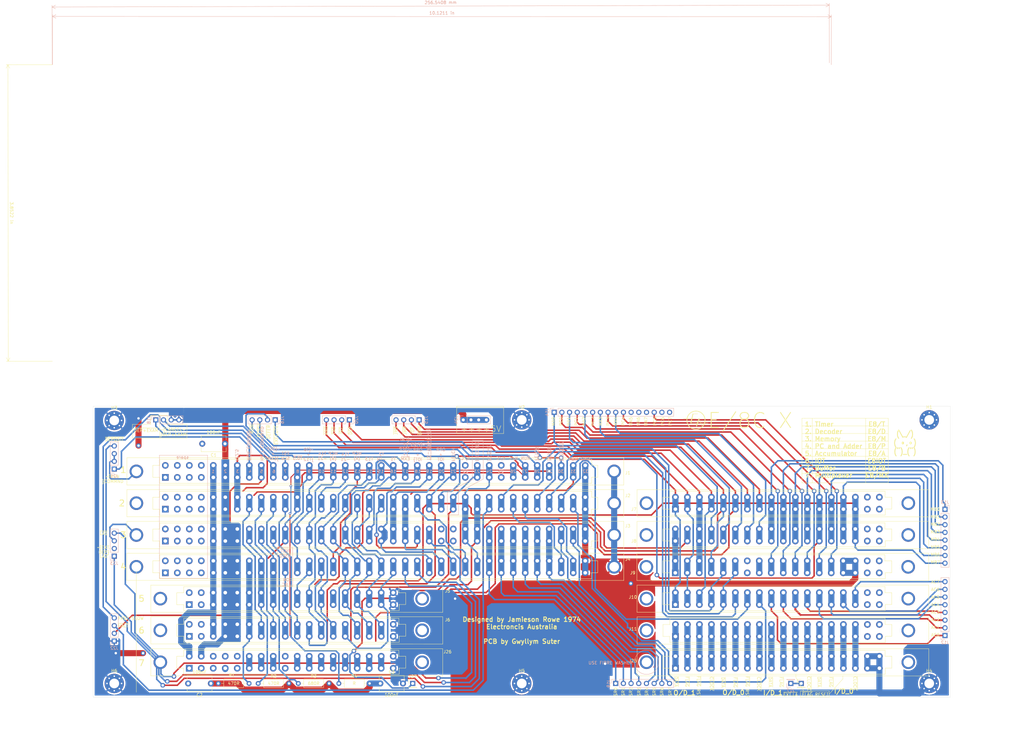
<source format=kicad_pcb>
(kicad_pcb (version 20211014) (generator pcbnew)
  (layers (0 "F.Cu" signal) (31 "B.Cu" signal) (34 "B.Paste" user) (35 "F.Paste" user) (36 "B.SilkS" user "B.Silkscreen") (37 "F.SilkS" user "F.Silkscreen") (38 "B.Mask" user) (39 "F.Mask" user) (44 "Edge.Cuts" user))
  (net 0 "")
  (net 1 "GND")
  (net 6 "+5V")
  (net 7 "T22.5")
  (net 8 "~{RUN_COMMAND}")
  (net 9 "FAST_SLOW")
  (net 10 "~{T0.5}")
  (net 11 "~{T0+T12}")
  (net 12 "T14-21")
  (net 13 "MCPB")
  (net 14 "MCPA")
  (net 15 "T13")
  (net 16 "T2-9")
  (net 17 "T1")
  (net 18 "~{CANCEL+DEP+EXM}")
  (net 19 "~{F.T23.}OPR+IOT")
  (net 20 "F.2-9(F+D+E)")
  (net 21 "OPR+IOT")
  (net 22 "FETCH")
  (net 24 "EXECUTE")
  (net 25 "~{F+D+E}")
  (net 27 "~{RUN}")
  (net 28 "~{FETCH}")
  (net 29 "~{DEFER}")
  (net 30 "~{EXEC}")
  (net 31 "MB4")
  (net 42 "~{CLA}")
  (net 43 "~{CMA}")
  (net 44 "~{RAL}")
  (net 45 "~{IAC}")
  (net 46 "~{SZA}")
  (net 47 "~{SMA}")
  (net 48 "~{RAR}")
  (net 49 "~{HLT}")
  (net 50 "MEM.ENABLE")
  (net 51 "~{T14-21.SKP}")
  (net 52 "~{T14-21(JMS+JMP})")
  (net 53 "JMS+DCA")
  (net 54 "T2-9.ISZ")
  (net 55 "~{T2-9.(TAD+IAC+CMA})")
  (net 56 "~{IOT_SHIFT}")
  (net 57 "SKP_ON_IOT_FLAG")
  (net 58 "~{CLEAR_IOT_FLAG}")
  (net 59 "IO_GATING")
  (net 60 "IO_DEVICE_SELECT")
  (net 67 "B-BUS")
  (net 68 "C-BUS")
  (net 69 "D-BUS")
  (net 70 "~{DEP}")
  (net 73 "SR0")
  (net 74 "SR1")
  (net 75 "SR2")
  (net 76 "SR3")
  (net 77 "SR4")
  (net 78 "SR5")
  (net 79 "SR6")
  (net 80 "SR7")
  (net 91 "LA2")
  (net 92 "~{LA1}")
  (net 93 "AC=0")
  (net 94 "AC=-VE")
  (net 95 "~{IOT_SKP}")
  (net 96 "~{T13.RAR}")
  (net 97 "A-BUS")
  (net 101 "AC0")
  (net 102 "AC1")
  (net 103 "AC2")
  (net 104 "AC3")
  (net 105 "AC4")
  (net 106 "AC5")
  (net 107 "AC6")
  (net 108 "AC7")
  (net 109 "MB7")
  (net 110 "MB6")
  (net 111 "MB5")
  (net 112 "MB3")
  (net 113 "MB2")
  (net 114 "MB1")
  (net 115 "MB0")
  (net 116 "MA0")
  (net 117 "PC0")
  (net 118 "MA1")
  (net 119 "PC1")
  (net 120 "MA2")
  (net 121 "PC2")
  (net 122 "MA3")
  (net 123 "PC3")
  (net 124 "MA4")
  (net 125 "PC4")
  (net 126 "MA5")
  (net 127 "PC5")
  (net 128 "MA6")
  (net 129 "PC6")
  (net 130 "MA7")
  (net 131 "PC7")
  (net 132 "~{AND}")
  (net 133 "~{TAD}")
  (net 134 "~{ISZ}")
  (net 135 "~{DCA}")
  (net 136 "~{JMS}")
  (net 137 "~{JMP}")
  (net 138 "~{IOT}")
  (net 139 "~{OPR}")
  (net 140 "~{DEP+EXM}")
  (net 141 "~{EXT.LA}")
  (net 144 "AC0_TO_IOT")
  (net 149 "MB=0")
  (net 152 "OD1_~{DATA}")
  (net 153 "OD1~{FLAG}")
  (net 154 "OD1~{FLAG_RESET}")
  (net 155 "OD1~{CLK}")
  (net 156 "OD0~{DATA}")
  (net 157 "OD0~{FLAG}")
  (net 158 "OD0~{FLAG_RESET}")
  (net 159 "OD0~{CLK}")
  (net 160 "ID1~{DATA}")
  (net 161 "ID1~{FLAG}")
  (net 162 "ID1~{FLAG_RESET}")
  (net 163 "ID1~{CLK}")
  (net 164 "ID0~{DATA}")
  (net 165 "ID0~{FLAG}")
  (net 166 "ID0~{FLAG_RESET}")
  (net 167 "ID0~{CLK}")
  (net 193 "~{RST}")
  (net 194 "~{HLT_COMMAND}")
  (net 195 "Z-BIT")
  (net 196 "~{EXT.DEP}")
  (net 205 "unconnected-(J26-Pad3)")
  (net 206 "unconnected-(J26-Pad4)")
  (net 219 "unconnected-(J26-PadE)")
  (net 221 "unconnected-(J26-PadH)")
  (net 223 "unconnected-(J26-PadK)")
  (net 228 "unconnected-(J26-PadQ)")
  (footprint "Connector_PCBEdge:72_way_3.96mm_card_edge_socket" (layer "F.Cu") (at 44.3 196.5)
    (fp_text reference "J3")
    (fp_text value "36-way-pcb-edge-socket-Educ-8-connectors")
  )
  (footprint "Connector_PCBEdge:72_way_3.96mm_card_edge_socket" (layer "F.Cu") (at 44.3 207)
    (fp_text reference "J4")
    (fp_text value "36-way-pcb-edge-socket-Educ-8-connectors")
  )
  (footprint "Connector_PCBEdge:72_way_3.96mm_card_edge_socket" (layer "F.Cu") (at 44.3 186)
    (fp_text reference "J2")
    (fp_text value "36-way-pcb-edge-socket-Educ-8-connectors")
  )
  (footprint "Connector_PCBEdge:72_way_3.96mm_card_edge_socket" (layer "F.Cu") (at 44.3 175.5)
    (fp_text reference "J1")
    (fp_text value "E8/T ")
  )
  (footprint "EDUC-8:36_way_3.96mm_card_edge_socket" (layer "F.Cu") (at 52.2 217.51)
    (fp_text reference "J5")
    (fp_text value "36-way-edge-connector")
  )
  (footprint "Connector_Card:36_way_3.96mm_card_edge_socket" (layer "F.Cu") (at 52.21 227.96)
    (fp_text reference "J6")
    (fp_text value "36-way-edge-connector")
  )
  (footprint "EDUC-8:36_way_3.96mm_card_edge_socket" (layer "F.Cu") (at 212.67 185.99)
    (fp_text reference "J7")
    (fp_text value "36-way-edge-connector")
  )
  (footprint "EDUC-8:36_way_3.96mm_card_edge_socket" (layer "F.Cu") (at 212.65 196.49)
    (fp_text reference "J8")
    (fp_text value "36-way-edge-connector")
  )
  (footprint "EDUC-8:36_way_3.96mm_card_edge_socket" (layer "F.Cu") (at 212.63 207.01)
    (fp_text reference "J9")
    (fp_text value "36-way-edge-connector")
  )
  (footprint "EDUC-8:36_way_3.96mm_card_edge_socket" (layer "F.Cu") (at 212.66 217.5)
    (fp_text reference "J10")
    (fp_text value "36-way-edge-connector")
  )
  (footprint "EDUC-8:36_way_3.96mm_card_edge_socket" (layer "F.Cu") (at 212.68 228.01)
    (fp_text reference "J11")
    (fp_text value "36-way-edge-connector")
  )
  (footprint "MountingHole:MountingHole_3.2mm_M3_Pad_Via" (layer "F.Cu") (at 306 158.5)
    (fp_text reference "H1")
    (fp_text value "MountingHole_Pad")
  )
  (footprint "MountingHole:MountingHole_3.2mm_M3_Pad_Via" (layer "F.Cu") (at 171.5 158.5)
    (fp_text reference "H2")
    (fp_text value "MountingHole_Pad")
  )
  (footprint "MountingHole:MountingHole_3.2mm_M3_Pad_Via" (layer "F.Cu") (at 37 158.697056)
    (fp_text reference "H3")
    (fp_text value "MountingHole_Pad")
  )
  (footprint "MountingHole:MountingHole_3.2mm_M3_Pad_Via" (layer "F.Cu") (at 306 245.5)
    (fp_text reference "H4")
    (fp_text value "MountingHole_Pad")
  )
  (footprint "MountingHole:MountingHole_3.2mm_M3_Pad_Via" (layer "F.Cu") (at 171.5 245.5)
    (fp_text reference "H5")
    (fp_text value "MountingHole_Pad")
  )
  (footprint "MountingHole:MountingHole_3.2mm_M3_Pad_Via" (layer "F.Cu") (at 37 245.5)
    (fp_text reference "H6")
    (fp_text value "MountingHole_Pad")
  )
  (footprint "EDUC-8:EA_Symbol" (layer "F.Cu") (at 229 158.6)
    (fp_text reference "REF**" hide)
    (fp_text value "EA_Symbol" hide)
  )
  (footprint "Capacitor_THT:C_Disc_D8.0mm_W5.0mm_P7.50mm" (layer "F.Cu") (at 73.54 166.37 180)
    (fp_text reference "C1")
    (fp_text value "100nF")
  )
  (footprint "Capacitor_THT:C_Disc_D8.0mm_W5.0mm_P7.50mm" (layer "F.Cu") (at 68.9 245.5 180)
    (fp_text reference "C2")
    (fp_text value "100nF")
  )
  (footprint "Resistor_THT:R_Axial_DIN0207_L6.3mm_D2.5mm_P10.16mm_Horizontal" (layer "F.Cu") (at 81.5 245.5 180)
    (fp_text reference "R1")
    (fp_text value "470R")
  )
  (footprint "Resistor_THT:R_Axial_DIN0207_L6.3mm_D2.5mm_P10.16mm_Horizontal" (layer "F.Cu") (at 84.5 245.5)
    (fp_text reference "R2")
    (fp_text value "470R")
  )
  (footprint "Resistor_THT:R_Axial_DIN0207_L6.3mm_D2.5mm_P10.16mm_Horizontal" (layer "F.Cu") (at 97.74 245.5)
    (fp_text reference "R3")
    (fp_text value "680R")
  )
  (footprint "Resistor_THT:R_Axial_DIN0207_L6.3mm_D2.5mm_P10.16mm_Horizontal" (layer "F.Cu") (at 111.125 245.5)
    (fp_text reference "R4")
    (fp_text value "R")
  )
  (footprint "Capacitor_THT:C_Disc_D8.0mm_W5.0mm_P7.50mm" (layer "F.Cu") (at 124.8 245.5)
    (fp_text reference "C3")
    (fp_text value "100nF")
  )
  (footprint "EDUC-8:36_way_3.96mm_card_edge_socket" (layer "F.Cu") (at 212.68 238.5)
    (fp_text reference "J25")
    (fp_text value "36-way-edge-connector")
  )
  (footprint "Connector_PinHeader_2.54mm:PinHeader_1x01_P2.54mm_Vertical" (layer "F.Cu") (at 263.75 245.5)
    (fp_text reference "J29" hide)
    (fp_text value "Conn_01x01_Female")
  )
  (footprint "Connector_PinHeader_2.54mm:PinHeader_1x01_P2.54mm_Vertical" (layer "F.Cu") (at 135.5 245.5)
    (fp_text reference "J27")
    (fp_text value "Conn_01x01_Female")
  )
  (footprint "Connector_Card:36_way_3.96mm_card_edge_socket" (layer "F.Cu") (at 52.2 238.5)
    (fp_text reference "J26")
    (fp_text value "36-way-edge-connector")
  )
  (footprint "Connector_PinHeader_2.54mm:PinHeader_1x08_P2.54mm_Vertical" (layer "B.Cu") (at 311.2 229.68)
    (fp_text reference "J12")
    (fp_text value "Conn_01x08_Female")
  )
  (footprint "Connector_PinHeader_2.54mm:PinHeader_1x08_P2.54mm_Vertical" (layer "B.Cu") (at 311.2 188.02 180)
    (fp_text reference "J13")
    (fp_text value "Conn_01x08_Female")
  )
  (footprint "Connector_PinHeader_2.54mm:PinHeader_1x04_P2.54mm_Vertical" (layer "B.Cu") (at 90.12 158.5 90)
    (fp_text reference "J16")
    (fp_text value "Conn_01x04_Female")
  )
  (footprint "Connector_PinHeader_2.54mm:PinHeader_1x08_P2.54mm_Vertical" (layer "B.Cu") (at 202.5 245.5 -90)
    (fp_text reference "J19")
    (fp_text value "Conn_01x08_Female")
  )
  (footprint "Connector_PinHeader_2.54mm:PinHeader_1x16_P2.54mm_Vertical" (layer "B.Cu") (at 182.2 156 -90)
    (fp_text reference "J14")
    (fp_text value "Conn_01x16_Female")
  )
  (footprint "Connector_PinHeader_2.54mm:PinHeader_1x04_P2.54mm_Vertical" (layer "B.Cu") (at 137.62 158.5 90)
    (fp_text reference "J15")
    (fp_text value "Conn_01x04_Female")
  )
  (footprint "Connector_PinHeader_2.54mm:PinHeader_1x04_P2.54mm_Vertical" (layer "B.Cu") (at 114.62 158.5 90)
    (fp_text reference "J20")
    (fp_text value "Conn_01x04_Female")
  )
  (footprint "Connector_PinHeader_2.54mm:PinHeader_1x01_P2.54mm_Vertical" (layer "B.Cu") (at 260.3 245.5)
    (fp_text reference "J17")
    (fp_text value "Conn_01x01_Female")
  )
  (footprint "Connector_PinHeader_2.54mm:PinHeader_1x04_P2.54mm_Vertical" (layer "B.Cu") (at 50.71 158.51 -90)
    (fp_text reference "J18")
    (fp_text value "Conn_01x04_Female")
  )
  (footprint "Connector_PinHeader_2.54mm:PinHeader_1x04_P2.54mm_Vertical" (layer "B.Cu") (at 37 174.73)
    (fp_text reference "J21")
    (fp_text value "Conn_01x04_Female")
  )
  (footprint "Connector_PinHeader_2.54mm:PinHeader_1x04_P2.54mm_Vertical" (layer "B.Cu") (at 37 231.5)
    (fp_text reference "J22")
    (fp_text value "Conn_01x04_Female")
  )
  (footprint "Connector_PinHeader_2.54mm:PinHeader_1x04_P2.54mm_Vertical" (layer "B.Cu") (at 37 203.5)
    (fp_text reference "J23")
    (fp_text value "Conn_01x04_Female")
  )
  (footprint "Connector_PinHeader_2.54mm:PinHeader_1x04_P2.54mm_Vertical" (layer "B.Cu") (at 152.2 158.5 -90)
    (fp_text reference "J24")
    (fp_text value "Conn_01x04_Female")
  )
  (gr_line (start 67.785 170.18) (end 67.785 172.085) (layer "B.SilkS") (width 0.12))
  (gr_line (start 95.885 200.66) (end 90.805 200.66) (layer "B.SilkS") (width 0.12))
  (gr_line (start 95.885 213.36) (end 95.885 210.185) (layer "B.SilkS") (width 0.12))
  (gr_line (start 155.194 178.181) (end 147.574 182.118) (layer "B.SilkS") (width 0.12))
  (gr_line (start 90.805 200.66) (end 90.805 210.185) (layer "B.SilkS") (width 0.12))
  (gr_line (start 95.885 210.185) (end 95.885 200.66) (layer "B.SilkS") (width 0.12))
  (gr_line (start 67.785 172.085) (end 67.785 210.185) (layer "B.SilkS") (width 0.12))
  (gr_line (start 146.939 189.865) (end 150.622 189.865) (layer "B.SilkS") (width 0.12))
  (gr_line (start 146.939 182.499) (end 146.939 188.976) (layer "B.SilkS") (width 0.12))
  (gr_line (start 67.785 210.185) (end 67.785 210.82) (layer "B.SilkS") (width 0.12))
  (gr_line (start 51.91 170.18) (end 67.785 170.18) (layer "B.SilkS") (width 0.12))
  (gr_line (start 158.75 178.054) (end 158.75 165.227) (layer "B.SilkS") (width 0.12))
  (gr_circle (center 212.7 238.5) (end 216.7 238.5) (layer "B.SilkS") (width 0.12) (fill none))
  (gr_line (start 150.622 189.865) (end 150.622 182.372) (layer "B.SilkS") (width 0.12))
  (gr_line (start 158.75 165.227) (end 155.194 165.227) (layer "B.SilkS") (width 0.12))
  (gr_line (start 146.939 188.976) (end 146.939 189.865) (layer "B.SilkS") (width 0.12))
  (gr_line (start 90.805 213.36) (end 95.885 213.36) (layer "B.SilkS") (width 0.12))
  (gr_line (start 150.622 182.372) (end 158.75 178.054) (layer "B.SilkS") (width 0.12))
  (gr_line (start 155.194 165.354) (end 155.194 178.181) (layer "B.SilkS") (width 0.12))
  (gr_line (start 147.574 182.118) (end 146.939 182.499) (layer "B.SilkS") (width 0.12))
  (gr_line (start 90.805 210.185) (end 90.805 213.36) (layer "B.SilkS") (width 0.12))
  (gr_line (start 51.91 210.82) (end 51.91 170.18) (layer "B.SilkS") (width 0.12))
  (gr_line (start 67.785 210.82) (end 51.91 210.82) (layer "B.SilkS") (width 0.12))
  (gr_line (start 264 158) (end 265 158) (layer "F.SilkS") (width 0.12))
  (gr_line (start 165.5 154) (end 150 154) (layer "F.SilkS") (width 0.12))
  (gr_line (start 292.5 173.5) (end 285 173.5) (layer "F.SilkS") (width 0.12))
  (gr_line (start 54.5 157) (end 52 157) (layer "F.SilkS") (width 0.12))
  (gr_line (start 49 157) (end 52 157) (layer "F.SilkS") (width 0.12))
  (gr_line (start 292.5 176.2) (end 292.5 173.5) (layer "F.SilkS") (width 0.12))
  (gr_line (start 263.5 250) (end 263.5 248) (layer "F.SilkS") (width 0.12))
  (gr_line (start 292.5 179.3) (end 292.5 176.2) (layer "F.SilkS") (width 0.12))
  (gr_line (start 277.5 244) (end 273 249) (layer "F.SilkS") (width 0.12))
  (gr_line (start 262 243.5) (end 264.5 248) (layer "F.SilkS") (width 0.12))
  (gr_line (start 61 164.5) (end 61 160) (layer "F.SilkS") (width 0.12))
  (gr_line (start 264 170.5) (end 285 170.5) (layer "F.SilkS") (width 0.12))
  (gr_line (start 277.5 243) (end 277.5 244) (layer "F.SilkS") (width 0.12))
  (gr_line (start 285 173.5) (end 285 179.3) (layer "F.SilkS") (width 0.12))
  (gr_line (start 49 160) (end 49 157) (layer "F.SilkS") (width 0.12))
  (gr_line (start 52 164.5) (end 43 164.5) (layer "F.SilkS") (width 0.12))
  (gr_line (start 264 173.5) (end 264 176.2) (layer "F.SilkS") (width 0.12))
  (gr_line (start 267.4 158) (end 267.4 179.3) (layer "F.SilkS") (width 0.12))
  (gr_line (start 264 163) (end 285 163) (layer "F.SilkS") (width 0.12))
  (gr_line (start 264 168) (end 285 168) (layer "F.SilkS") (width 0.12))
  (gr_line (start 285 160.5) (end 292.5 160.5) (layer "F.SilkS") (width 0.12))
  (gr_line (start 273 250) (end 263.5 250) (layer "F.SilkS") (width 0.12))
  (gr_line (start 61 160) (end 54.5 160) (layer "F.SilkS") (width 0.12))
  (gr_line (start 285 168) (end 292.5 168) (layer "F.SilkS") (width 0.12))
  (gr_line (start 150 154) (end 150 163) (layer "F.SilkS") (width 0.12))
  (gr_line (start 285 163) (end 292.5 163) (layer "F.SilkS") (width 0.12))
  (gr_line (start 264 176.2) (end 292.5 176.2) (layer "F.SilkS") (width 0.12))
  (gr_line (start 43 160) (end 49 160) (layer "F.SilkS") (width 0.12))
  (gr_line (start 262 242.5) (end 262 243.5) (layer "F.SilkS") (width 0.12))
  (gr_line (start 264 176.2) (end 264 179.3) (layer "F.SilkS") (width 0.12))
  (gr_line (start 263.5 248) (end 273 248) (layer "F.SilkS") (width 0.12))
  (gr_line (start 52 164.5) (end 61 164.5) (layer "F.SilkS") (width 0.12))
  (gr_line (start 54.5 160) (end 54.5 157) (layer "F.SilkS") (width 0.12))
  (gr_line (start 150 154.5) (end 165.5 154.5) (layer "F.SilkS") (width 0.12))
  (gr_line (start 292.5 158) (end 292.5 173.5) (layer "F.SilkS") (width 0.12))
  (gr_line (start 43 164.5) (end 43 160) (layer "F.SilkS") (width 0.12))
  (gr_line (start 44.3 207) (end 44.3 248.4) (layer "F.SilkS") (width 0.12))
  (gr_line (start 265 158) (end 285 158) (layer "F.SilkS") (width 0.12))
  (gr_line (start 52 157) (end 52 164.5) (layer "F.SilkS") (width 0.12))
  (gr_line (start 285 165.5) (end 292.5 165.5) (layer "F.SilkS") (width 0.12))
  (gr_line (start 264 173.5) (end 264 158) (layer "F.SilkS") (width 0.12))
  (gr_line (start 285 170.5) (end 292.5 170.5) (layer "F.SilkS") (width 0.12))
  (gr_line (start 165.5 163) (end 165.5 154) (layer "F.SilkS") (width 0.12))
  (gr_line (start 264 179.3) (end 292.5 179.3) (layer "F.SilkS") (width 0.12))
  (gr_line (start 150 163) (end 165.5 163) (layer "F.SilkS") (width 0.12))
  (gr_line (start 264 160.5) (end 285 160.5) (layer "F.SilkS") (width 0.12))
  (gr_line (start 285 158) (end 285 173.5) (layer "F.SilkS") (width 0.12))
  (gr_line (start 285 158) (end 292.5 158) (layer "F.SilkS") (width 0.12))
  (gr_line (start 273 248) (end 273 250) (layer "F.SilkS") (width 0.12))
  (gr_line (start 264 165.5) (end 285 165.5) (layer "F.SilkS") (width 0.12))
  (gr_line (start 285 173.5) (end 264 173.5) (layer "F.SilkS") (width 0.12))
  (gr_line (start 30 154) (end 30 250) (layer "Edge.Cuts") (width 0.05))
  (gr_line (start 313 154) (end 30 154) (layer "Edge.Cuts") (width 0.05))
  (gr_line (start 313 250) (end 313 154) (layer "Edge.Cuts") (width 0.05))
  (gr_line (start 30 250) (end 313 250) (layer "Edge.Cuts") (width 0.05))
  (gr_text "T14\n-21" (at 105.664 170.434) (layer "B.SilkS") (effects (font (size 1 1)) (justify mirror)))
  (gr_text "~{RUN_COMAND}" (at 81.28 167.005 270) (layer "B.SilkS") (effects (font (size 1 1)) (justify mirror)))
  (gr_text "N/C" (at 168.656 171.196) (layer "B.SilkS") (effects (font (size 1 1)) (justify mirror)))
  (gr_text "N/C" (at 164.592 171.196) (layer "B.SilkS") (effects (font (size 1 1)) (justify mirror)))
  (gr_text "17" (at 133.096 175.514) (layer "B.SilkS") (effects (font (size 1 1)) (justify mirror)))
  (gr_text "10" (at 105.41 175.514) (layer "B.SilkS") (effects (font (size 1 1)) (justify mirror)))
  (gr_text "MCP\n(A)" (at 117.094 170.434) (layer "B.SilkS") (effects (font (size 1 1)) (justify mirror)))
  (gr_text "21" (at 148.844 175.514) (layer "B.SilkS") (effects (font (size 1 1)) (justify mirror)))
  (gr_text "~{DEP\n+\n}EXM" (at 89.408 169.672) (layer "B.SilkS") (effects (font (size 1 1)) (justify mirror)))
  (gr_text "9" (at 101.346 175.514) (layer "B.SilkS") (effects (font (size 1 1)) (justify mirror)))
  (gr_text "11" (at 109.22 175.514) (layer "B.SilkS") (effects (font (size 1 1)) (justify mirror)))
  (gr_text "15" (at 124.968 175.514) (layer "B.SilkS") (effects (font (size 1 1)) (justify mirror)))
  (gr_text "5" (at 85.598 175.514) (layer "B.SilkS") (effects (font (size 1 1)) (justify mirror)))
  (gr_text "19" (at 140.97 175.514) (layer "B.SilkS") (effects (font (size 1 1)) (justify mirror)))
  (gr_text "MCP\n(B)" (at 109.22 170.434) (layer "B.SilkS") (effects (font (size 1 1)) (justify mirror)))
  (gr_text "13" (at 117.348 175.514) (layer "B.SilkS") (effects (font (size 1 1)) (justify mirror)))
  (gr_text "3" (at 77.724 175.514) (layer "B.SilkS") (effects (font (size 1 1)) (justify mirror)))
  (gr_text "~{F+D+E}" (at 160.528 169.418 270) (layer "B.SilkS") (effects (font (size 1 1)) (justify mirror)))
  (gr_text "30" (at 184.404 175.514) (layer "B.SilkS") (effects (font (size 1 1)) (justify mirror)))
  (gr_text "~{EXECUTE}" (at 184.404 168.91 270) (layer "B.SilkS") (effects (font (size 1 1)) (justify mirror)))
  (gr_text "29" (at 180.594 175.514) (layer "B.SilkS") (effects (font (size 1 1)) (justify mirror)))
  (gr_text "~{F.23\nOPR\n+\nIOT}" (at 137.16 169.164) (layer "B.SilkS") (effects (font (size 1 1)) (justify mirror)))
  (gr_text "6" (at 89.662 175.514) (layer "B.SilkS") (effects (font (size 1 1)) (justify mirror)))
  (gr_text "FST\nSLW\n" (at 93.472 170.434) (layer "B.SilkS") (effects (font (size 1 1)) (justify mirror)))
  (gr_text "ON \nPC" (at 93.345 212.09) (layer "B.SilkS") (effects (font (size 1 1)) (justify mirror)))
  (gr_text "~{FETCH}" (at 176.276 169.672 270) (layer "B.SilkS") (effects (font (size 1 1)) (justify mirror)))
  (gr_text "T22.5" (at 77.47 170.18 270) (layer "B.SilkS") (effects (font (size 1 1)) (justify mirror)))
  (gr_text "31" (at 188.468 175.514) (layer "B.SilkS") (effects (font (size 1 1)) (justify mirror)))
  (gr_text "EXECUTE" (at 156.718 168.91 270) (layer "B.SilkS") (effects (font (size 1 1)) (justify mirror)))
  (gr_text "NOT\nUSED\n" (at 93.345 202.565) (layer "B.SilkS") (effects (font (size 1 1)) (justify mirror)))
  (gr_text "25" (at 164.592 175.514) (layer "B.SilkS") (effects (font (size 1 1)) (justify mirror)))
  (gr_text "32" (at 192.532 175.514) (layer "B.SilkS") (effects (font (size 1 1)) (justify mirror)))
  (gr_text "23" (at 156.718 175.514) (layer "B.SilkS") (effects (font (size 1 1)) (justify mirror)))
  (gr_text "8" (at 97.536 175.514) (layer "B.SilkS") (effects (font (size 1 1)) (justify mirror)))
  (gr_text "16" (at 129.032 175.514) (layer "B.SilkS") (effects (font (size 1 1)) (justify mirror)))
  (gr_text "28" (at 176.53 175.514) (layer "B.SilkS") (effects (font (size 1 1)) (justify mirror)))
  (gr_text "HALT_COMMAND" (at 85.725 166.37 270) (layer "B.SilkS") (effects (font (size 1 1)) (justify mirror)))
  (gr_text "~{T0\n+\n}T12" (at 101.092 169.926) (layer "B.SilkS") (effects (font (size 1 1)) (justify mirror)))
  (gr_text "12" (at 113.284 175.514) (layer "B.SilkS") (effects (font (size 1 1)) (justify mirror)))
  (gr_text "~{CNL\n}+\n~{DEP\n}+\n~{EXM}" (at 133.096 168.148) (layer "B.SilkS") (effects (font (size 1 1)) (justify mirror)))
  (gr_text "26" (at 168.656 175.514) (layer "B.SilkS") (effects (font (size 1 1)) (justify mirror)))
  (gr_text "22" (at 152.908 175.514) (layer "B.SilkS") (effects (font (size 1 1)) (justify mirror)))
  (gr_text "~{RUN}" (at 172.72 171.196) (layer "B.SilkS") (effects (font (size 1 1)) (justify mirror)))
  (gr_text "MB4" (at 188.468 171.45) (layer "B.SilkS") (effects (font (size 1 1)) (justify mirror)))
  (gr_text "~{DEFER}" (at 180.34 169.672 270) (layer "B.SilkS") (effects (font (size 1 1)) (justify mirror)))
  (gr_text "~{T0.5}" (at 97.536 171.196) (layer "B.SilkS") (effects (font (size 1 1)) (justify mirror)))
  (gr_text "USE FIBRE WASHER" (at 200.8 238.7) (layer "B.SilkS") (effects (font (size 1 1))))
  (gr_text "4" (at 81.788 175.514) (layer "B.SilkS") (effects (font (size 1 1)) (justify mirror)))
  (gr_text "27" (at 172.466 175.514) (layer "B.SilkS") (effects (font (size 1 1)) (justify mirror)))
  (gr_text "spare" (at 59.53 170.815) (layer "B.SilkS") (effects (font (size 1 1)) (justify mirror)))
  (gr_text "FETCH" (at 148.844 169.926 270) (layer "B.SilkS") (effects (font (size 1 1)) (justify mirror)))
  (gr_text "7" (at 93.472 175.514) (layer "B.SilkS") (effects (font (size 1 1)) (justify mirror)))
  (gr_text "N/C" (at 152.908 171.196) (layer "B.SilkS") (effects (font (size 1 1)) (justify mirror)))
  (gr_text "OPR\n+\nIOT" (at 144.78 169.926) (layer "B.SilkS") (effects (font (size 1 1)) (justify mirror)))
  (gr_text "24" (at 160.782 175.514) (layer "B.SilkS") (effects (font (size 1 1)) (justify mirror)))
  (gr_text "2" (at 73.66 175.514) (layer "B.SilkS") (effects (font (size 1 1)) (justify mirror)))
  (gr_text "GND" (at 192.532 171.323) (layer "B.SilkS") (effects (font (size 1 1)) (justify mirror)))
  (gr_text "14" (at 121.158 175.514) (layer "B.SilkS") (effects (font (size 1 1)) (justify mirror)))
  (gr_text "18" (at 137.16 175.514) (layer "B.SilkS") (effects (font (size 1 1)) (justify mirror)))
  (gr_text "~{T2-9(F+D+E})" (at 140.716 166.624 270) (layer "B.SilkS") (effects (font (size 1 1)) (justify mirror)))
  (gr_text "T13" (at 121.158 171.45) (layer "B.SilkS") (effects (font (size 1 1)) (justify mirror)))
  (gr_text "T2\n-T9" (at 125.222 170.688) (layer "B.SilkS") (effects (font (size 1 1)) (justify mirror)))
  (gr_text "20" (at 145.034 175.514) (layer "B.SilkS") (effects (font (size 1 1)) (justify mirror)))
  (gr_text "T14\n-21" (at 113.284 170.688) (layer "B.SilkS") (effects (font (size 1 1)) (justify mirror)))
  (gr_text "1" (at 69.596 175.514) (layer "B.SilkS") (effects (font (size 1 1)) (justify mirror)))
  (gr_text "T1" (at 129.032 171.45) (layer "B.SilkS") (effects (font (size 1 1)) (justify mirror)))
  (gr_text "~{CLOCK}" (at 266.25 245.5 270) (layer "F.SilkS") (effects (font (size 1 1))))
  (gr_text "~{FLAG} RST" (at 245.9 246.6 -90) (layer "F.SilkS") (effects (font (size 1 1))))
  (gr_text "~{FLAG}" (at 273.5 245 270) (layer "F.SilkS") (effects (font (size 1 1))))
  (gr_text "~{DATA}" (at 269.6 245 270) (layer "F.SilkS") (effects (font (size 1 1))))
  (gr_text "~{FLAG} RESET" (at 268.4 249.1) (layer "F.SilkS") (effects (font (size 1 1))))
  (gr_text "I/D_1" (at 254.4 248.6) (layer "F.SilkS") (effects (font (size 1.5 1.5) (thickness 0.3))))
  (gr_text "7" (at 46 238.75) (layer "F.SilkS") (effects (font (size 2 2) (thickness 0.3))))
  (gr_text "~{FETCH}" (at 85 162 90) (layer "F.SilkS") (effects (font (size 1 1))))
  (gr_text "~{DATA}" (at 253.5 245 270) (layer "F.SilkS") (effects (font (size 1 1))))
  (gr_text "~{TAD}" (at 109.5 162 90) (layer "F.SilkS") (effects (font (size 1 1))))
  (gr_text "MA3" (at 197.5 159 90) (layer "F.SilkS") (effects (font (size 1 1))))
  (gr_text "MB1" (at 308 190.5) (layer "F.SilkS") (effects (font (size 1 1))))
  (gr_text "MB5" (at 308 200.5) (layer "F.SilkS") (effects (font (size 1 1))))
  (gr_text "Designed by Jamieson Rowe 1974\nElectroncis Australia\n\nPCB by Gwyllym Suter" (at 171.5 228) (layer "F.SilkS") (effects (font (size 1.5 1.5) (thickness 0.3))))
  (gr_text "~{CLOCK}" (at 281.5 245.5 270) (layer "F.SilkS") (effects (font (size 1 1))))
  (gr_text "E8/T\nE8/D\nE8/M\nE8/P\nE8/A\nE8IOT\nE8/B\nE8/MX" (at 288.7 168.4) (layer "F.SilkS") (effects (font (size 1.5 1.5) (thickness 0.3))))
  (gr_text "~{EXT.LA}" (at 260.2 249.2) (layer "F.SilkS") (effects (font (size 1 1))))
  (gr_text "1" (at 40 175) (layer "F.SilkS") (effects (font (size 2 2) (thickness 0.3))))
  (gr_text "~{FLAG}" (at 241.9 245.1 270) (layer "F.SilkS") (effects (font (size 1 1))))
  (gr_text "~{EXT.\nDEP}" (at 33.6 201.4) (layer "F.SilkS") (effects (font (size 1 1))))
  (gr_text "MA4" (at 202.5 159 90) (layer "F.SilkS") (effects (font (size 1 1))))
  (gr_text "MA6" (at 210 159 90) (layer "F.SilkS") (effects (font (size 1 1))))
  (gr_text "1. Timer\n2. Decoder\n3. Memory\n4. PC and Adder\n5. Accumulator\n6. IOT\n7. Buffer\n7. Multiplexer" (at 264.795 168.4) (layer "F.SilkS") (effects (font (size 1.5 1.5) (thickness 0.3)) (justify left)))
  (gr_text "~{FLAG}" (at 226 244.9 270) (layer "F.SilkS") (effects (font (size 1 1))))
  (gr_text "E/8C X" (at 246.888 158.75) (layer "F.SilkS") (effects (font (size 5 5) (thickness 0.3))))
  (gr_text "(\\_/)\n( •,•)\n(“)_(“)\n" (at 298 166) (layer "F.SilkS") (effects (font (size 1.8 1.5) (thickness 0.3))))
  (gr_text "MA5" (at 207.5 159 90) (layer "F.SilkS") (effects (font (size 1 1))))
  (gr_text "SR1" (at 205 248.25 90) (layer "F.SilkS") (effects (font (size 1 1))))
  (gr_text "SR0" (at 202.5 248.25 90) (layer "F.SilkS") (effects (font (size 1 1))))
  (gr_text "FAST/SLOW" (at 42.5 224) (layer "F.SilkS") (effects (font (size 1 1))))
  (gr_text "MB3" (at 308 195.5) (layer "F.SilkS") (effects (font (size 1 1))))
  (gr_text "~{DATA}" (at 237.9 245.1 270) (layer "F.SilkS") (effects (font (size 1 1))))
  (gr_text "MA2" (at 192 159 90) (layer "F.SilkS") (effects (font (size 1 1))))
  (gr_text "O/D_1" (at 225.2 248.6) (layer "F.SilkS") (effects (font (size 1.5 1.5) (thickness 0.3))))
  (gr_text "~{JMP}" (at 133 162 90) (layer "F.SilkS") (effects (font (size 1 1))))
  (gr_text "MA1" (at 187 159 90) (layer "F.SilkS") (effects (font (size 1 1))))
  (gr_text "AC4" (at 308 219.5) (layer "F.SilkS") (effects (font (size 1 1))))
  (gr_text "~{OPR}" (at 138 162 90) (layer "F.SilkS") (effects (font (size 1 1))))
  (gr_text "PC2" (at 195 159 90) (layer "F.SilkS") (effects (font (size 1 1))))
  (gr_text "~{LA1}" (at 33.5 196) (layer "F.SilkS") (effects (font (size 1 1))))
  (gr_text "O/D_0" (at 241.4 248.5) (layer "F.SilkS") (effects (font (size 1.5 1.5) (thickness 0.3))))
  (gr_text "MA0" (at 182 159 90) (layer "F.SilkS") (effects (font (size 1 1))))
  (gr_text "~{DEPOSIT}" (at 37 165) (layer "F.SilkS") (effects (font (size 1 1))))
  (gr_text "MA7" (at 212.5 159 90) (layer "F.SilkS") (effects (font (size 1 1))))
  (gr_text "~{FLAG} RST" (at 229.8 246.5 -90) (layer "F.SilkS") (effects (font (size 1 1))))
  (gr_text "~{FLAG}" (at 257.1 245 270) (layer "F.SilkS") (effects (font (size 1 1))))
  (gr_text "++++5V" (at 158 161.5) (layer "F.SilkS") (effects (font (size 2 2))))
  (gr_text "MB4" (at 308 198) (layer "F.SilkS") (effects (font (size 1 1))))
  (gr_text "SR5" (at 215.25 248.25 90) (layer "F.SilkS") (effects (font (size 1 1))))
  (gr_text "PC5" (at 215.5 159 90) (layer "F.SilkS") (effects (font (size 1 1))))
  (gr_text "SR7" (at 220.5 248.25 90) (layer "F.SilkS") (effects (font (size 1 1))))
  (gr_text "~{CLOCK}" (at 234.1 245.6 270) (layer "F.SilkS") (effects (font (size 1 1))))
  (gr_text "AC7" (at 308 212) (layer "F.SilkS") (effects (font (size 1 1))))
  (gr_text "PC3" (at 200 159 90) (layer "F.SilkS") (effects (font (size 1 1))))
  (gr_text "5" (at 46 217.5) (layer "F.SilkS") (effects (font (size 2 2) (thickness 0.3))))
  (gr_text "PC0" (at 184.5 159 90) (layer "F.SilkS") (effects (font (size 1 1))))
  (gr_text "~{ISZ}" (at 112 162 90) (layer "F.SilkS") (effects (font (size 1 1))))
  (gr_text "~{DCA}" (at 115 162 90) (layer "F.SilkS") (effects (font (size 1 1))))
  (gr_text "~{CANCEL+\n}DEP+EXAM\n" (at 56.5 162.5) (layer "F.SilkS") (effects (font (size 1 1))))
  (gr_text "MB7" (at 308 205.5) (layer "F.SilkS") (effects (font (size 1 1))))
  (gr_text "SR2" (at 207.5 248.25 90) (layer "F.SilkS") (effects (font (size 1 1))))
  (gr_text "SR4" (at 212.75 248.25 90) (layer "F.SilkS") (effects (font (size 1 1))))
  (gr_text "~{DATA}" (at 222.4 244.9 270) (layer "F.SilkS") (effects (font (size 1 1))))
  (gr_text "~{CLOCK}" (at 249.7 245.7 270) (layer "F.SilkS") (effects (font (size 1 1))))
  (gr_text "PC1" (at 189.5 159 90) (layer "F.SilkS") (effects (font (size 1 1))))
  (gr_text "AC0" (at 308 229.5) (layer "F.SilkS") (effects (font (size 1 1))))
  (gr_text "~{RUN}" (at 82.5 161.5 90) (layer "F.SilkS") (effects (font (size 1 1))))
  (gr_text "~{JMS}" (at 130 162 90) (layer "F.SilkS") (effects (font (size 1 1))))
  (gr_text "2" (at 39.5 186) (layer "F.SilkS") (effects (font (size 2 2) (thickness 0.3))))
  (gr_text "~{IOT}" (at 135.5 162 90) (layer "F.SilkS") (effects (font (size 1 1))))
  (gr_text "I/D_0" (at 277.8 248.1) (layer "F.SilkS") (effects (font (size 1.5 1.5) (thickness 0.3))))
  (gr_text "SR6" (at 217.75 248.25 90) (layer "F.SilkS") (effects (font (size 1 1))))
  (gr_text "SR3" (at 210.25 248.25 90) (layer "F.SilkS") (effects (font (size 1 1))))
  (gr_text "AC3" (at 308 222) (layer "F.SilkS") (effects (font (size 1 1))))
  (gr_text "AC5" (at 308 217) (layer "F.SilkS") (effects (font (size 1 1))))
  (gr_text "~{DEFER}" (at 88 162.5 90) (layer "F.SilkS") (effects (font (size 1 1))))
  (gr_text "MB0" (at 308 188) (layer "F.SilkS") (effects (font (size 1 1))))
  (gr_text "AC2" (at 308 224.5) (layer "F.SilkS") (effects (font (size 1 1))))
  (gr_text "MB2" (at 308 193) (layer "F.SilkS") (effects (font (size 1 1))))
  (gr_text "3" (at 40 196.5) (layer "F.SilkS") (effects (font (size 2 2) (thickness 0.3))))
  (gr_text "~{EXECUTE}" (at 90.5 163.5 90) (layer "F.SilkS") (effects (font (size 1 1))))
  (gr_text "~{HALT}" (at 40 226.5) (layer "F.SilkS") (effects (font (size 1 1))))
  (gr_text "~{AND}" (at 107 162 90) (layer "F.SilkS") (effects (font (size 1 1))))
  (gr_text "MB6" (at 308 203) (layer "F.SilkS") (effects (font (size 1 1))))
  (gr_text "LA2" (at 33.5 203.5) (layer "F.SilkS") (effects (font (size 1 1))))
  (gr_text "PC7" (at 220.5 159 90) (layer "F.SilkS") (effects (font (size 1 1))))
  (gr_text "PC6" (at 218 159 90) (layer "F.SilkS") (effects (font (size 1 1))))
  (gr_text "AC6" (at 308 214.5) (layer "F.SilkS") (effects (font (size 1 1))))
  (gr_text "~{RUN\n}COMMND" (at 36.5 178) (layer "F.SilkS") (effects (font (size 1 1))))
  (gr_text "4" (at 40 207) (layer "F.SilkS") (effects (font (size 2 2) (thickness 0.3))))
  (gr_text "6" (at 46 228) (layer "F.SilkS") (effects (font (size 2 2) (thickness 0.3))))
  (gr_text "~{DEP+EXAM}" (at 47.5 162) (layer "F.SilkS") (effects (font (size 1 1))))
  (gr_text "PC4" (at 205 159 90) (layer "F.SilkS") (effects (font (size 1 1))))
  (gr_text "AC1" (at 308 227) (layer "F.SilkS") (effects (font (size 1 1))))
  (dimension (type aligned) (layer "B.SilkS") (pts (xy 273.05 40.64) (xy 16.51 41.275)) (height 19.051513) (gr_text "256.5408 mm" (at 144.729996 20.756049 0.1418209468) (layer "B.SilkS") (effects (font (size 1 1) (thickness 0.15)))) (format (units 2) (units_format 1) (precision 4)) (style (thickness 0.12) (arrow_length 1.27) (text_position_mode 0) (extension_height 0.58642) (extension_offset 0) keep_text_aligned))
  (dimension (type aligned) (layer "B.SilkS") (pts (xy 273.685 41.275) (xy 16.61 41.2115)) (height 15.874999) (gr_text "10.1211 in" (at 145.151705 24.218251 -0.01415260887) (layer "B.SilkS") (effects (font (size 1 1) (thickness 0.15)))) (format (units 0) (units_format 1) (precision 4)) (style (thickness 0.12) (arrow_length 1.27) (text_position_mode 0) (extension_height 0.58642) (extension_offset 0) keep_text_aligned))
  (dimension (type aligned) (layer "F.SilkS") (pts (xy 16.51 41.275) (xy 16.592 139.12)) (height 14.604994) (gr_text "3.8522 in" (at 3.096011 90.208776 270.0480173) (layer "F.SilkS") (effects (font (size 1 1) (thickness 0.15)))) (format (units 0) (units_format 1) (precision 4)) (style (thickness 0.12) (arrow_length 1.27) (text_position_mode 0) (extension_height 0.58642) (extension_offset 0) keep_text_aligned))
  (segment (start 45 158) (end 45 167) (width 2) (layer "F.Cu") (net 1))
  (segment (start 149.5 217.5) (end 192.25 217.5) (width 2) (layer "F.Cu") (net 1))
  (segment (start 280 212.5) (end 207.5 212.5) (width 2) (layer "F.Cu") (net 1))
  (segment (start 207.5 212.5) (end 192.5 212.5) (width 2) (layer "F.Cu") (net 1))
  (segment (start 192.5 212.5) (end 192.45 212.55) (width 2) (layer "F.Cu") (net 1))
  (segment (start 192.45 212.55) (end 192.45 217.3) (width 2) (layer "F.Cu") (net 1))
  (segment (start 192.25 217.5) (end 199 217.5) (width 2) (layer "F.Cu") (net 1))
  (segment (start 192.45 217.3) (end 192.25 217.5) (width 2) (layer "F.Cu") (net 1))
  (segment (start 199 239) (end 199 217.5) (width 2) (layer "F.Cu") (net 1))
  (segment (start 281.58 210.92) (end 280 212.5) (width 2) (layer "F.Cu") (net 1))
  (segment (start 281.58 208.99) (end 281.58 210.92) (width 2) (layer "F.Cu") (net 1))
  (segment (start 192.45 198.48) (end 192.45 212.55) (width 2) (layer "F.Cu") (net 1))
  (segment (start 46.5 235.5) (end 37.5 235.5) (width 2) (layer "F.Cu") (net 1))
  (via (at 46.5 235.5) (size 1.5) (drill 0.8) (layers "F.Cu" "B.Cu") (net 1))
  (via (at 207.5 212.5) (size 1.5) (drill 0.8) (layers "F.Cu" "B.Cu") (net 1))
  (via (at 45 167) (size 1.5) (drill 0.8) (layers "F.Cu" "B.Cu") (net 1))
  (via (at 45 158) (size 1.5) (drill 0.8) (layers "F.Cu" "B.Cu") (net 1))
  (via (at 149.5 217.5) (size 2) (drill 0.8) (layers "F.Cu" "B.Cu") (net 1))
  (via (at 37.5 235.5) (size 1.5) (drill 0.8) (layers "F.Cu" "B.Cu") (net 1))
  (via (at 199 239) (size 1.5) (drill 0.8) (layers "F.Cu" "B.Cu") (net 1))
  (segment (start 41.8 178) (end 44.3 175.5) (width 0.5) (layer "B.Cu") (net 1))
  (segment (start 69.69 173.52) (end 69.69 187.98) (width 2) (layer "B.Cu") (net 1))
  (segment (start 69.69 173.52) (end 69.69 177.48) (width 2) (layer "B.Cu") (net 1))
  (segment (start 69.68 222.12) (end 69.68 187.99) (width 2) (layer "B.Cu") (net 1))
  (segment (start 281.61 209.02) (end 281.58 208.99) (width 2) (layer "B.Cu") (net 1))
  (segment (start 40.8 193) (end 44.3 196.5) (width 0.5) (layer "B.Cu") (net 1))
  (segment (start 285.59 236.52) (end 285.59 240.48) (width 2) (layer "B.Cu") (net 1))
  (segment (start 202 175.5) (end 202 207) (width 2) (layer "B.Cu") (net 1))
  (segment (start 35.5 177.5) (end 36 178) (width 0.5) (layer "B.Cu") (net 1))
  (segment (start 35.58 193.92) (end 36.5 193) (width 0.5) (layer "B.Cu") (net 1))
  (segment (start 281.58 205.03) (end 281.58 208.99) (width 2) (layer "B.Cu") (net 1))
  (segment (start 59.1 224.6) (end 59.1 231.879022) (width 2) (layer "B.Cu") (net 1))
  (segment (start 285.59 236.52) (end 289.55 236.52) (width 2) (layer "B.Cu") (net 1))
  (segment (start 289.55 240.48) (end 289.55 248.77499) (width 2) (layer "B.Cu") (net 1))
  (segment (start 289.55 236.52) (end 289.55 240.48) (width 2) (layer "B.Cu") (net 1))
  (segment (start 129.07 229.93) (end 129.08 229.94) (width 2) (layer "B.Cu") (net 1))
  (segment (start 60.470978 233.25) (end 61.75 233.25) (width 2) (layer "B.Cu") (net 1))
  (segment (start 192.45 194.52) (end 192.45 196.8) (width 2) (layer "B.Cu") (net 1))
  (segment (start 192.45 205.02) (end 192.45 208.98) (width 2) (layer "B.Cu") (net 1))
  (segment (start 37 169.65) (end 37 172.19) (width 0.5) (layer "B.Cu") (net 1))
  (segment (start 37 172.19) (end 35.81 172.19) (width 0.5) (layer "B.Cu") (net 1))
  (segment (start 302.72501 248.77499) (end 306 245.5) (width 2) (layer "B.Cu") (net 1))
  (segment (start 129.159 230.019) (end 129.08 229.94) (width 2) (layer "B.Cu") (net 1))
  (segment (start 69.68 229.94) (end 69.68 222.12) (width 2) (layer "B.Cu") (net 1))
  (segment (start 192.45 196.8) (end 192.45 198.48) (width 2) (layer "B.Cu") (net 1))
  (segment (start 281.58 208.99) (end 277.62 208.99) (width 2) (layer "B.Cu") (net 1))
  (segment (start 277.62 205.03) (end 277.62 208.99) (width 2) (layer "B.Cu") (net 1))
  (segment (start 36 178) (end 41.8 178) (width 0.5) (layer "B.Cu") (net 1))
  (segment (start 36.5 193) (end 40.8 193) (width 0.5) (layer "B.Cu") (net 1))
  (segment (start 69.68 222.12) (end 61.58 222.12) (width 2) (layer "B.Cu") (net 1))
  (segment (start 61.5 156.5) (end 72.5 156.5) (width 0.5) (layer "B.Cu") (net 1))
  (segment (start 72.5 156.5) (end 74 155) (width 0.5) (layer "B.Cu") (net 1))
  (segment (start 35.5 172.5) (end 35.5 177.5) (width 0.5) (layer "B.Cu") (net 1))
  (segment (start 61.58 222.12) (end 59.1 224.6) (width 2) (layer "B.Cu") (net 1))
  (segment (start 61.7 233.2) (end 61.75 233.25) (width 2) (layer "B.Cu") (net 1))
  (segment (start 59 156.5) (end 61.5 156.5) (width 0.5) (layer "B.Cu") (net 1))
  (segment (start 37 198.42) (end 35.58 197) (width 0.5) (layer "B.Cu") (net 1))
  (segment (start 192.45 173.52) (end 192.45 196.8) (width 2) (layer "B.Cu") (net 1))
  (segment (start 35.81 172.19) (end 35.5 172.5) (width 0.5) (layer "B.Cu") (net 1))
  (segment (start 35.58 197) (end 35.58 193.92) (width 0.5) (layer "B.Cu") (net 1))
  (segment (start 69.68 187.99) (end 69.69 187.98) (width 2) (layer "B.Cu") (net 1))
  (segment (start 59.1 231.879022) (end 60.470978 233.25) (width 2) (layer "B.Cu") (net 1))
  (segment (start 277.62 205.03) (end 281.58 205.03) (width 2) (layer "B.Cu") (net 1))
  (segment (start 289.55 248.77499) (end 302.72501 248.77499) (width 2) (layer "B.Cu") (net 1))
  (segment (start 61.75 233.25) (end 61.75 236.52) (width 2) (layer "B.Cu") (net 1))
  (segment (start 285.59 240.48) (end 289.55 240.48) (width 2) (layer "B.Cu") (net 1))
  (segment (start 71.34 245.5) (end 78.1 245.5) (width 2) (layer "F.Cu") (net 6))
  (segment (start 76.2 155.575) (end 73.65 158.125) (width 2) (layer "F.Cu") (net 6))
  (segment (start 107.9 245.5) (end 105.9 247.5) (width 2) (layer "F.Cu") (net 6))
  (segment (start 96.66 247.5) (end 94.66 245.5) (width 2) (layer "F.Cu") (net 6))
  (segment (start 78.1 245.9) (end 79.700001 247.500001) (width 2) (layer "F.Cu") (net 6))
  (segment (start 105.9 247.5) (end 96.66 247.5) (width 2) (layer "F.Cu") (net 6))
  (segment (start 73.65 168.158) (end 73.65 173.52) (width 2) (layer "F.Cu") (net 6))
  (segment (start 152.2 156.645) (end 151.13 155.575) (width 2) (layer "F.Cu") (net 6))
  (segment (start 121.285 245.5) (end 121.285 246.715) (width 2) (layer "F.Cu") (net 6))
  (segment (start 119.8 248.2) (end 110.6 248.2) (width 2) (layer "F.Cu") (net 6))
  (segment (start 151.13 155.575) (end 76.2 155.575) (width 2) (layer "F.Cu") (net 6))
  (segment (start 71.34 245.5) (end 68.9 245.5) (width 2) (layer "F.Cu") (net 6))
  (segment (start 110.6 248.2) (end 107.9 245.5) (width 2) (layer "F.Cu") (net 6))
  (segment (start 152.2 158.5) (end 152.2 156.645) (width 2) (layer "F.Cu") (net 6))
  (segment (start 79.700001 247.500001) (end 92.659999 247.500001) (width 2) (layer "F.Cu") (net 6))
  (segment (start 73.65 158.125) (end 73.65 168.158) (width 2) (layer "F.Cu") (net 6))
  (segment (start 78.1 245.5) (end 78.1 245.9) (width 2) (layer "F.Cu") (net 6))
  (segment (start 121.285 246.715) (end 119.8 248.2) (width 2) (layer "F.Cu") (net 6))
  (segment (start 92.659999 247.500001) (end 94.66 245.5) (width 2) (layer "F.Cu") (net 6))
  (segment (start 77.61 229.93) (end 77.6 229.94) (width 2) (layer "B.Cu") (net 6))
  (segment (start 65.71 233.69) (end 66.8 232.6) (width 2) (layer "B.Cu") (net 6))
  (segment (start 77.61 219.61) (end 77.61 226.39) (width 2) (layer "B.Cu") (net 6))
  (segment (start 77.61 226.39) (end 77.61 229.93) (width 2) (layer "B.Cu") (net 6))
  (segment (start 73.65 219.47) (end 73.63 219.49) (width 2) (layer "B.Cu") (net 6))
  (segment (start 73.65 205.02) (end 73.65 219.47) (width 2) (layer "B.Cu") (net 6))
  (segment (start 77.59 219.59) (end 77.61 219.61) (width 2) (layer "B.Cu") (net 6))
  (segment (start 77.59 219.49) (end 77.59 219.59) (width 2) (layer "B.Cu") (net 6))
  (segment (start 73.65 229.93) (end 73.64 229.94) (width 2) (layer "B.Cu") (net 6))
  (segment (start 73.65 173.52) (end 73.65 177.48) (width 2) (layer "B.Cu") (net 6))
  (segment (start 70.98 232.6) (end 73.64 229.94) (width 2) (layer "B.Cu") (net 6))
  (segment (start 77.2 225.98) (end 77.61 226.39) (width 2) (layer "B.Cu") (net 6))
  (segment (start 77.59 219.49) (end 73.63 219.49) (width 2) (layer "B.Cu") (net 6))
  (segment (start 124.8 245.5) (end 121.285 245.5) (width 2) (layer "B.Cu") (net 6))
  (segment (start 73.65 194.52) (end 73.65 205.02) (width 2) (layer "B.Cu") (net 6))
  (segment (start 77.61 205.02) (end 77.61 208.98) (width 2) (layer "B.Cu") (net 6))
  (segment (start 77.61 208.98) (end 77.61 219.61) (width 2) (layer "B.Cu") (net 6))
  (segment (start 77.61 203.11) (end 77.61 205.02) (width 2) (layer "B.Cu") (net 6))
  (segment (start 152.2 158.5) (end 159.82 158.5) (width 2) (layer "B.Cu") (net 6))
  (segment (start 66.8 232.6) (end 70.98 232.6) (width 2) (layer "B.Cu") (net 6))
  (segment (start 65.71 236.52) (end 65.71 233.69) (width 2) (layer "B.Cu") (net 6))
  (segment (start 80.625 180.875) (end 86.125 180.875) (width 0.5) (layer "F.Cu") (net 7))
  (segment (start 86.5 170.25) (end 78.5 170.25) (width 0.5) (layer "F.Cu") (net 7))
  (segment (start 87.5 171.25) (end 86.5 170.25) (width 0.5) (layer "F.Cu") (net 7))
  (segment (start 79.5 182) (end 80.625 180.875) (width 0.5) (layer "F.Cu") (net 7))
  (segment (start 78.5 170.25) (end 77.61 171.14) (width 0.5) (layer "F.Cu") (net 7))
  (segment (start 77.61 171.14) (end 77.61 173.52) (width 0.5) (layer "F.Cu") (net 7))
  (segment (start 87.5 179.5) (end 87.5 171.25) (width 0.5) (layer "F.Cu") (net 7))
  (segment (start 86.125 180.875) (end 87.5 179.5) (width 0.5) (layer "F.Cu") (net 7))
  (segment (start 77.61 177.48) (end 77.61 187.98) (width 2) (layer "B.Cu") (net 7))
  (segment (start 77.61 173.52) (end 77.61 177.48) (width 2) (layer "B.Cu") (net 7))
  (segment (start 78.4225 164.1475) (end 81.57 167.295) (width 0.5) (layer "B.Cu") (net 8))
  (segment (start 81.57 167.295) (end 81.57 171.964366) (width 0.5) (layer "B.Cu") (net 8))
  (segment (start 44.1325 164.1475) (end 78.4225 164.1475) (width 0.5) (layer "B.Cu") (net 8))
  (segment (start 81.57 171.964366) (end 81.57 173.52) (width 0.5) (layer "B.Cu") (net 8))
  (segment (start 37 174.73) (end 38.63 174.73) (width 0.5) (layer "B.Cu") (net 8))
  (segment (start 38.63 174.73) (end 39.37 173.99) (width 0.5) (layer "B.Cu") (net 8))
  (segment (start 81.57 173.52) (end 81.57 177.48) (width 2) (layer "B.Cu") (net 8))
  (segment (start 39.37 168.91) (end 44.1325 164.1475) (width 0.5) (layer "B.Cu") (net 8))
  (segment (start 39.37 173.99) (end 39.37 168.91) (width 0.5) (layer "B.Cu") (net 8))
  (segment (start 33.349999 167.310001) (end 35.56 165.1) (width 0.5) (layer "B.Cu") (net 9))
  (segment (start 52.047599 159.362599) (end 52.047599 157.457599) (width 0.3048) (layer "B.Cu") (net 9))
  (segment (start 88.795 171.345) (end 93.45 171.345) (width 0.5) (layer "B.Cu") (net 9))
  (segment (start 52.047599 157.457599) (end 51.435 156.845) (width 0.3048) (layer "B.Cu") (net 9))
  (segment (start 93.45 173.52) (end 93.45 177.48) (width 2) (layer "B.Cu") (net 9))
  (segment (start 52.705 160.02) (end 54.61 161.925) (width 0.5) (layer "B.Cu") (net 9))
  (segment (start 79.375 161.925) (end 88.795 171.345) (width 0.5) (layer "B.Cu") (net 9))
  (segment (start 33.349999 220.229999) (end 33.349999 167.310001) (width 0.5) (layer "B.Cu") (net 9))
  (segment (start 37 223.88) (end 33.349999 220.229999) (width 0.5) (layer "B.Cu") (net 9))
  (segment (start 52.705 160.02) (end 52.047599 159.362599) (width 0.3048) (layer "B.Cu") (net 9))
  (segment (start 54.61 161.925) (end 79.375 161.925) (width 0.5) (layer "B.Cu") (net 9))
  (segment (start 93.45 171.345) (end 93.45 173.52) (width 0.5) (layer "B.Cu") (net 9))
  (segment (start 53.34 160.655) (end 52.705 160.02) (width 0.3048) (layer "B.Cu") (net 9))
  (segment (start 35.56 165.1) (end 40.64 165.1) (width 0.5) (layer "B.Cu") (net 9))
  (segment (start 40.64 165.1) (end 48.895 156.845) (width 0.5) (layer "B.Cu") (net 9))
  (segment (start 48.895 156.845) (end 51.435 156.845) (width 0.5) (layer "B.Cu") (net 9))
  (segment (start 93.45 198.48) (end 87.75 204.18) (width 0.5) (layer "F.Cu") (net 10))
  (segment (start 93.45 194.52) (end 93.45 198.48) (width 2) (layer "B.Cu") (net 10))
  (segment (start 93.45 192.681) (end 97.41 188.721) (width 0.5) (layer "B.Cu") (net 10))
  (segment (start 85.51 236.52) (end 85.51 240.48) (width 2) (layer "B.Cu") (net 10))
  (segment (start 97.41 188.721) (end 97.41 187.98) (width 0.5) (layer "B.Cu") (net 10))
  (segment (start 93.45 194.52) (end 93.45 192.681) (width 0.5) (layer "B.Cu") (net 10))
  (segment (start 97.41 173.52) (end 97.41 177.48) (width 2) (layer "B.Cu") (net 10))
  (segment (start 97.41 177.48) (end 97.41 187.98) (width 2) (layer "B.Cu") (net 10))
  (segment (start 99.568 179.282) (end 101.37 177.48) (width 0.5) (layer "B.Cu") (net 11))
  (segment (start 97.41 200.774002) (end 95.504 198.868002) (width 0.5) (layer "B.Cu") (net 11))
  (segment (start 95.504 198.868002) (end 95.504 192.786) (width 0.5) (layer "B.Cu") (net 11))
  (segment (start 97.41 205.02) (end 97.41 200.774002) (width 0.5) (layer "B.Cu") (net 11))
  (segment (start 99.314 188.976) (end 99.314 179.536) (width 0.5) (layer "B.Cu") (net 11))
  (segment (start 95.504 192.786) (end 99.314 188.976) (width 0.5) (layer "B.Cu") (net 11))
  (segment (start 97.41 205.02) (end 97.41 208.98) (width 2) (layer "B.Cu") (net 11))
  (segment (start 99.314 179.536) (end 99.568 179.282) (width 0.5) (layer "B.Cu") (net 11))
  (segment (start 101.37 173.52) (end 101.37 177.48) (width 2) (layer "B.Cu") (net 11))
  (segment (start 113.25 178.977) (end 113.25 177.48) (width 0.5) (layer "B.Cu") (net 12))
  (segment (start 97.41 194.52) (end 97.41 198.48) (width 2) (layer "B.Cu") (net 12))
  (segment (start 105.33 173.52) (end 105.33 177.48) (width 2) (layer "B.Cu") (net 12))
  (segment (start 101.37 184.02) (end 101.37 181.586) (width 0.5) (layer "B.Cu") (net 12))
  (segment (start 101.37 188.825) (end 101.37 187.98) (width 0.5) (layer "B.Cu") (net 12))
  (segment (start 105.33 182.452) (end 106.934 180.848) (width 0.5) (layer "B.Cu") (net 12))
  (segment (start 101.37 184.02) (end 101.37 187.98) (width 2) (layer "B.Cu") (net 12))
  (segment (start 106.934 180.848) (end 111.379 180.848) (width 0.5) (layer "B.Cu") (net 12))
  (segment (start 97.41 194.52) (end 97.41 192.785) (width 0.5) (layer "B.Cu") (net 12))
  (segment (start 105.33 184.02) (end 105.33 182.452) (width 0.5) (layer "B.Cu") (net 12))
  (segment (start 105.33 184.02) (end 105.33 187.98) (width 2) (layer "B.Cu") (net 12))
  (segment (start 111.379 180.848) (end 113.25 178.977) (width 0.5) (layer "B.Cu") (net 12))
  (segment (start 101.37 181.44) (end 101.37 181.586) (width 0.5) (layer "B.Cu") (net 12))
  (segment (start 113.25 173.52) (end 113.25 177.48) (width 2) (layer "B.Cu") (net 12))
  (segment (start 97.41 192.785) (end 101.37 188.825) (width 0.5) (layer "B.Cu") (net 12))
  (segment (start 105.33 177.48) (end 101.37 181.44) (width 0.5) (layer "B.Cu") (net 12))
  (segment (start 101.35 213.229) (end 103.251 211.328) (width 0.5) (layer "B.Cu") (net 13))
  (segment (start 101.37 194.52) (end 101.37 198.48) (width 2) (layer "B.Cu") (net 13))
  (segment (start 103.251 202.946) (end 101.37 201.065) (width 0.5) (layer "B.Cu") (net 13))
  (segment (start 101.35 219.49) (end 101.35 222.01) (width 0.5) (layer "B.Cu") (net 13))
  (segment (start 101.35 215.53) (end 101.35 219.49) (width 2) (layer "B.Cu") (net 13))
  (segment (start 108.585 179.959) (end 109.29 179.254) (width 0.5) (layer "B.Cu") (net 13))
  (segment (start 101.35 215.53) (end 101.35 213.229) (width 0.5) (layer "B.Cu") (net 13))
  (segment (start 101.37 192.508) (end 103.378 190.5) (width 0.5) (layer "B.Cu") (net 13))
  (segment (start 101.37 201.065) (end 101.37 198.48) (width 0.5) (layer "B.Cu") (net 13))
  (segment (start 105.32 225.98) (end 105.32 229.94) (width 2) (layer "B.Cu") (net 13))
  (segment (start 101.35 222.01) (end 105.32 225.98) (width 0.5) (layer "B.Cu") (net 13))
  (segment (start 103.378 190.5) (end 103.378 181.864) (width 0.5) (layer "B.Cu") (net 13))
  (segment (start 103.378 181.864) (end 105.283 179.959) (width 0.5) (layer "B.Cu") (net 13))
  (segment (start 101.37 194.52) (end 101.37 192.508) (width 0.5) (layer "B.Cu") (net 13))
  (segment (start 105.283 179.959) (end 108.585 179.959) (width 0.5) (layer "B.Cu") (net 13))
  (segment (start 103.251 211.328) (end 103.251 202.946) (width 0.5) (layer "B.Cu") (net 13))
  (segment (start 109.29 173.52) (end 109.29 177.48) (width 2) (layer "B.Cu") (net 13))
  (segment (start 109.29 179.254) (end 109.29 177.48) (width 0.5) (layer "B.Cu") (net 13))
  (segment (start 114.935 182.245) (end 117.21 179.97) (width 0.5) (layer "F.Cu") (net 14))
  (segment (start 111.699999 192.465001) (end 114.935 189.23) (width 0.5) (layer "F.Cu") (net 14))
  (segment (start 114.935 189.23) (end 114.935 182.245) (width 0.5) (layer "F.Cu") (net 14))
  (segment (start 109.29 202.495) (end 111.699999 200.085001) (width 0.5) (layer "F.Cu") (net 14))
  (segment (start 111.699999 200.085001) (end 111.699999 192.465001) (width 0.5) (layer "F.Cu") (net 14))
  (segment (start 109.29 205.02) (end 109.29 202.495) (width 0.5) (layer "F.Cu") (net 14))
  (segment (start 117.21 179.97) (end 117.21 177.48) (width 0.5) (layer "F.Cu") (net 14))
  (segment (start 117.21 173.52) (end 117.21 177.48) (width 2) (layer "B.Cu") (net 14))
  (segment (start 109.29 205.02) (end 109.29 208.98) (width 2) (layer "B.Cu") (net 14))
  (segment (start 114.232 223.012) (end 112.522 223.012) (width 0.5) (layer "B.Cu") (net 15))
  (segment (start 117.2 225.98) (end 114.232 223.012) (width 0.5) (layer "B.Cu") (net 15))
  (segment (start 113.25 205.02) (end 113.25 208.98) (width 2) (layer "B.Cu") (net 15))
  (segment (start 114.058 180.074) (end 118.576 180.074) (width 0.5) (layer "B.Cu") (net 15))
  (segment (start 105.33 194.52) (end 110.998 188.852) (width 0.5) (layer "B.Cu") (net 15))
  (segment (start 121.17 173.52) (end 121.17 177.48) (width 2) (layer "B.Cu") (net 15))
  (segment (start 110.414 202.184) (end 109.034 202.184) (width 0.5) (layer "B.Cu") (net 15))
  (segment (start 110.998 183.134) (end 114.058 180.074) (width 0.5) (layer "B.Cu") (net 15))
  (segment (start 111.252 221.742) (end 111.252 213.868) (width 0.5) (layer "B.Cu") (net 15))
  (segment (start 113.25 205.02) (end 110.414 202.184) (width 0.5) (layer "B.Cu") (net 15))
  (segment (start 105.33 194.52) (end 105.33 198.48) (width 2) (layer "B.Cu") (net 15))
  (segment (start 110.998 188.852) (end 110.998 183.134) (width 0.5) (layer "B.Cu") (net 15))
  (segment (start 112.522 223.012) (end 111.252 221.742) (width 0.5) (layer "B.Cu") (net 15))
  (segment (start 113.25 211.87) (end 113.25 208.98) (width 0.5) (layer "B.Cu") (net 15))
  (segment (start 109.034 202.184) (end 105.33 198.48) (width 0.5) (layer "B.Cu") (net 15))
  (segment (start 117.2 225.98) (end 117.2 229.94) (width 2) (layer "B.Cu") (net 15))
  (segment (start 111.252 213.868) (end 113.25 211.87) (width 0.5) (layer "B.Cu") (net 15))
  (segment (start 118.576 180.074) (end 121.17 177.48) (width 0.5) (layer "B.Cu") (net 15))
  (segment (start 113.612 201.422) (end 112.232 201.422) (width 0.5) (layer "B.Cu") (net 16))
  (segment (start 125.13 173.52) (end 125.13 177.48) (width 2) (layer "B.Cu") (net 16))
  (segment (start 115.99 222.25) (end 117.43 222.25) (width 0.5) (layer "B.Cu") (net 16))
  (segment (start 123.238 179.372) (end 125.13 177.48) (width 0.5) (layer "B.Cu") (net 16))
  (segment (start 113.23 219.49) (end 115.99 222.25) (width 0.5) (layer "B.Cu") (net 16))
  (segment (start 117.21 205.02) (end 117.21 208.98) (width 2) (layer "B.Cu") (net 16))
  (segment (start 113.23 215.53) (end 114.808 213.952) (width 0.5) (layer "B.Cu") (net 16))
  (segment (start 117.21 205.02) (end 113.612 201.422) (width 0.5) (layer "B.Cu") (net 16))
  (segment (start 109.29 194.52) (end 109.29 198.48) (width 2) (layer "B.Cu") (net 16))
  (segment (start 109.29 192.97) (end 113.25 189.01) (width 0.5) (layer "B.Cu") (net 16))
  (segment (start 123.238 179.372) (end 120.983 179.372) (width 0.5) (layer "B.Cu") (net 16))
  (segment (start 116.360011 180.909989) (end 119.445011 180.909989) (width 0.5) (layer "B.Cu") (net 16))
  (segment (start 109.29 194.52) (end 109.29 192.97) (width 0.5) (layer "B.Cu") (net 16))
  (segment (start 114.808 211.382) (end 117.21 208.98) (width 0.5) (layer "B.Cu") (net 16))
  (segment (start 121.16 225.98) (end 121.16 229.94) (width 2) (layer "B.Cu") (net 16))
  (segment (start 112.232 201.422) (end 109.29 198.48) (width 0.5) (layer "B.Cu") (net 16))
  (segment (start 114.808 213.952) (end 114.808 211.382) (width 0.5) (layer "B.Cu") (net 16))
  (segment (start 113.25 184.02) (end 113.25 187.98) (width 2) (layer "B.Cu") (net 16))
  (segment (start 113.23 215.53) (end 113.23 219.49) (width 2) (layer "B.Cu") (net 16))
  (segment (start 117.43 222.25) (end 121.16 225.98) (width 0.5) (layer "B.Cu") (net 16))
  (segment (start 113.25 184.02) (end 116.360011 180.909989) (width 0.5) (layer "B.Cu") (net 16))
  (segment (start 113.25 189.01) (end 113.25 187.98) (width 0.5) (layer "B.Cu") (net 16))
  (segment (start 120.983 179.372) (end 119.445011 180.909989) (width 0.5) (layer "B.Cu") (net 16))
  (segment (start 123.512499 177.916619) (end 123.512499 172.743599) (width 0.635) (layer "B.Cu") (net 17))
  (segment (start 117.19 213.518) (end 121.17 209.538) (width 0.5) (layer "B.Cu") (net 17))
  (segment (start 127.534366 177.48) (end 129.09 177.48) (width 0.5) (layer "B.Cu") (net 17))
  (segment (start 123.512499 172.743599) (end 124.353599 171.902499) (width 0.635) (layer "B.Cu") (net 17))
  (segment (start 113.25 194.52) (end 113.25 191.55) (width 0.5) (layer "B.Cu") (net 17))
  (segment (start 117.19 215.53) (end 117.19 219.49) (width 2) (layer "B.Cu") (net 17))
  (segment (start 113.25 191.55) (end 115.316 189.484) (width 0.5) (layer "B.Cu") (net 17))
  (segment (start 129.09 175.086098) (end 129.09 177.48) (width 0.635) (layer "B.Cu") (net 17))
  (segment (start 121.17 205.02) (end 119.79 205.02) (width 0.5) (layer "B.Cu") (net 17))
  (segment (start 116.804 181.9) (end 120.7 181.9) (width 0.5) (layer "B.Cu") (net 17))
  (segment (start 129.09 173.52) (end 129.09 177.48) (width 2) (layer "B.Cu") (net 17))
  (segment (start 124.757683 180.256683) (end 127.534366 177.48) (width 0.5) (layer "B.Cu") (net 17))
  (segment (start 117.19 219.49) (end 119.442 221.742) (width 0.5) (layer "B.Cu") (net 17))
  (segment (start 117.19 215.53) (end 117.19 213.518) (width 0.5) (layer "B.Cu") (net 17))
  (segment (start 115.316 189.484) (end 115.316 183.388) (width 0.5) (layer "B.Cu") (net 17))
  (segment (start 121.17 205.02) (end 121.17 208.98) (width 2) (layer "B.Cu") (net 17))
  (segment (start 122.343317 180.256683) (end 124.757683 180.256683) (width 0.5) (layer "B.Cu") (net 17))
  (segment (start 121.17 209.538) (end 121.17 208.98) (width 0.5) (layer "B.Cu") (net 17))
  (segment (start 125.906401 171.902499) (end 129.09 175.086098) (width 0.635) (layer "B.Cu") (net 17))
  (segment (start 120.7 181.9) (end 122.343317 180.256683) (width 0.5) (layer "B.Cu") (net 17))
  (segment (start 113.25 194.52) (end 113.25 198.48) (width 2) (layer "B.Cu") (net 17))
  (segment (start 125.12 225.98) (end 125.12 229.94) (width 2) (layer "B.Cu") (net 17))
  (segment (start 120.882 221.742) (end 125.12 225.98) (width 0.5) (layer "B.Cu") (net 17))
  (segment (start 119.79 205.02) (end 113.25 198.48) (width 0.5) (layer "B.Cu") (net 17))
  (segment (start 124.353599 171.902499) (end 125.906401 171.902499) (width 0.635) (layer "B.Cu") (net 17))
  (segment (start 119.442 221.742) (end 120.882 221.742) (width 0.5) (layer "B.Cu") (net 17))
  (segment (start 115.316 183.388) (end 116.804 181.9) (width 0.5) (layer "B.Cu") (net 17))
  (segment (start 95.669976 170.245011) (end 96.239965 170.815) (width 0.5) (layer "B.Cu") (net 18))
  (segment (start 53.25 158.51) (end 55.329989 160.589989) (width 0.5) (layer "B.Cu") (net 18))
  (segment (start 96.239965 170.815) (end 130.345 170.815) (width 0.5) (layer "B.Cu") (net 18))
  (segment (start 130.345 170.815) (end 131.950001 172.420001) (width 0.5) (layer "B.Cu") (net 18))
  (segment (start 89.245046 170.245011) (end 95.669976 170.245011) (width 0.5) (layer "B.Cu") (net 18))
  (segment (start 55.329989 160.589989) (end 79.590025 160.589989) (width 0.5) (layer "B.Cu") (net 18))
  (segment (start 133.05 173.52) (end 133.05 177.48) (width 2) (layer "B.Cu") (net 18))
  (segment (start 131.950001 172.420001) (end 133.05 173.52) (width 0.5) (layer "B.Cu") (net 18))
  (segment (start 79.590025 160.589989) (end 89.245046 170.245011) (width 0.5) (layer "B.Cu") (net 18))
  (segment (start 137.01 173.52) (end 137.01 177.48) (width 2) (layer "B.Cu") (net 19))
  (segment (start 135.37 179.12) (end 137.01 177.48) (width 0.5) (layer "B.Cu") (net 19))
  (segment (start 129.727 179.477) (end 135.013 179.477) (width 0.5) (layer "B.Cu") (net 19))
  (segment (start 123.952 181.102) (end 128.102 181.102) (width 0.5) (layer "B.Cu") (net 19))
  (segment (start 121.17 194.52) (end 121.17 198.48) (width 2) (layer "B.Cu") (net 19))
  (segment (start 122.720001 182.333999) (end 123.952 181.102) (width 0.5) (layer "B.Cu") (net 19))
  (segment (start 122.720001 192.969999) (end 122.720001 182.333999) (width 0.5) (layer "B.Cu") (net 19))
  (segment (start 129.727 179.477) (end 128.102 181.102) (width 0.5) (layer "B.Cu") (net 19))
  (segment (start 121.17 194.52) (end 122.720001 192.969999) (width 0.5) (layer "B.Cu") (net 19))
  (segment (start 135.013 179.477) (end 135.37 179.12) (width 0.5) (layer "B.Cu") (net 19))
  (segment (start 125.13 194.52) (end 126.229999 195.619999) (width 2) (layer "B.Cu") (net 20))
  (segment (start 127 192.65) (end 125.13 194.52) (width 0.5) (layer "B.Cu") (net 20))
  (segment (start 142.04 202.13) (end 144.93 205.02) (width 0.5) (layer "B.Cu") (net 20))
  (segment (start 140.97 173.52) (end 140.97 177.48) (width 2) (layer "B.Cu") (net 20))
  (segment (start 126.229999 195.619999) (end 126.229999 197.380001) (width 2) (layer "B.Cu") (net 20))
  (segment (start 144.93 205.02) (end 144.93 208.98) (width 2) (layer "B.Cu") (net 20))
  (segment (start 128.657999 182.157999) (end 127.592001 182.157999) (width 0.5) (layer "B.Cu") (net 20))
  (segment (start 125.13 200.695) (end 125.13 198.48) (width 0.5) (layer "B.Cu") (net 20))
  (segment (start 127.592001 182.157999) (end 127 182.75) (width 0.5) (layer "B.Cu") (net 20))
  (segment (start 126.565 202.13) (end 125.13 200.695) (width 0.5) (layer "B.Cu") (net 20))
  (segment (start 140.97 177.48) (end 137.792001 180.657999) (width 0.5) (layer "B.Cu") (net 20))
  (segment (start 127 182.75) (end 127 192.65) (width 0.5) (layer "B.Cu") (net 20))
  (segment (start 126.229999 197.380001) (end 125.13 198.48) (width 2) (layer "B.Cu") (net 20))
  (segment (start 130.157999 180.657999) (end 128.657999 182.157999) (width 0.5) (layer "B.Cu") (net 20))
  (segment (start 137.792001 180.657999) (end 130.157999 180.657999) (width 0.5) (layer "B.Cu") (net 20))
  (segment (start 142.04 202.13) (end 126.565 202.13) (width 0.5) (layer "B.Cu") (net 20))
  (segment (start 140.105 182.305) (end 144.93 177.48) (width 0.5) (layer "B.Cu") (net 21))
  (segment (start 129.09 194.52) (end 129.09 198.48) (width 2) (layer "B.Cu") (net 21))
  (segment (start 129.09 184.02) (end 130.805 182.305) (width 0.5) (layer "B.Cu") (net 21))
  (segment (start 129.09 184.02) (end 129.09 187.98) (width 2) (layer "B.Cu") (net 21))
  (segment (start 130.805 182.305) (end 140.105 182.305) (width 0.5) (layer "B.Cu") (net 21))
  (segment (start 144.93 173.52) (end 144.93 177.48) (width 2) (layer "B.Cu") (net 21))
  (segment (start 129.09 187.98) (end 129.09 194.52) (width 2) (layer "B.Cu") (net 21))
  (segment (start 142.9 189.91) (end 142.9 209.85) (width 0.5) (layer "F.Cu") (net 22))
  (segment (start 140.97 187.98) (end 142.9 189.91) (width 0.5) (layer "F.Cu") (net 22))
  (segment (start 140.15 212.6) (end 112.8 212.6) (width 0.5) (layer "F.Cu") (net 22))
  (segment (start 142.9 209.85) (end 140.15 212.6) (width 0.5) (layer "F.Cu") (net 22))
  (segment (start 112.8 212.6) (end 111.3 214.1) (width 0.5) (layer "F.Cu") (net 22))
  (segment (start 109.27 236.52) (end 109.27 240.48) (width 2) (layer "B.Cu") (net 22))
  (segment (start 140.97 184.02) (end 147.51 177.48) (width 0.5) (layer "B.Cu") (net 22))
  (segment (start 148.89 173.52) (end 148.89 177.48) (width 2) (layer "B.Cu") (net 22))
  (segment (start 140.97 184.02) (end 140.97 187.98) (width 2) (layer "B.Cu") (net 22))
  (segment (start 147.51 177.48) (end 148.89 177.48) (width 0.5) (layer "B.Cu") (net 22))
  (segment (start 148.89 187.98) (end 147.339999 189.530001) (width 0.5) (layer "F.Cu") (net 24))
  (segment (start 120.2 213.7) (end 116 213.7) (width 0.5) (layer "F.Cu") (net 24))
  (segment (start 143.1 213.7) (end 120.2 213.7) (width 0.5) (layer "F.Cu") (net 24))
  (segment (start 147.339999 189.530001) (end 147.339999 209.460001) (width 0.5) (layer "F.Cu") (net 24))
  (segment (start 116 213.7) (end 115.1 214.6) (width 0.5) (layer "F.Cu") (net 24))
  (segment (start 115.1 214.6) (end 115.1 231.9) (width 0.5) (layer "F.Cu") (net 24))
  (segment (start 120.2 213.7) (end 119.9 213.7) (width 0.5) (layer "F.Cu") (net 24))
  (segment (start 147.339999 209.460001) (end 143.1 213.7) (width 0.5) (layer "F.Cu") (net 24))
  (segment (start 156.81 173.52) (end 156.81 177.48) (width 2) (layer "B.Cu") (net 24))
  (segment (start 148.89 184.02) (end 148.89 187.98) (width 2) (layer "B.Cu") (net 24))
  (segment (start 113.23 236.52) (end 113.23 240.48) (width 2) (layer "B.Cu") (net 24))
  (segment (start 148.89 184.02) (end 155.43 177.48) (width 0.5) (layer "B.Cu") (net 24))
  (segment (start 155.43 177.48) (end 156.81 177.48) (width 0.5) (layer "B.Cu") (net 24))
  (segment (start 152.85 184.02) (end 152.85 187.98) (width 2) (layer "B.Cu") (net 25))
  (segment (start 152.85 187.98) (end 152.85 194.52) (width 2) (layer "B.Cu") (net 25))
  (segment (start 156.845 202.475) (end 156.845 204.985) (width 0.5) (layer "B.Cu") (net 25))
  (segment (start 154.018 181.262) (end 152.85 182.43) (width 0.5) (layer "B.Cu") (net 25))
  (segment (start 160.77 173.52) (end 160.77 177.48) (width 2) (layer "B.Cu") (net 25))
  (segment (start 156.845 204.985) (end 156.81 205.02) (width 0.5) (layer "B.Cu") (net 25))
  (segment (start 159.672 181.262) (end 154.018 181.262) (width 0.5) (layer "B.Cu") (net 25))
  (segment (start 152.85 194.52) (end 152.85 198.48) (width 2) (layer "B.Cu") (net 25))
  (segment (start 160.77 180.164) (end 159.672 181.262) (width 0.5) (layer "B.Cu") (net 25))
  (segment (start 156.81 205.02) (end 156.81 208.98) (width 2) (layer "B.Cu") (net 25))
  (segment (start 152.85 182.43) (end 152.85 184.02) (width 0.5) (layer "B.Cu") (net 25))
  (segment (start 160.77 177.48) (end 160.77 180.164) (width 0.5) (layer "B.Cu") (net 25))
  (segment (start 152.85 198.48) (end 156.845 202.475) (width 0.5) (layer "B.Cu") (net 25))
  (segment (start 170.27 175.1) (end 97.640446 175.1) (width 0.3048) (layer "F.Cu") (net 27))
  (segment (start 97.640446 175.1) (end 95.3 177.440446) (width 0.3048) (layer "F.Cu") (net 27))
  (segment (start 95 229.689554) (end 96 230.689554) (width 0.3048) (layer "F.Cu") (net 27))
  (segment (start 95.3 177.440446) (end 95.3 180.3) (width 0.3048) (layer "F.Cu") (net 27))
  (segment (start 95 189.4) (end 95 229.689554) (width 0.3048) (layer "F.Cu") (net 27))
  (segment (start 172.65 177.48) (end 170.27 175.1) (width 0.3048) (layer "F.Cu") (net 27))
  (via (at 95.3 180.3) (size 0.8) (drill 0.4) (layers "F.Cu" "B.Cu") (net 27))
  (via (at 95 189.4) (size 0.8) (drill 0.4) (layers "F.Cu" "B.Cu") (net 27))
  (segment (start 170.58 171.45) (end 171.550001 172.420001) (width 0.5) (layer "B.Cu") (net 27))
  (segment (start 95.3 180.3) (end 95.3 189.1) (width 0.3048) (layer "B.Cu") (net 27))
  (segment (start 95.3 189.1) (end 95 189.4) (width 0.3048) (layer "B.Cu") (net 27))
  (segment (start 82.5 158.5) (end 82.5 161.24) (width 0.5) (layer "B.Cu") (net 27))
  (segment (start 172.65 173.52) (end 172.65 177.48) (width 2) (layer "B.Cu") (net 27))
  (segment (start 171.550001 172.420001) (end 172.65 173.52) (width 0.5) (layer "B.Cu") (net 27))
  (segment (start 89.535 168.275) (end 150.275 168.275) (width 0.5) (layer "B.Cu") (net 27))
  (segment (start 82.5 161.24) (end 89.535 168.275) (width 0.5) (layer "B.Cu") (net 27))
  (segment (start 153.45 171.45) (end 170.58 171.45) (width 0.5) (layer "B.Cu") (net 27))
  (segment (start 150.275 168.275) (end 153.45 171.45) (width 0.5) (layer "B.Cu") (net 27))
  (segment (start 85.04 162.51) (end 89.535 167.005) (width 0.5) (layer "B.Cu") (net 28))
  (segment (start 175.510001 172.410001) (end 175.510001 172.420001) (width 0.5) (layer "B.Cu") (net 28))
  (segment (start 176.61 173.52) (end 176.61 177.48) (width 2) (layer "B.Cu") (net 28))
  (segment (start 151.005 167.005) (end 154.18 170.18) (width 0.5) (layer "B.Cu") (net 28))
  (segment (start 173.28 170.18) (end 175.510001 172.410001) (width 0.5) (layer "B.Cu") (net 28))
  (segment (start 154.18 170.18) (end 173.28 170.18) (width 0.5) (layer "B.Cu") (net 28))
  (segment (start 175.510001 172.420001) (end 176.61 173.52) (width 0.5) (layer "B.Cu") (net 28))
  (segment (start 85.04 158.5) (end 85.04 162.51) (width 0.5) (layer "B.Cu") (net 28))
  (segment (start 89.535 167.005) (end 151.005 167.005) (width 0.5) (layer "B.Cu") (net 28))
  (segment (start 180.57 175.43) (end 172.265998 175.43) (width 0.5) (layer "F.Cu") (net 29))
  (segment (start 167.964002 170.5) (end 150.069998 170.5) (width 0.5) (layer "F.Cu") (net 29))
  (segment (start 170.240001 172.775999) (end 167.964002 170.5) (width 0.5) (layer "F.Cu") (net 29))
  (segment (start 150.069998 170.5) (end 150.034999 170.534999) (width 0.5) (layer "F.Cu") (net 29))
  (segment (start 172.265998 175.43) (end 170.240001 173.404003) (width 0.5) (layer "F.Cu") (net 29))
  (segment (start 170.240001 173.404003) (end 170.240001 172.775999) (width 0.5) (layer "F.Cu") (net 29))
  (via (at 150.034999 170.534999) (size 1.5) (drill 0.8) (layers "F.Cu" "B.Cu") (net 29))
  (via (at 180.57 175.43) (size 1.5) (drill 0.8) (layers "F.Cu" "B.Cu") (net 29))
  (segment (start 180.57 175.43) (end 180.57 177.48) (width 2) (layer "B.Cu") (net 29))
  (segment (start 151 171.5) (end 150.034999 170.534999) (width 0.5) (layer "B.Cu") (net 29))
  (segment (start 89.535 169.545) (end 80.495 160.505) (width 0.5) (layer "B.Cu") (net 29))
  (segment (start 148.425317 182.080317) (end 151 179.505634) (width 0.5) (layer "B.Cu") (net 29))
  (segment (start 180.57 173.52) (end 180.57 175.43) (width 2) (layer "B.Cu") (net 29))
  (segment (start 87.58 157.58) (end 87.58 158.5) (width 0.5) (layer "B.Cu") (net 29))
  (segment (start 144.93 184.02) (end 144.93 187.98) (width 2) (layer "B.Cu") (net 29))
  (segment (start 80.495 160.505) (end 80.495 157.005) (width 0.5) (layer "B.Cu") (net 29))
  (segment (start 86.5 156.5) (end 87.58 157.58) (width 0.5) (layer "B.Cu") (net 29))
  (segment (start 144.93 184.02) (end 144.93 182.73) (width 0.5) (layer "B.Cu") (net 29))
  (segment (start 150.034999 170.534999) (end 139.419999 170.534999) (width 0.5) (layer "B.Cu") (net 29))
  (segment (start 144.93 182.73) (end 145.579683 182.080317) (width 0.5) (layer "B.Cu") (net 29))
  (segment (start 145.579683 182.080317) (end 148.425317 182.080317) (width 0.5) (layer "B.Cu") (net 29))
  (segment (start 139.419999 170.534999) (end 138.43 169.545) (width 0.5) (layer "B.Cu") (net 29))
  (segment (start 81 156.5) (end 86.5 156.5) (width 0.5) (layer "B.Cu") (net 29))
  (segment (start 80.495 157.005) (end 81 156.5) (width 0.5) (layer "B.Cu") (net 29))
  (segment (start 151 179.505634) (end 151 171.5) (width 0.5) (layer "B.Cu") (net 29))
  (segment (start 138.43 169.545) (end 89.535 169.545) (width 0.5) (layer "B.Cu") (net 29))
  (segment (start 183.514666 171) (end 184.5 171) (width 0.5) (layer "F.Cu") (net 30))
  (segment (start 177.5 171) (end 183.514666 171) (width 0.5) (layer "F.Cu") (net 30))
  (via (at 184.5 171) (size 1.5) (drill 0.8) (layers "F.Cu" "B.Cu") (net 30))
  (via (at 177.5 171) (size 1.5) (drill 0.8) (layers "F.Cu" "B.Cu") (net 30))
  (segment (start 184.53 173.52) (end 184.53 177.48) (width 2) (layer "B.Cu") (net 30))
  (segment (start 177.5 171) (end 177.5 170.1) (width 0.5) (layer "B.Cu") (net 30))
  (segment (start 184.5 171) (end 184.5 173.49) (width 0.5) (layer "B.Cu") (net 30))
  (segment (start 151.735 165.735) (end 92.71 165.735) (width 0.5) (layer "B.Cu") (net 30))
  (segment (start 184.5 173.49) (end 184.53 173.52) (width 0.5) (layer "B.Cu") (net 30))
  (segment (start 154.91 168.91) (end 151.735 165.735) (width 0.5) (layer "B.Cu") (net 30))
  (segment (start 90.12 163.145) (end 90.12 158.5) (width 0.5) (layer "B.Cu") (net 30))
  (segment (start 177.5 170.1) (end 176.31 168.91) (width 0.5) (layer "B.Cu") (net 30))
  (segment (start 176.31 168.91) (end 154.91 168.91) (width 0.5) (layer "B.Cu") (net 30))
  (segment (start 92.71 165.735) (end 90.12 163.145) (width 0.5) (layer "B.Cu") (net 30))
  (segment (start 188.49 179.51) (end 186.3 181.7) (width 0.5) (layer "F.Cu") (net 31))
  (segment (start 186.3 181.7) (end 136.2 181.7) (width 0.5) (layer "F.Cu") (net 31))
  (segment (start 269.72 198.47) (end 268 200.19) (width 0.5) (layer "F.Cu") (net 31))
  (segment (start 120 181.7) (end 119 182.7) (width 0.5) (layer "F.Cu") (net 31))
  (segment (start 268 210) (end 267.249999 210.750001) (width 0.5) (layer "F.Cu") (net 31))
  (segment (start 103.2 212.8) (end 104.65 211.35) (width 0.5) (layer "F.Cu") (net 31))
  (segment (start 104.65 211.35) (end 110.05 211.35) (width 0.5) (layer "F.Cu") (net 31))
  (segment (start 268 200.19) (end 268 210) (width 0.5) (layer "F.Cu") (net 31))
  (segment (start 217.150001 210.750001) (end 216.1 209.7) (width 0.5) (layer "F.Cu") (net 31))
  (segment (start 119 198.984002) (end 117.3 200.684002) (width 0.5) (layer "F.Cu") (net 31))
  (segment (start 119 182.7) (end 119 198.984002) (width 0.5) (layer "F.Cu") (net 31))
  (segment (start 188.49 177.48) (end 188.49 179.51) (width 0.5) (layer "F.Cu") (net 31))
  (segment (start 113.615998 200.684002) (end 111.2 203.1) (width 0.5) (layer "F.Cu") (net 31))
  (segment (start 111.2 210.2) (end 110.05 211.35) (width 0.5) (layer "F.Cu") (net 31))
  (segment (start 267.249999 210.750001) (end 217.150001 210.750001) (width 0.5) (layer "F.Cu") (net 31))
  (segment (start 136.2 181.7) (end 134.9 183) (width 0.5) (layer "F.Cu") (net 31))
  (segment (start 111.2 203.1) (end 111.2 210.2) (width 0.5) (layer "F.Cu") (net 31))
  (segment (start 117.3 200.684002) (end 113.615998 200.684002) (width 0.5) (layer "F.Cu") (net 31))
  (segment (start 136.2 181.7) (end 120 181.7) (width 0.5) (layer "F.Cu") (net 31))
  (via (at 216.1 209.7) (size 1.5) (drill 0.8) (layers "F.Cu" "B.Cu") (net 31))
  (segment (start 216.1 191.2) (end 216.1 209.7) (width 0.5) (layer "B.Cu") (net 31))
  (segment (start 269.72 198.47) (end 269.72 187.99) (width 2) (layer "B.Cu") (net 31))
  (segment (start 101.35 236.52) (end 101.35 240.48) (width 2) (layer "B.Cu") (net 31))
  (segment (start 306.765 198.18) (end 311.2 198.18) (width 0.5) (layer "B.Cu") (net 31))
  (segment (start 216.1 176.476) (end 216.1 191.2) (width 0.5) (layer "B.Cu") (net 31))
  (segment (start 305.435 177.8) (end 305.435 196.85) (width 0.5) (layer "B.Cu") (net 31))
  (segment (start 210.82 171.196) (end 216.1 176.476) (width 0.5) (layer "B.Cu") (net 31))
  (segment (start 269.72 187.99) (end 269.74 187.97) (width 2) (layer "B.Cu") (net 31))
  (segment (start 188.49 173.52) (end 188.49 177.48) (width 2) (layer "B.Cu") (net 31))
  (segment (start 304.165 176.53) (end 305.435 177.8) (width 0.5) (layer "B.Cu") (net 31))
  (segment (start 304.165 176.53) (end 270.97 176.53) (width 0.5) (layer "B.Cu") (net 31))
  (segment (start 305.435 196.85) (end 306.765 198.18) (width 0.5) (layer "B.Cu") (net 31))
  (segment (start 270.97 176.53) (end 269.74 177.76) (width 0.5) (layer "B.Cu") (net 31))
  (segment (start 269.74 177.76) (end 269.74 184.01) (width 0.5) (layer "B.Cu") (net 31))
  (segment (start 188.49 173.52) (end 190.814 171.196) (width 0.5) (layer "B.Cu") (net 31))
  (segment (start 269.74 184.01) (end 269.74 187.97) (width 2) (layer "B.Cu") (net 31))
  (segment (start 190.814 171.196) (end 210.82 171.196) (width 0.5) (layer "B.Cu") (net 31))
  (segment (start 206.423998 225.75) (end 194.75 214.076002) (width 0.5) (layer "B.Cu") (net 42))
  (segment (start 219.942931 242.442931) (end 219.942931 234.942931) (width 0.5) (layer "B.Cu") (net 42))
  (segment (start 222.5 245) (end 219.942931 242.442931) (width 0.5) (layer "B.Cu") (net 42))
  (segment (start 190.040001 189.530001) (end 188.49 187.98) (width 0.5) (layer "B.Cu") (net 42))
  (segment (start 194.75 204.5) (end 190.040001 199.790001) (width 0.5) (layer "B.Cu") (net 42))
  (segment (start 249.93 215.52) (end 249.93 219.48) (width 2) (layer "B.Cu") (net 42))
  (segment (start 216.375 231.375) (end 211.125 231.375) (width 0.5) (layer "B.Cu") (net 42))
  (segment (start 206.826002 227.076002) (end 211.125 231.375) (width 0.5) (layer "B.Cu") (net 42))
  (segment (start 206.423998 227.076002) (end 206.826002 227.076002) (width 0.5) (layer "B.Cu") (net 42))
  (segment (start 250.75 245) (end 222.5 245) (width 0.5) (layer "B.Cu") (net 42))
  (segment (start 252 243.75) (end 250.75 245) (width 0.5) (layer "B.Cu") (net 42))
  (segment (start 219.942931 234.942931) (end 216.375 231.375) (width 0.5) (layer "B.Cu") (net 42))
  (segment (start 194.75 214.076002) (end 194.75 204.5) (width 0.5) (layer "B.Cu") (net 42))
  (segment (start 188.49 184.02) (end 188.49 187.98) (width 2) (layer "B.Cu") (net 42))
  (segment (start 249.93 219.48) (end 252 221.55) (width 0.5) (layer "B.Cu") (net 42))
  (segment (start 252 221.55) (end 252 243.75) (width 0.5) (layer "B.Cu") (net 42))
  (segment (start 206.423998 227.076002) (end 206.423998 225.75) (width 0.5) (layer "B.Cu") (net 42))
  (segment (start 190.040001 199.790001) (end 190.040001 189.530001) (width 0.5) (layer "B.Cu") (net 42))
  (segment (start 245.97 215.52) (end 245.97 220.47) (width 0.5) (layer "F.Cu") (net 43))
  (segment (start 190.75 172.925998) (end 191.705999 171.969999) (width 0.5) (layer "B.Cu") (net 43))
  (segment (start 245.97 215.52) (end 245.97 219.48) (width 2) (layer "B.Cu") (net 43))
  (segment (start 205.913962 224.25) (end 242.755634 224.25) (width 0.5) (layer "B.Cu") (net 43))
  (segment (start 245.97 221.035634) (end 245.97 219.48) (width 0.5) (layer "B.Cu") (net 43))
  (segment (start 190.75 177.8) (end 190.75 172.925998) (width 0.5) (layer "B.Cu") (net 43))
  (segment (start 195.75 214.086038) (end 205.913962 224.25) (width 0.5) (layer "B.Cu") (net 43))
  (segment (start 191.705999 171.969999) (end 193.194001 171.969999) (width 0.5) (layer "B.Cu") (net 43))
  (segment (start 193.194001 171.969999) (end 195.75 174.525998) (width 0.5) (layer "B.Cu") (net 43))
  (segment (start 195.75 174.525998) (end 195.75 214.086038) (width 0.5) (layer "B.Cu") (net 43))
  (segment (start 184.53 184.02) (end 184.53 187.98) (width 2) (layer "B.Cu") (net 43))
  (segment (start 184.53 184.02) (end 190.75 177.8) (width 0.5) (layer "B.Cu") (net 43))
  (segment (start 242.755634 224.25) (end 245.97 221.035634) (width 0.5) (layer "B.Cu") (net 43))
  (segment (start 242.01 219.48) (end 242.01 222.49) (width 0.5) (layer "B.Cu") (net 44))
  (segment (start 219.5 223.5) (end 218 222) (width 0.5) (layer "B.Cu") (net 44))
  (segment (start 212 170) (end 218 176) (width 0.5) (layer "B.Cu") (net 44))
  (segment (start 180.57 184.02) (end 180.57 185.43) (width 2) (layer "B.Cu") (net 44))
  (segment (start 180.57 185.43) (end 180.57 187.98) (width 2) (layer "B.Cu") (net 44))
  (segment (start 242.01 215.52) (end 242.01 219.48) (width 2) (layer "B.Cu") (net 44))
  (segment (start 180.57 183.734002) (end 180.57 185.43) (width 0.5) (layer "B.Cu") (net 44))
  (segment (start 188.5 170) (end 212 170) (width 0.5) (layer "B.Cu") (net 44))
  (segment (start 186.5 172) (end 188.5 170) (width 0.5) (layer "B.Cu") (net 44))
  (segment (start 218 222) (end 218 176) (width 0.5) (layer "B.Cu") (net 44))
  (segment (start 241 223.5) (end 219.5 223.5) (width 0.5) (layer "B.Cu") (net 44))
  (segment (start 242.01 222.49) (end 241 223.5) (width 0.5) (layer "B.Cu") (net 44))
  (segment (start 186.5 172) (end 186.5 177.804002) (width 0.5) (layer "B.Cu") (net 44))
  (segment (start 186.5 177.804002) (end 180.57 183.734002) (width 0.5) (layer "B.Cu") (net 44))
  (segment (start 238.05 215.52) (end 238.05 219.48) (width 2) (layer "B.Cu") (net 45))
  (segment (start 236.5 222.5) (end 220 222.5) (width 0.5) (layer "B.Cu") (net 45))
  (segment (start 238.05 219.48) (end 238.05 220.95) (width 0.5) (layer "B.Cu") (net 45))
  (segment (start 176.61 184.02) (end 176.61 187.98) (width 2) (layer "B.Cu") (net 45))
  (segment (start 184 169) (end 213.5 169) (width 0.5) (layer "B.Cu") (net 45))
  (segment (start 238.05 220.95) (end 236.5 222.5) (width 0.5) (layer "B.Cu") (net 45))
  (segment (start 182.5 178.13) (end 182.5 170.5) (width 0.5) (layer "B.Cu") (net 45))
  (segment (start 213.5 169) (end 219 174.5) (width 0.5) (layer "B.Cu") (net 45))
  (segment (start 241.98 205.03) (end 241.98 208.99) (width 2) (layer "B.Cu") (net 45))
  (segment (start 220 222.5) (end 219 221.5) (width 0.5) (layer "B.Cu") (net 45))
  (segment (start 238.05 215.52) (end 238.05 213.435) (width 0.5) (layer "B.Cu") (net 45))
  (segment (start 176.61 184.02) (end 182.5 178.13) (width 0.5) (layer "B.Cu") (net 45))
  (segment (start 182.5 170.5) (end 184 169) (width 0.5) (layer "B.Cu") (net 45))
  (segment (start 238.05 213.435) (end 241.98 209.505) (width 0.5) (layer "B.Cu") (net 45))
  (segment (start 241.98 209.505) (end 241.98 208.99) (width 0.5) (layer "B.Cu") (net 45))
  (segment (start 219 221.5) (end 219 174.5) (width 0.5) (layer "B.Cu") (net 45))
  (segment (start 172.65 187.98) (end 172.65 190.43) (width 0.5) (layer "B.Cu") (net 46))
  (segment (start 183.515 191.135) (end 186.315 193.935) (width 0.5) (layer "B.Cu") (net 46))
  (segment (start 188.49 205.02) (end 188.49 208.98) (width 2) (layer "B.Cu") (net 46))
  (segment (start 172.65 188.35) (end 172.65 187.98) (width 2) (layer "B.Cu") (net 46))
  (segment (start 172.65 184.02) (end 172.65 188.35) (width 2) (layer "B.Cu") (net 46))
  (segment (start 188.49 203.99) (end 188.49 205.02) (width 0.5) (layer "B.Cu") (net 46))
  (segment (start 186.315 193.935) (end 186.315 201.815) (width 0.5) (layer "B.Cu") (net 46))
  (segment (start 173.355 191.135) (end 183.515 191.135) (width 0.5) (layer "B.Cu") (net 46))
  (segment (start 186.315 201.815) (end 188.49 203.99) (width 0.5) (layer "B.Cu") (net 46))
  (segment (start 172.65 190.43) (end 173.355 191.135) (width 0.5) (layer "B.Cu") (net 46))
  (segment (start 182.245 200.66) (end 182.245 193.900998) (width 0.5) (layer "B.Cu") (net 47))
  (segment (start 182.245 193.900998) (end 180.749002 192.405) (width 0.5) (layer "B.Cu") (net 47))
  (segment (start 184.53 202.945) (end 182.245 200.66) (width 0.5) (layer "B.Cu") (net 47))
  (segment (start 168.69 184.02) (end 168.69 187.98) (width 2) (layer "B.Cu") (net 47))
  (segment (start 184.53 205.02) (end 184.53 208.98) (width 2) (layer "B.Cu") (net 47))
  (segment (start 184.53 205.02) (end 184.53 202.945) (width 0.5) (layer "B.Cu") (net 47))
  (segment (start 170.815 192.405) (end 168.69 190.28) (width 0.5) (layer "B.Cu") (net 47))
  (segment (start 180.749002 192.405) (end 170.815 192.405) (width 0.5) (layer "B.Cu") (net 47))
  (segment (start 168.69 190.28) (end 168.69 187.98) (width 0.5) (layer "B.Cu") (net 47))
  (segment (start 164.73 184.02) (end 168.75 180) (width 0.5) (layer "B.Cu") (net 48))
  (segment (start 178.5 178.5) (end 178.5 172.436) (width 0.5) (layer "B.Cu") (net 48))
  (segment (start 234.09 215.52) (end 234.09 213.585) (width 0.5) (layer "B.Cu") (net 48))
  (segment (start 220 221) (end 220.5 221.5) (width 0.5) (layer "B.Cu") (net 48))
  (segment (start 168.75 180) (end 177 180) (width 0.5) (layer "B.Cu") (net 48))
  (segment (start 238.02 209.655) (end 238.02 208.99) (width 0.5) (layer "B.Cu") (net 48))
  (segment (start 220 173.5) (end 220 221) (width 0.5) (layer "B.Cu") (net 48))
  (segment (start 234.09 220.91) (end 234.09 219.48) (width 0.5) (layer "B.Cu") (net 48))
  (segment (start 238.02 205.03) (end 238.02 208.99) (width 2) (layer "B.Cu") (net 48))
  (segment (start 182.936 168) (end 214.5 168) (width 0.5) (layer "B.Cu") (net 48))
  (segment (start 164.73 184.02) (end 164.73 187.98) (width 2) (layer "B.Cu") (net 48))
  (segment (start 177 180) (end 178.5 178.5) (width 0.5) (layer "B.Cu") (net 48))
  (segment (start 220.5 221.5) (end 233.5 221.5) (width 0.5) (layer "B.Cu") (net 48))
  (segment (start 214.5 168) (end 220 173.5) (width 0.5) (layer "B.Cu") (net 48))
  (segment (start 178.5 172.436) (end 182.936 168) (width 0.5) (layer "B.Cu") (net 48))
  (segment (start 233.5 221.5) (end 234.09 220.91) (width 0.5) (layer "B.Cu") (net 48))
  (segment (start 234.09 213.585) (end 238.02 209.655) (width 0.5) (layer "B.Cu") (net 48))
  (segment (start 234.09 215.52) (end 234.09 219.48) (width 2) (layer "B.Cu") (net 48))
  (segment (start 158.75 244.475) (end 158.75 228.319965) (width 0.5) (layer "B.Cu") (net 49))
  (segment (start 40.005 239.305) (end 48.415011 247.715011) (width 0.5) (layer "B.Cu") (net 49))
  (segment (start 158.75 228.319965) (end 158.815011 228.254954) (width 0.5) (layer "B.Cu") (net 49))
  (segment (start 160.77 184.02) (end 160.77 187.98) (width 2) (layer "B.Cu") (net 49))
  (segment (start 37 226.42) (end 40.005 229.425) (width 0.5) (layer "B.Cu") (net 49))
  (segment (start 40.005 229.425) (end 40.005 239.305) (width 0.5) (layer "B.Cu") (net 49))
  (segment (start 158.815011 218.150046) (end 158.75 218.085035) (width 0.5) (layer "B.Cu") (net 49))
  (segment (start 158.75 190) (end 160.77 187.98) (width 0.5) (layer "B.Cu") (net 49))
  (segment (start 158.75 218.085035) (end 158.75 190) (width 0.5) (layer "B.Cu") (net 49))
  (segment (start 48.415011 247.715011) (end 155.509989 247.715011) (width 0.5) (layer "B.Cu") (net 49))
  (segment (start 158.815011 228.254954) (end 158.815011 218.150046) (width 0.5) (layer "B.Cu") (net 49))
  (segment (start 155.509989 247.715011) (end 158.75 244.475) (width 0.5) (layer "B.Cu") (net 49))
  (segment (start 152.7 212.9) (end 147.9 212.9) (width 0.5) (layer "F.Cu") (net 50))
  (segment (start 156.81 198.48) (end 155.259999 200.030001) (width 0.5) (layer "F.Cu") (net 50))
  (segment (start 134.8 221.2) (end 133.9 222.1) (width 0.5) (layer "F.Cu") (net 50))
  (segment (start 154.9 200.260002) (end 154.9 211.7) (width 0.5) (layer "F.Cu") (net 50))
  (segment (start 147.9 212.9) (end 143.5 217.3) (width 0.5) (layer "F.Cu") (net 50))
  (segment (start 153.7 212.9) (end 152.7 212.9) (width 0.5) (layer "F.Cu") (net 50))
  (segment (start 143.5 219.6) (end 141.9 221.2) (width 0.5) (layer "F.Cu") (net 50))
  (segment (start 155.130001 200.030001) (end 154.9 200.260002) (width 0.5) (layer "F.Cu") (net 50))
  (segment (start 123.3 231.5) (end 123.3 223.7) (width 0.5) (layer "F.Cu") (net 50))
  (segment (start 154.9 211.7) (end 153.7 212.9) (width 0.5) (layer "F.Cu") (net 50))
  (segment (start 155.259999 200.030001) (end 155.130001 200.030001) (width 0.5) (layer "F.Cu") (net 50))
  (segment (start 141.9 221.2) (end 134.8 221.2) (width 0.5) (layer "F.Cu") (net 50))
  (segment (start 143.5 217.3) (end 143.5 219.6) (width 0.5) (layer "F.Cu") (net 50))
  (segment (start 124.9 222.1) (end 133.9 222.1) (width 0.5) (layer "F.Cu") (net 50))
  (segment (start 123.3 223.7) (end 124.9 222.1) (width 0.5) (layer "F.Cu") (net 50))
  (segment (start 156.81 184.02) (end 156.81 187.98) (width 2) (layer "B.Cu") (net 50))
  (segment (start 156.81 187.98) (end 156.81 194.52) (width 2) (layer "B.Cu") (net 50))
  (segment (start 156.81 194.52) (end 156.81 198.48) (width 2) (layer "B.Cu") (net 50))
  (segment (start 152.85 205.02) (end 152.85 202.38) (width 0.5) (layer "B.Cu") (net 51))
  (segment (start 152.85 202.38) (end 151.815 201.345) (width 0.5) (layer "B.Cu") (net 51))
  (segment (start 149.175 201.345) (end 146.558 198.728) (width 0.5) (layer "B.Cu") (net 51))
  (segment (start 144.220002 191.516) (end 140.546 191.516) (width 0.5) (layer "B.Cu") (net 51))
  (segment (start 146.558 193.853998) (end 144.220002 191.516) (width 0.5) (layer "B.Cu") (net 51))
  (segment (start 146.558 198.728) (end 146.558 193.853998) (width 0.5) (layer "B.Cu") (net 51))
  (segment (start 151.815 201.345) (end 149.175 201.345) (width 0.5) (layer "B.Cu") (net 51))
  (segment (start 152.85 205.02) (end 152.85 208.98) (width 2) (layer "B.Cu") (net 51))
  (segment (start 137.01 184.02) (end 137.01 187.98) (width 2) (layer "B.Cu") (net 51))
  (segment (start 140.546 191.516) (end 137.01 187.98) (width 0.5) (layer "B.Cu") (net 51))
  (segment (start 133.35 201.295) (end 145.165 201.295) (width 0.5) (layer "B.Cu") (net 52))
  (segment (start 146.8775 203.0075) (end 148.89 205.02) (width 0.5) (layer "B.Cu") (net 52))
  (segment (start 148.89 205.02) (end 148.89 208.98) (width 2) (layer "B.Cu") (net 52))
  (segment (start 133.05 187.98) (end 133.05 194.52) (width 2) (layer "B.Cu") (net 52))
  (segment (start 133.05 184.02) (end 133.05 187.98) (width 2) (layer "B.Cu") (net 52))
  (segment (start 133.05 200.995) (end 133.35 201.295) (width 0.5) (layer "B.Cu") (net 52))
  (segment (start 133.05 194.52) (end 133.05 198.48) (width 2) (layer "B.Cu") (net 52))
  (segment (start 133.05 198.48) (end 133.05 200.995) (width 0.5) (layer "B.Cu") (net 52))
  (segment (start 145.165 201.295) (end 146.8775 203.0075) (width 0.5) (layer "B.Cu") (net 52))
  (segment (start 137.01 200.175) (end 137.01 198.48) (width 0.5) (layer "F.Cu") (net 53))
  (segment (start 136.525 200.66) (end 137.01 200.175) (width 0.5) (layer "F.Cu") (net 53))
  (segment (start 123.579999 199.779999) (end 124.46 200.66) (width 0.5) (layer "F.Cu") (net 53))
  (segment (start 124.46 200.66) (end 136.525 200.66) (width 0.5) (layer "F.Cu") (net 53))
  (segment (start 123.579999 196.420001) (end 123.579999 199.779999) (width 0.5) (layer "F.Cu") (net 53))
  (via (at 123.579999 196.420001) (size 1.5) (drill 0.8) (layers "F.Cu" "B.Cu") (net 53))
  (segment (start 123.579999 189.530001) (end 123.579999 196.420001) (width 0.5) (layer "B.Cu") (net 53))
  (segment (start 125.13 184.02) (end 125.13 187.98) (width 2) (layer "B.Cu") (net 53))
  (segment (start 137.01 194.52) (end 137.01 198.48) (width 2) (layer "B.Cu") (net 53))
  (segment (start 125.13 187.98) (end 123.579999 189.530001) (width 0.5) (layer "B.Cu") (net 53))
  (segment (start 140.97 204.216) (end 140.97 205.02) (width 0.5) (layer "B.Cu") (net 54))
  (segment (start 121.17 184.02) (end 121.17 187.98) (width 2) (layer "B.Cu") (net 54))
  (segment (start 140.97 205.02) (end 140.97 208.98) (width 2) (layer "B.Cu") (net 54))
  (segment (start 121.17 187.98) (end 121.17 190.56) (width 0.5) (layer "B.Cu") (net 54))
  (segment (start 117.21 194.52) (end 117.21 198.48) (width 2) (layer "B.Cu") (net 54))
  (segment (start 124.968 203.073) (end 123.571 201.676) (width 0.5) (layer "B.Cu") (net 54))
  (segment (start 120.406 201.676) (end 123.571 201.676) (width 0.5) (layer "B.Cu") (net 54))
  (segment (start 117.21 198.48) (end 120.406 201.676) (width 0.5) (layer "B.Cu") (net 54))
  (segment (start 139.827 203.073) (end 140.97 204.216) (width 0.5) (layer "B.Cu") (net 54))
  (segment (start 139.827 203.073) (end 124.968 203.073) (width 0.5) (layer "B.Cu") (net 54))
  (segment (start 121.17 190.56) (end 117.21 194.52) (width 0.5) (layer "B.Cu") (net 54))
  (segment (start 125.13 209.896) (end 125.13 208.98) (width 0.5) (layer "B.Cu") (net 55))
  (segment (start 121.15 213.876) (end 125.13 209.896) (width 0.5) (layer "B.Cu") (net 55))
  (segment (start 125.13 205.02) (end 125.13 208.98) (width 2) (layer "B.Cu") (net 55))
  (segment (start 121.15 215.53) (end 121.15 213.876) (width 0.5) (layer "B.Cu") (net 55))
  (segment (start 123.056 202.946) (end 119.126 202.946) (width 0.5) (layer "B.Cu") (net 55))
  (segment (start 117.21 184.02) (end 117.21 187.98) (width 2) (layer "B.Cu") (net 55))
  (segment (start 115.57 199.39) (end 115.57 192.278) (width 0.5) (layer "B.Cu") (net 55))
  (segment (start 117.21 190.638) (end 117.21 187.98) (width 0.5) (layer "B.Cu") (net 55))
  (segment (start 119.126 202.946) (end 115.57 199.39) (width 0.5) (layer "B.Cu") (net 55))
  (segment (start 121.15 215.53) (end 121.15 219.49) (width 2) (layer "B.Cu") (net 55))
  (segment (start 115.57 192.278) (end 117.21 190.638) (width 0.5) (layer "B.Cu") (net 55))
  (segment (start 125.13 205.02) (end 123.056 202.946) (width 0.5) (layer "B.Cu") (net 55))
  (segment (start 105.41 190.881) (end 106.389 190.881) (width 0.5) (layer "B.Cu") (net 56))
  (segment (start 103.378 192.913) (end 105.41 190.881) (width 0.5) (layer "B.Cu") (net 56))
  (segment (start 105.31 219.49) (end 105.31 222.01) (width 0.5) (layer "B.Cu") (net 56))
  (segment (start 104.394 201.803) (end 103.378 200.787) (width 0.5) (layer "B.Cu") (net 56))
  (segment (start 105.31 222.01) (end 109.28 225.98) (width 0.5) (layer "B.Cu") (net 56))
  (segment (start 109.28 225.98) (end 109.28 229.94) (width 2) (layer "B.Cu") (net 56))
  (segment (start 107.315 203.835) (end 105.283 201.803) (width 0.5) (layer "B.Cu") (net 56))
  (segment (start 103.378 200.787) (end 103.378 192.913) (width 0.5) (layer "B.Cu") (net 56))
  (segment (start 106.389 190.881) (end 109.29 187.98) (width 0.5) (layer "B.Cu") (net 56))
  (segment (start 105.283 201.803) (end 104.394 201.803) (width 0.5) (layer "B.Cu") (net 56))
  (segment (start 105.31 213.841) (end 107.315 211.836) (width 0.5) (layer "B.Cu") (net 56))
  (segment (start 105.31 215.53) (end 105.31 213.841) (width 0.5) (layer "B.Cu") (net 56))
  (segment (start 109.29 184.02) (end 109.29 187.98) (width 2) (layer "B.Cu") (net 56))
  (segment (start 105.31 215.53) (end 105.31 219.49) (width 2) (layer "B.Cu") (net 56))
  (segment (start 107.315 211.836) (end 107.315 203.835) (width 0.5) (layer "B.Cu") (net 56))
  (segment (start 91.44 199.898) (end 91.44 192.278) (width 0.5) (layer "B.Cu") (net 57))
  (segment (start 97.4 225.98) (end 97.4 229.94) (width 2) (layer "B.Cu") (net 57))
  (segment (start 93.45 190.268) (end 93.45 187.98) (width 0.5) (layer "B.Cu") (net 57))
  (segment (start 97.4 225.98) (end 97.4 223.257) (width 0.5) (layer "B.Cu") (net 57))
  (segment (start 95.377 203.835) (end 91.44 199.898) (width 0.5) (layer "B.Cu") (net 57))
  (segment (start 95.377 221.234) (end 95.377 203.835) (width 0.5) (layer "B.Cu") (net 57))
  (segment (start 97.4 223.257) (end 95.377 221.234) (width 0.5) (layer "B.Cu") (net 57))
  (segment (start 93.45 184.02) (end 93.45 187.98) (width 2) (layer "B.Cu") (net 57))
  (segment (start 91.44 192.278) (end 93.45 190.268) (width 0.5) (layer "B.Cu") (net 57))
  (segment (start 87.376 199.644) (end 91.44 203.708) (width 0.5) (layer "B.Cu") (net 58))
  (segment (start 93.44 223.742) (end 93.44 225.98) (width 0.5) (layer "B.Cu") (net 58))
  (segment (start 89.49 190.164) (end 87.376 192.278) (width 0.5) (layer "B.Cu") (net 58))
  (segment (start 91.44 221.742) (end 93.44 223.742) (width 0.5) (layer "B.Cu") (net 58))
  (segment (start 91.44 203.708) (end 91.44 221.742) (width 0.5) (layer "B.Cu") (net 58))
  (segment (start 89.49 184.02) (end 89.49 187.98) (width 2) (layer "B.Cu") (net 58))
  (segment (start 87.376 192.278) (end 87.376 199.644) (width 0.5) (layer "B.Cu") (net 58))
  (segment (start 89.49 187.98) (end 89.49 190.164) (width 0.5) (layer "B.Cu") (net 58))
  (segment (start 93.44 225.98) (end 93.44 229.94) (width 2) (layer "B.Cu") (net 58))
  (segment (start 83.566 191.77) (end 83.566 199.644) (width 0.5) (layer "B.Cu") (net 59))
  (segment (start 85.53 187.98) (end 85.53 189.806) (width 0.5) (layer "B.Cu") (net 59))
  (segment (start 89.48 225.98) (end 89.48 229.94) (width 2) (layer "B.Cu") (net 59))
  (segment (start 83.566 199.644) (end 87.376 203.454) (width 0.5) (layer "B.Cu") (net 59))
  (segment (start 85.53 189.806) (end 83.566 191.77) (width 0.5) (layer "B.Cu") (net 59))
  (segment (start 85.53 184.02) (end 85.53 187.98) (width 2) (layer "B.Cu") (net 59))
  (segment (start 89.48 223.592) (end 89.48 225.98) (width 0.5) (layer "B.Cu") (net 59))
  (segment (start 87.376 203.454) (end 87.376 221.488) (width 0.5) (layer "B.Cu") (net 59))
  (segment (start 87.376 221.488) (end 89.48 223.592) (width 0.5) (layer "B.Cu") (net 59))
  (segment (start 81.57 184.02) (end 81.57 187.98) (width 2) (layer "B.Cu") (net 60))
  (segment (start 81.57 187.98) (end 81.57 189.956) (width 0.5) (layer "B.Cu") (net 60))
  (segment (start 83.5 203.642) (end 83.5 221.15) (width 0.5) (layer "B.Cu") (net 60))
  (segment (start 85.52 223.17) (end 85.52 225.98) (width 0.5) (layer "B.Cu") (net 60))
  (segment (start 83.5 221.15) (end 85.52 223.17) (width 0.5) (layer "B.Cu") (net 60))
  (segment (start 79.502 199.644) (end 83.5 203.642) (width 0.5) (layer "B.Cu") (net 60))
  (segment (start 85.52 225.98) (end 85.52 229.94) (width 2) (layer "B.Cu") (net 60))
  (segment (start 79.502 192.024) (end 79.502 199.644) (width 0.5) (layer "B.Cu") (net 60))
  (segment (start 81.57 189.956) (end 79.502 192.024) (width 0.5) (layer "B.Cu") (net 60))
  (segment (start 85.51 219.49) (end 85.51 221.4) (width 0.5) (layer "B.Cu") (net 67))
  (segment (start 81.57 194.52) (end 81.57 198.48) (width 2) (layer "B.Cu") (net 67))
  (segment (start 85.53 205.02) (end 85.53 219.47) (width 2) (layer "B.Cu") (net 67))
  (segment (start 81.57 198.48) (end 81.57 199.68) (width 0.5) (layer "B.Cu") (net 67))
  (segment (start 87.503 223.393) (end 87.503 242.497) (width 0.5) (layer "B.Cu") (net 67))
  (segment (start 87.503 242.497) (end 84.5 245.5) (width 0.5) (layer "B.Cu") (net 67))
  (segment (start 85.53 205.02) (end 85.53 208.98) (width 2) (layer "B.Cu") (net 67))
  (segment (start 85.51 221.4) (end 87.503 223.393) (width 0.5) (layer "B.Cu") (net 67))
  (segment (start 81.57 199.68) (end 85.53 203.64) (width 0.5) (layer "B.Cu") (net 67))
  (segment (start 85.53 219.47) (end 85.51 219.49) (width 2) (layer "B.Cu") (net 67))
  (segment (start 85.53 203.64) (end 85.53 205.02) (width 0.5) (layer "B.Cu") (net 67))
  (segment (start 96.489999 244.249999) (end 97.74 245.5) (width 0.5) (layer "B.Cu") (net 68))
  (segment (start 89.49 205.02) (end 89.49 208.98) (width 2) (layer "B.Cu") (net 68))
  (segment (start 91.44 223.647) (end 91.44 240.84) (width 0.5) (layer "B.Cu") (net 68))
  (segment (start 85.53 194.52) (end 85.53 198.48) (width 2) (layer "B.Cu") (net 68))
  (segment (start 89.49 205.02) (end 89.49 219.47) (width 2) (layer "B.Cu") (net 68))
  (segment (start 89.49 203.536) (end 89.49 205.02) (width 0.5) (layer "B.Cu") (net 68))
  (segment (start 85.53 199.576) (end 89.49 203.536) (width 0.5) (layer "B.Cu") (net 68))
  (segment (start 89.49 219.47) (end 89.47 219.49) (width 2) (layer "B.Cu") (net 68))
  (segment (start 89.47 221.677) (end 91.44 223.647) (width 0.5) (layer "B.Cu") (net 68))
  (segment (start 91.44 240.84) (end 94.849999 244.249999) (width 0.5) (layer "B.Cu") (net 68))
  (segment (start 89.47 219.49) (end 89.47 221.677) (width 0.5) (layer "B.Cu") (net 68))
  (segment (start 94.849999 244.249999) (end 96.489999 244.249999) (width 0.5) (layer "B.Cu") (net 68))
  (segment (start 85.53 198.48) (end 85.53 199.576) (width 0.5) (layer "B.Cu") (net 68))
  (segment (start 89.49 199.98) (end 89.49 198.48) (width 0.5) (layer "B.Cu") (net 69))
  (segment (start 93.43 215.53) (end 93.43 219.49) (width 2) (layer "B.Cu") (net 69))
  (segment (start 89.49 194.52) (end 89.49 198.48) (width 2) (layer "B.Cu") (net 69))
  (segment (start 93.45 205.02) (end 93.45 203.94) (width 0.5) (layer "B.Cu") (net 69))
  (segment (start 95.377 230.211002) (end 99.861998 234.696) (width 0.5) (layer "B.Cu") (net 69))
  (segment (start 99.861998 234.696) (end 110.109 234.696) (width 0.5) (layer "B.Cu") (net 69))
  (segment (start 110.109 234.696) (end 111.125 235.712) (width 0.5) (layer "B.Cu") (net 69))
  (segment (start 111.125 235.712) (end 111.125 236.855) (width 0.5) (layer "B.Cu") (net 69))
  (segment (start 93.43 219.49) (end 93.43 221.573) (width 0.5) (layer "B.Cu") (net 69))
  (segment (start 93.43 221.573) (end 95.377 223.52) (width 0.5) (layer "B.Cu") (net 69))
  (segment (start 93.45 203.94) (end 89.49 199.98) (width 0.5) (layer "B.Cu") (net 69))
  (segment (start 93.43 215.53) (end 93.43 212.64) (width 0.5) (layer "B.Cu") (net 69))
  (segment (start 111.125 236.855) (end 111.125 245.5) (width 0.5) (layer "B.Cu") (net 69))
  (segment (start 93.45 215.51) (end 93.43 215.53) (width 0.5) (layer "B.Cu") (net 69))
  (segment (start 93.45 208.98) (end 93.45 215.51) (width 0.5) (layer "B.Cu") (net 69))
  (segment (start 95.377 223.52) (end 95.377 230.211002) (width 0.5) (layer "B.Cu") (net 69))
  (segment (start 93.45 205.02) (end 93.45 208.98) (width 2) (layer "B.Cu") (net 69))
  (segment (start 160.77 198.48) (end 160.77 205.02) (width 2) (layer "B.Cu") (net 73))
  (segment (start 202.5 238.06) (end 182.245 217.805) (width 0.5) (layer "B.Cu") (net 73))
  (segment (start 160.77 216.015) (end 160.77 208.98) (width 0.5) (layer "B.Cu") (net 73))
  (segment (start 182.245 217.805) (end 162.56 217.805) (width 0.5) (layer "B.Cu") (net 73))
  (segment (start 160.77 194.52) (end 160.77 198.48) (width 2) (layer "B.Cu") (net 73))
  (segment (start 202.5 245.5) (end 202.5 238.06) (width 0.5) (layer "B.Cu") (net 73))
  (segment (start 160.77 205.02) (end 160.77 208.98) (width 2) (layer "B.Cu") (net 73))
  (segment (start 162.56 217.805) (end 160.77 216.015) (width 0.5) (layer "B.Cu") (net 73))
  (segment (start 164.73 198.48) (end 164.73 205.02) (width 2) (layer "B.Cu") (net 74))
  (segment (start 164.73 205.02) (end 164.73 208.98) (width 2) (layer "B.Cu") (net 74))
  (segment (start 182.88 216.535) (end 165.735 216.535) (width 0.5) (layer "B.Cu") (net 74))
  (segment (start 205.04 245.5) (end 205.04 238.695) (width 0.5) (layer "B.Cu") (net 74))
  (segment (start 164.73 194.52) (end 164.73 198.48) (width 2) (layer "B.Cu") (net 74))
  (segment (start 205.04 238.695) (end 182.88 216.535) (width 0.5) (layer "B.Cu") (net 74))
  (segment (start 165.735 216.535) (end 164.73 215.53) (width 0.5) (layer "B.Cu") (net 74))
  (segment (start 164.73 215.53) (end 164.73 208.98) (width 0.5) (layer "B.Cu") (net 74))
  (segment (start 168.69 213.775) (end 170.18 215.265) (width 0.5) (layer "B.Cu") (net 75))
  (segment (start 207.58 245.5) (end 207.58 239.33) (width 0.5) (layer "B.Cu") (net 75))
  (segment (start 168.69 198.48) (end 168.69 205.02) (width 2) (layer "B.Cu") (net 75))
  (segment (start 168.69 194.52) (end 168.69 198.48) (width 2) (layer "B.Cu") (net 75))
  (segment (start 168.69 205.02) (end 168.69 208.98) (width 2) (layer "B.Cu") (net 75))
  (segment (start 168.69 208.98) (end 168.69 213.775) (width 0.5) (layer "B.Cu") (net 75))
  (segment (start 207.58 239.33) (end 183.515 215.265) (width 0.5) (layer "B.Cu") (net 75))
  (segment (start 183.515 215.265) (end 170.18 215.265) (width 0.5) (layer "B.Cu") (net 75))
  (segment (start 208.915 242.065) (end 210.12 243.27) (width 0.5) (layer "B.Cu") (net 76))
  (segment (start 172.65 205.02) (end 172.65 208.98) (width 2) (layer "B.Cu") (net 76))
  (segment (start 172.65 208.98) (end 172.65 212.655) (width 0.5) (layer "B.Cu") (net 76))
  (segment (start 184.15 213.995) (end 208.915 238.76) (width 0.5) (layer "B.Cu") (net 76))
  (segment (start 172.65 194.52) (end 172.65 198.48) (width 2) (layer "B.Cu") (net 76))
  (segment (start 173.99 213.995) (end 184.15 213.995) (width 0.5) (layer "B.Cu") (net 76))
  (segment (start 172.65 198.48) (end 172.65 205.02) (width 2) (layer "B.Cu") (net 76))
  (segment (start 172.65 212.655) (end 173.99 213.995) (width 0.5) (layer "B.Cu") (net 76))
  (segment (start 208.915 238.76) (end 208.915 242.065) (width 0.5) (layer "B.Cu") (net 76))
  (segment (start 210.12 243.27) (end 210.12 245.5) (width 0.5) (layer "B.Cu") (net 76))
  (segment (start 206.965 235.035) (end 213.211004 235.035) (width 0.5) (layer "B.Cu") (net 77))
  (segment (start 176.61 208.98) (end 176.61 211.535) (width 0.5) (layer "B.Cu") (net 77))
  (segment (start 176.61 205.02) (end 176.61 208.98) (width 2) (layer "B.Cu") (net 77))
  (segment (start 184.655 212.725) (end 206.965 235.035) (width 0.5) (layer "B.Cu") (net 77))
  (segment (start 213.211004 235.035) (end 215.449956 237.273954) (width 0.5) (layer "B.Cu") (net 77))
  (segment (start 176.61 198.48) (end 176.61 205.02) (width 2) (layer "B.Cu") (net 77))
  (segment (start 215.449956 242.710044) (end 212.66 245.5) (width 0.5) (layer "B.Cu") (net 77))
  (segment (start 176.61 194.52) (end 176.61 198.48) (width 2) (layer "B.Cu") (net 77))
  (segment (start 176.61 211.535) (end 177.8 212.725) (width 0.5) (layer "B.Cu") (net 77))
  (segment (start 177.8 212.725) (end 184.655 212.725) (width 0.5) (layer "B.Cu") (net 77))
  (segment (start 215.449956 237.273954) (end 215.449956 242.710044) (width 0.5) (layer "B.Cu") (net 77))
  (segment (start 213.7675 234.0175) (end 216.5 236.75) (width 0.5) (layer "B.Cu") (net 78))
  (segment (start 181.61 211.455) (end 185.42 211.455) (width 0.5) (layer "B.Cu") (net 78))
  (segment (start 180.57 205.02) (end 180.57 208.98) (width 2) (layer "B.Cu") (net 78))
  (segment (start 180.57 210.415) (end 180.57 210.59) (width 0.5) (layer "B.Cu") (net 78))
  (segment (start 180.57 210.415) (end 181.61 211.455) (width 0.5) (layer "B.Cu") (net 78))
  (segment (start 185.42 211.455) (end 207.9825 234.0175) (width 0.5) (layer "B.Cu") (net 78))
  (segment (start 216.5 244.2) (end 215.2 245.5) (width 0.5) (layer "B.Cu") (net 78))
  (segment (start 180.57 203.93) (end 180.57 194.52) (width 2) (layer "B.Cu") (net 78))
  (segment (start 180.57 198.48) (end 180.57 203.93) (width 2) (layer "B.Cu") (net 78))
  (segment (start 207.9825 234.0175) (end 213.7675 234.0175) (width 0.5) (layer "B.Cu") (net 78))
  (segment (start 180.57 208.98) (end 180.57 210.415) (width 0.5) (layer "B.Cu") (net 78))
  (segment (start 180.57 208.98) (end 180.57 210.59) (width 0.5) (layer "B.Cu") (net 78))
  (segment (start 216.5 236.75) (end 216.5 244.2) (width 0.5) (layer "B.Cu") (net 78))
  (segment (start 186.69 210.82) (end 208.935 233.065) (width 0.5) (layer "B.Cu") (net 79))
  (segment (start 186.69 204.06) (end 186.69 210.82) (width 0.5) (layer "B.Cu") (net 79))
  (segment (start 184.53 198.48) (end 184.53 201.9) (width 0.5) (layer "B.Cu") (net 79))
  (segment (start 184.53 194.52) (end 184.53 198.48) (width 2) (layer "B.Cu") (net 79))
  (segment (start 217.74 236.24) (end 217.74 245.5) (width 0.5) (layer "B.Cu") (net 79))
  (segment (start 184.53 201.9) (end 186.69 204.06) (width 0.5) (layer "B.Cu") (net 79))
  (segment (start 214.565 233.065) (end 217.74 236.24) (width 0.5) (layer "B.Cu") (net 79))
  (segment (start 208.935 233.065) (end 214.565 233.065) (width 0.5) (layer "B.Cu") (net 79))
  (segment (start 215.619982 232.119982) (end 218.75 235.25) (width 0.5) (layer "B.Cu") (net 80))
  (segment (start 188.49 194.52) (end 188.49 198.48) (width 2) (layer "B.Cu") (net 80))
  (segment (start 218.75 235.25) (end 218.75 243.97) (width 0.5) (layer "B.Cu") (net 80))
  (segment (start 188.49 200.035634) (end 190.5 202.045634) (width 0.5) (layer "B.Cu") (net 80))
  (segment (start 190.5 202.045634) (end 190.5 212.989965) (width 0.5) (layer "B.Cu") (net 80))
  (segment (start 218.75 243.97) (end 220.28 245.5) (width 0.5) (layer "B.Cu") (net 80))
  (segment (start 190.5 212.989965) (end 209.630018 232.119982) (width 0.5) (layer "B.Cu") (net 80))
  (segment (start 188.49 198.48) (end 188.49 200.035634) (width 0.5) (layer "B.Cu") (net 80))
  (segment (start 209.630018 232.119982) (end 215.619982 232.119982) (width 0.5) (layer "B.Cu") (net 80))
  (segment (start 54.5 244.8) (end 57.6 244.8) (width 0.5) (layer "F.Cu") (net 91))
  (segment (start 56.7 242.13933) (end 56.7 243.19999) (width 0.5) (layer "F.Cu") (net 91))
  (segment (start 139.823998 243.7) (end 134.923998 238.8) (width 0.5) (layer "F.Cu") (net 91))
  (segment (start 59.8 242.6) (end 136.8 242.6) (width 0.5) (layer "F.Cu") (net 91))
  (segment (start 139.37999 245.17999) (end 145.7 245.17999) (width 0.5) (layer "F.Cu") (net 91))
  (segment (start 53 246.1) (end 57.8 246.1) (width 0.5) (layer "F.Cu") (net 91))
  (segment (start 60.03933 238.8) (end 56.7 242.13933) (width 0.5) (layer "F.Cu") (net 91))
  (segment (start 136.8 242.6) (end 139.37999 245.17999) (width 0.5) (layer "F.Cu") (net 91))
  (segment (start 57.6 244.8) (end 59.8 242.6) (width 0.5) (layer "F.Cu") (net 91))
  (segment (start 136.159006 243.8) (end 138.874007 246.515001) (width 0.5) (layer "F.Cu") (net 91))
  (segment (start 57.8 246.1) (end 60.1 243.8) (width 0.5) (layer "F.Cu") (net 91))
  (segment (start 60.1 243.8) (end 136.159006 243.8) (width 0.5) (layer "F.Cu") (net 91))
  (segment (start 144 243.7) (end 139.823998 243.7) (width 0.5) (layer "F.Cu") (net 91))
  (segment (start 134.923998 238.8) (end 60.03933 238.8) (width 0.5) (layer "F.Cu") (net 91))
  (via (at 53 246.1) (size 1.5) (drill 0.8) (layers "F.Cu" "B.Cu") (net 91))
  (via (at 144 243.7) (size 1.5) (drill 0.8) (layers "F.Cu" "B.Cu") (net 91))
  (via (at 56.7 243.19999) (size 1.5) (drill 0.8) (layers "F.Cu" "B.Cu") (net 91))
  (via (at 138.874007 246.515001) (size 1.5) (drill 0.8) (layers "F.Cu" "B.Cu") (net 91))
  (via (at 54.5 244.8) (size 1.5) (drill 0.8) (layers "F.Cu" "B.Cu") (net 91))
  (via (at 145.7 245.17999) (size 1.5) (drill 0.8) (layers "F.Cu" "B.Cu") (net 91))
  (segment (start 153.08 243.7) (end 154.94 241.84) (width 0.5) (layer "B.Cu") (net 91))
  (segment (start 40.650001 212.735001) (end 43.815 215.9) (width 0.5) (layer "B.Cu") (net 91))
  (segment (start 144 243.7) (end 153.08 243.7) (width 0.5) (layer "B.Cu") (net 91))
  (segment (start 34.29 168.275) (end 35.455 167.11) (width 0.5) (layer "B.Cu") (net 91))
  (segment (start 34.29 218.44) (end 34.29 168.275) (width 0.5) (layer "B.Cu") (net 91))
  (segment (start 146.055001 200.030001) (end 148.2725 202.2475) (width 0.5) (layer "B.Cu") (net 91))
  (segment (start 39.035 195.88) (end 40.650001 197.495001) (width 0.5) (layer "B.Cu") (net 91))
  (segment (start 154.94 241.935) (end 154.94 241.84) (width 0.5) (layer "B.Cu") (net 91))
  (segment (start 133.05 205.02) (end 133.05 208.98) (width 2) (layer "B.Cu") (net 91))
  (segment (start 137.01 205.02) (end 137.01 208.98) (width 2) (layer "B.Cu") (net 91))
  (segment (start 53.881708 244.8) (end 54.5 244.8) (width 0.5) (layer "B.Cu") (net 91))
  (segment (start 39.035 195.88) (end 40.005 196.85) (width 0.5) (layer "B.Cu") (net 91))
  (segment (start 41.275 228.25354) (end 41.275 225.425) (width 0.5) (layer "B.Cu") (net 91))
  (segment (start 133.05 212.05) (end 133.05 208.98) (width 0.5) (layer "B.Cu") (net 91))
  (segment (start 51.700969 237.690239) (end 51.70097 242.619262) (width 0.5) (layer "B.Cu") (net 91))
  (segment (start 41.275 225.425) (end 34.29 218.44) (width 0.5) (layer "B.Cu") (net 91))
  (segment (start 52.400489 242.329511) (end 53.270968 243.19999) (width 0.5) (layer "B.Cu") (net 91))
  (segment (start 157.48 217.805) (end 157.48 243.84) (width 0.5) (layer "B.Cu") (net 91))
  (segment (start 140.97 198.48) (end 142.520001 200.030001) (width 0.5) (layer "B.Cu") (net 91))
  (segment (start 156.21 243.205) (end 154.23501 245.17999) (width 0.5) (layer "B.Cu") (net 91))
  (segment (start 37 195.88) (end 39.035 195.88) (width 0.5) (layer "B.Cu") (net 91))
  (segment (start 140.12 212.09) (end 149.86 212.09) (width 0.5) (layer "B.Cu") (net 91))
  (segment (start 53 246.1) (end 51.001449 244.101449) (width 0.5) (layer "B.Cu") (net 91))
  (segment (start 51.001449 237.979989) (end 41.275 228.25354) (width 0.5) (layer "B.Cu") (net 91))
  (segment (start 37 219.525036) (end 42.610011 225.135047) (width 0.5) (layer "B.Cu") (net 91))
  (segment (start 51.001449 244.101449) (end 51.001449 237.979989) (width 0.5) (layer "B.Cu") (net 91))
  (segment (start 53.270968 243.19999) (end 56.7 243.19999) (width 0.5) (layer "B.Cu") (net 91))
  (segment (start 42.610011 228.599281) (end 51.700969 237.690239) (width 0.5) (layer "B.Cu") (net 91))
  (segment (start 43.815 228.815) (end 52.400489 237.400489) (width 0.5) (layer "B.Cu") (net 91))
  (segment (start 148.9075 202.2475) (end 151.13 204.47) (width 0.5) (layer "B.Cu") (net 91))
  (segment (start 43.815 215.9) (end 43.815 228.815) (width 0.5) (layer "B.Cu") (net 91))
  (segment (start 149.225 213.36) (end 134.36 213.36) (width 0.5) (layer "B.Cu") (net 91))
  (segment (start 137.01 208.98) (end 140.12 212.09) (width 0.5) (layer "B.Cu") (net 91))
  (segment (start 51.70097 242.619262) (end 53.881708 244.8) (width 0.5) (layer "B.Cu") (net 91))
  (segment (start 42.610011 225.135047) (end 42.610011 228.599281) (width 0.5) (layer "B.Cu") (net 91))
  (segment (start 140.97 194.52) (end 140.97 198.48) (width 2) (layer "B.Cu") (net 91))
  (segment (start 151.13 204.47) (end 151.13 211.455) (width 0.5) (layer "B.Cu") (net 91))
  (segment (start 142.520001 200.030001) (end 146.055001 200.030001) (width 0.5) (layer "B.Cu") (net 91))
  (segment (start 153.035 243.84) (end 154.94 241.935) (width 0.5) (layer "B.Cu") (net 91))
  (segment (start 37 203.5) (end 37 219.525036) (width 0.5) (layer "B.Cu") (net 91))
  (segment (start 154.23501 245.17999) (end 145.7 245.17999) (width 0.5) (layer "B.Cu") (net 91))
  (segment (start 151.13 211.455) (end 157.48 217.805) (width 0.5) (layer "B.Cu") (net 91))
  (segment (start 149.86 212.09) (end 156.21 218.44) (width 0.5) (layer "B.Cu") (net 91))
  (segment (start 154.94 241.84) (end 154.94 219.075) (width 0.5) (layer "B.Cu") (net 91))
  (segment (start 134.36 213.36) (end 133.05 212.05) (width 0.5) (layer "B.Cu") (net 91))
  (segment (start 52.400489 237.400489) (end 52.400489 242.329511) (width 0.5) (layer "B.Cu") (net 91))
  (segment (start 156.21 218.44) (end 156.21 243.205) (width 0.5) (layer "B.Cu") (net 91))
  (segment (start 35.455 167.11) (end 37 167.11) (width 0.5) (layer "B.Cu") (net 91))
  (segment (start 40.650001 197.495001) (end 40.650001 212.735001) (width 0.5) (layer "B.Cu") (net 91))
  (segment (start 154.94 219.075) (end 149.225 213.36) (width 0.5) (layer "B.Cu") (net 91))
  (segment (start 157.48 243.84) (end 154.804999 246.515001) (width 0.5) (layer "B.Cu") (net 91))
  (segment (start 148.2725 202.2475) (end 148.9075 202.2475) (width 0.5) (layer "B.Cu") (net 91))
  (segment (start 154.804999 246.515001) (end 138.874007 246.515001) (width 0.5) (layer "B.Cu") (net 91))
  (segment (start 113.24 225.98) (end 113.24 229.94) (width 2) (layer "B.Cu") (net 93))
  (segment (start 127.254 231.648) (end 124.968 233.934) (width 0.5) (layer "B.Cu") (net 93))
  (segment (start 125.11 215.53) (end 125.11 219.49) (width 2) (layer "B.Cu") (net 93))
  (segment (start 117.234 233.934) (end 113.24 229.94) (width 0.5) (layer "B.Cu") (net 93))
  (segment (start 124.968 233.934) (end 117.234 233.934) (width 0.5) (layer "B.Cu") (net 93))
  (segment (start 125.11 215.53) (end 125.11 213.69) (width 0.5) (layer "B.Cu") (net 93))
  (segment (start 127.254 221.634) (end 127.254 231.648) (width 0.5) (layer "B.Cu") (net 93))
  (segment (start 129.09 205.02) (end 129.09 208.98) (width 2) (layer "B.Cu") (net 93))
  (segment (start 125.11 219.49) (end 127.254 221.634) (width 0.5) (layer "B.Cu") (net 93))
  (segment (start 125.11 213.69) (end 129.09 209.71) (width 0.5) (layer "B.Cu") (net 93))
  (segment (start 129.09 209.71) (end 129.09 208.98) (width 0.5) (layer "B.Cu") (net 93))
  (segment (start 249.9 205.03) (end 249.9 208.99) (width 2) (layer "B.Cu") (net 94))
  (segment (start 101.36 225.98) (end 101.36 229.94) (width 2) (layer "B.Cu") (net 95))
  (segment (start 107.188 232.156) (end 107.188 225.298) (width 0.5) (layer "B.Cu") (net 95))
  (segment (start 101.36 229.94) (end 101.36 232.678) (width 0.5) (layer "B.Cu") (net 95))
  (segment (start 101.6 232.918) (end 106.426 232.918) (width 0.5) (layer "B.Cu") (net 95))
  (segment (start 106.426 232.918) (end 107.188 232.156) (width 0.5) (layer "B.Cu") (net 95))
  (segment (start 103.378 221.488) (end 103.378 213.487) (width 0.5) (layer "B.Cu") (net 95))
  (segment (start 105.33 211.535) (end 105.33 211.375) (width 0.5) (layer "B.Cu") (net 95))
  (segment (start 103.378 213.487) (end 105.33 211.535) (width 0.5) (layer "B.Cu") (net 95))
  (segment (start 105.33 205.02) (end 105.33 208.98) (width 2) (layer "B.Cu") (net 95))
  (segment (start 105.33 211.375) (end 105.33 208.98) (width 0.5) (layer "B.Cu") (net 95))
  (segment (start 107.188 225.298) (end 103.378 221.488) (width 0.5) (layer "B.Cu") (net 95))
  (segment (start 101.36 232.678) (end 101.6 232.918) (width 0.5) (layer "B.Cu") (net 95))
  (segment (start 97.39 212.96) (end 101.37 208.98) (width 0.5) (layer "B.Cu") (net 96))
  (segment (start 101.37 205.02) (end 101.37 207.87) (width 2) (layer "B.Cu") (net 96))
  (segment (start 97.39 215.53) (end 97.39 219.49) (width 2) (layer "B.Cu") (net 96))
  (segment (start 101.37 207.87) (end 101.37 208.98) (width 2) (layer "B.Cu") (net 96))
  (segment (start 97.39 215.53) (end 97.39 212.96) (width 0.5) (layer "B.Cu") (net 96))
  (segment (start 81.57 205.02) (end 81.57 208.98) (width 2) (layer "B.Cu") (net 97))
  (segment (start 81.57 205.02) (end 81.57 229.93) (width 2) (layer "B.Cu") (net 97))
  (segment (start 81.56 229.94) (end 81.56 231.54) (width 0.5) (layer "B.Cu") (net 97))
  (segment (start 81.57 229.93) (end 81.56 229.94) (width 2) (layer "B.Cu") (net 97))
  (segment (start 79.6 233.5) (end 79.6 243.6) (width 0.5) (layer "B.Cu") (net 97))
  (segment (start 79.6 243.6) (end 81.5 245.5) (width 0.5) (layer "B.Cu") (net 97))
  (segment (start 81.56 231.54) (end 79.6 233.5) (width 0.5) (layer "B.Cu") (net 97))
  (segment (start 255.905 231.14) (end 257.175 232.41) (width 0.5) (layer "F.Cu") (net 101))
  (segment (start 255.905 223.52) (end 255.905 231.14) (width 0.5) (layer "F.Cu") (net 101))
  (segment (start 257.175 232.41) (end 305.435 232.41) (width 0.5) (layer "F.Cu") (net 101))
  (segment (start 253.89 221.505) (end 255.905 223.52) (width 0.5) (layer "F.Cu") (net 101))
  (segment (start 305.435 232.41) (end 308.165 229.68) (width 0.5) (layer "F.Cu") (net 101))
  (segment (start 253.89 219.48) (end 253.89 221.505) (width 0.5) (layer "F.Cu") (net 101))
  (segment (start 308.165 229.68) (end 311.2 229.68) (width 0.5) (layer "F.Cu") (net 101))
  (segment (start 253.89 215.52) (end 253.89 219.48) (width 2) (layer "B.Cu") (net 101))
  (segment (start 257.85 219.48) (end 257.85 221.655) (width 0.5) (layer "F.Cu") (net 102))
  (segment (start 257.85 221.655) (end 260.35 224.155) (width 0.5) (layer "F.Cu") (net 102))
  (segment (start 308.42 227.14) (end 311.2 227.14) (width 0.5) (layer "F.Cu") (net 102))
  (segment (start 260.35 224.155) (end 305.435 224.155) (width 0.5) (layer "F.Cu") (net 102))
  (segment (start 305.435 224.155) (end 308.42 227.14) (width 0.5) (layer "F.Cu") (net 102))
  (segment (start 257.85 215.52) (end 257.85 219.48) (width 2) (layer "B.Cu") (net 102))
  (segment (start 263.525 222.885) (end 306.07 222.885) (width 0.5) (layer "F.Cu") (net 103))
  (segment (start 261.81 221.17) (end 263.525 222.885) (width 0.635) (layer "F.Cu") (net 103))
  (segment (start 306.07 222.885) (end 307.785 224.6) (width 0.5) (layer "F.Cu") (net 103))
  (segment (start 307.785 224.6) (end 309.435 224.6) (width 0.5) (layer "F.Cu") (net 103))
  (segment (start 309.435 224.6) (end 311.2 224.6) (width 0.635) (layer "F.Cu") (net 103))
  (segment (start 261.81 219.48) (end 261.81 221.17) (width 0.635) (layer "F.Cu") (net 103))
  (segment (start 261.81 215.52) (end 261.81 219.48) (width 2) (layer "B.Cu") (net 103))
  (segment (start 266.7 221.615) (end 308.61 221.615) (width 0.5) (layer "F.Cu") (net 104))
  (segment (start 308.61 221.615) (end 309.055 222.06) (width 0.5) (layer "F.Cu") (net 104))
  (segment (start 265.77 220.685) (end 266.7 221.615) (width 0.5) (layer "F.Cu") (net 104))
  (segment (start 309.055 222.06) (end 311.2 222.06) (width 0.5) (layer "F.Cu") (net 104))
  (segment (start 265.77 219.48) (end 265.77 220.685) (width 0.5) (layer "F.Cu") (net 104))
  (segment (start 265.77 215.52) (end 265.77 219.48) (width 2) (layer "B.Cu") (net 104))
  (segment (start 302.515 224.155) (end 307.15 219.52) (width 0.5) (layer "B.Cu") (net 105))
  (segment (start 271.145 224.155) (end 302.515 224.155) (width 0.5) (layer "B.Cu") (net 105))
  (segment (start 307.15 219.52) (end 311.2 219.52) (width 0.5) (layer "B.Cu") (net 105))
  (segment (start 269.73 219.48) (end 269.73 222.74) (width 0.5) (layer "B.Cu") (net 105))
  (segment (start 269.73 215.52) (end 269.73 219.48) (width 2) (layer "B.Cu") (net 105))
  (segment (start 269.73 222.74) (end 271.145 224.155) (width 0.5) (layer "B.Cu") (net 105))
  (segment (start 302.075424 222.885) (end 307.980424 216.98) (width 0.5) (layer "B.Cu") (net 106))
  (segment (start 307.980424 216.98) (end 311.2 216.98) (width 0.5) (layer "B.Cu") (net 106))
  (segment (start 273.69 222.245) (end 274.33 222.885) (width 0.5) (layer "B.Cu") (net 106))
  (segment (start 273.69 219.48) (end 273.69 222.245) (width 0.5) (layer "B.Cu") (net 106))
  (segment (start 273.69 215.52) (end 273.69 219.48) (width 2) (layer "B.Cu") (net 106))
  (segment (start 274.33 222.885) (end 302.075424 222.885) (width 0.5) (layer "B.Cu") (net 106))
  (segment (start 277.65 219.48) (end 279.785 221.615) (width 0.5) (layer "B.Cu") (net 107))
  (segment (start 308.8 214.44) (end 311.2 214.44) (width 0.5) (layer "B.Cu") (net 107))
  (segment (start 277.65 215.52) (end 277.65 217.65) (width 2) (layer "B.Cu") (net 107))
  (segment (start 277.65 219.48) (end 277.65 220.5) (width 0.635) (layer "B.Cu") (net 107))
  (segment (start 301.625 221.615) (end 308.8 214.44) (width 0.5) (layer "B.Cu") (net 107))
  (segment (start 279.785 221.615) (end 301.625 221.615) (width 0.5) (layer "B.Cu") (net 107))
  (segment (start 277.65 217.65) (end 277.65 219.48) (width 2) (layer "B.Cu") (net 107))
  (segment (start 283.4 211.9) (end 311.2 211.9) (width 0.5) (layer "B.Cu") (net 108))
  (segment (start 281.61 215.52) (end 281.61 219.48) (width 2) (layer "B.Cu") (net 108))
  (segment (start 281.58 219.45) (end 281.61 219.48) (width 2) (layer "B.Cu") (net 108))
  (segment (start 281.61 215.52) (end 281.61 213.69) (width 0.5) (layer "B.Cu") (net 108))
  (segment (start 281.61 213.69) (end 283.4 211.9) (width 0.5) (layer "B.Cu") (net 108))
  (segment (start 281.62 184.01) (end 281.62 185.68) (width 0.5) (layer "F.Cu") (net 109))
  (segment (start 137.4 211.6) (end 111.6 211.6) (width 0.5) (layer "F.Cu") (net 109))
  (segment (start 218.2 186) (end 214.3 189.9) (width 0.5) (layer "F.Cu") (net 109))
  (segment (start 214.3 189.9) (end 155.4 189.9) (width 0.5) (layer "F.Cu") (net 109))
  (segment (start 154.8 187.635998) (end 153.3 186.135998) (width 0.5) (layer "F.Cu") (net 109))
  (segment (start 281.3 186) (end 218.2 186) (width 0.5) (layer "F.Cu") (net 109))
  (segment (start 281.62 185.68) (end 281.3 186) (width 0.5) (layer "F.Cu") (net 109))
  (segment (start 138.9 187.7) (end 138.9 210.1) (width 0.5) (layer "F.Cu") (net 109))
  (segment (start 155.4 189.9) (end 154.8 189.3) (width 0.5) (layer "F.Cu") (net 109))
  (segment (start 110.6 212.6) (end 109.4 212.6) (width 0.5) (layer "F.Cu") (net 109))
  (segment (start 138.9 210.1) (end 137.4 211.6) (width 0.5) (layer "F.Cu") (net 109))
  (segment (start 111.6 211.6) (end 110.6 212.6) (width 0.5) (layer "F.Cu") (net 109))
  (segment (start 109.4 212.6) (end 107.3 214.7) (width 0.5) (layer "F.Cu") (net 109))
  (segment (start 154.8 189.3) (end 154.8 187.635998) (width 0.5) (layer "F.Cu") (net 109))
  (segment (start 140.464002 186.135998) (end 138.9 187.7) (width 0.5) (layer "F.Cu") (net 109))
  (segment (start 153.3 186.135998) (end 140.464002 186.135998) (width 0.5) (layer "F.Cu") (net 109))
  (segment (start 107.3 214.7) (end 107.3 231.6) (width 0.5) (layer "F.Cu") (net 109))
  (segment (start 304.8 205.8) (end 307.3 205.8) (width 0.5) (layer "B.Cu") (net 109))
  (segment (start 281.6 200.4) (end 281.5 200.5) (width 0.5) (layer "B.Cu") (net 109))
  (segment (start 281.6 198.47) (end 281.6 199.685) (width 0.5) (layer "B.Cu") (net 109))
  (segment (start 105.31 236.52) (end 105.31 240.48) (width 2) (layer "B.Cu") (net 109))
  (segment (start 282.5 201.5) (end 300.5 201.5) (width 0.5) (layer "B.Cu") (net 109))
  (segment (start 300.5 201.5) (end 304.8 205.8) (width 0.5) (layer "B.Cu") (net 109))
  (segment (start 281.6 198.47) (end 281.6 200.4) (width 0.5) (layer "B.Cu") (net 109))
  (segment (start 281.62 184.01) (end 281.62 198.45) (width 2) (layer "B.Cu") (net 109))
  (segment (start 281.5 200.5) (end 282.5 201.5) (width 0.5) (layer "B.Cu") (net 109))
  (segment (start 307.3 205.8) (end 311.2 205.8) (width 0.5) (layer "B.Cu") (net 109))
  (segment (start 281.62 198.45) (end 281.6 198.47) (width 2) (layer "B.Cu") (net 109))
  (segment (start 277.66 184.01) (end 277.66 187.97) (width 2) (layer "B.Cu") (net 110))
  (segment (start 302.895 180.34) (end 302.895 201.93) (width 0.5) (layer "B.Cu") (net 110))
  (segment (start 301.625 179.07) (end 278.93 179.07) (width 0.5) (layer "B.Cu") (net 110))
  (segment (start 301.625 179.07) (end 302.895 180.34) (width 0.5) (layer "B.Cu") (net 110))
  (segment (start 302.895 201.93) (end 304.225 203.26) (width 0.5) (layer "B.Cu") (net 110))
  (segment (start 277.64 187.99) (end 277.66 187.97) (width 2) (layer "B.Cu") (net 110))
  (segment (start 278.93 179.07) (end 277.66 180.34) (width 0.5) (layer "B.Cu") (net 110))
  (segment (start 277.64 198.47) (end 277.64 187.99) (width 2) (layer "B.Cu") (net 110))
  (segment (start 277.66 180.34) (end 277.66 184.01) (width 0.5) (layer "B.Cu") (net 110))
  (segment (start 304.225 203.26) (end 311.2 203.26) (width 0.5) (layer "B.Cu") (net 110))
  (segment (start 274.7 177.8) (end 273.7 178.8) (width 0.5) (layer "B.Cu") (net 111))
  (segment (start 304.165 199.39) (end 305.495 200.72) (width 0.5) (layer "B.Cu") (net 111))
  (segment (start 305.495 200.72) (end 311.2 200.72) (width 0.5) (layer "B.Cu") (net 111))
  (segment (start 302.895 177.8) (end 274.7 177.8) (width 0.5) (layer "B.Cu") (net 111))
  (segment (start 304.165 179.07) (end 304.165 199.39) (width 0.5) (layer "B.Cu") (net 111))
  (segment (start 273.68 198.47) (end 273.68 187.99) (width 2) (layer "B.Cu") (net 111))
  (segment (start 273.68 187.99) (end 273.7 187.97) (width 2) (layer "B.Cu") (net 111))
  (segment (start 273.7 178.8) (end 273.7 184.01) (width 0.5) (layer "B.Cu") (net 111))
  (segment (start 302.895 177.8) (end 304.165 179.07) (width 0.5) (layer "B.Cu") (net 111))
  (segment (start 273.7 184.01) (end 273.7 187.97) (width 2) (layer "B.Cu") (net 111))
  (segment (start 305.435 175.26) (end 267.24 175.26) (width 0.5) (layer "B.Cu") (net 112))
  (segment (start 265.78 184.01) (end 265.78 187.97) (width 2) (layer "B.Cu") (net 112))
  (segment (start 265.78 176.72) (end 265.78 184.01) (width 0.5) (layer "B.Cu") (net 112))
  (segment (start 306.705 194.31) (end 306.705 176.53) (width 0.5) (layer "B.Cu") (net 112))
  (segment (start 311.2 195.64) (end 308.035 195.64) (width 0.5) (layer "B.Cu") (net 112))
  (segment (start 267.24 175.26) (end 265.78 176.72) (width 0.5) (layer "B.Cu") (net 112))
  (segment (start 308.035 195.64) (end 306.705 194.31) (width 0.5) (layer "B.Cu") (net 112))
  (segment (start 265.76 187.99) (end 265.78 187.97) (width 2) (layer "B.Cu") (net 112))
  (segment (start 265.76 198.47) (end 265.76 187.99) (width 2) (layer "B.Cu") (net 112))
  (segment (start 306.705 176.53) (end 305.435 175.26) (width 0.5) (layer "B.Cu") (net 112))
  (segment (start 308.67 193.1) (end 311.2 193.1) (width 0.5) (layer "B.Cu") (net 113))
  (segment (start 261.82 176.18) (end 261.82 184.01) (width 0.5) (layer "B.Cu") (net 113))
  (segment (start 307.975 192.405) (end 308.67 193.1) (width 0.5) (layer "B.Cu") (net 113))
  (segment (start 261.8 187.99) (end 261.82 187.97) (width 2) (layer "B.Cu") (net 113))
  (segment (start 306.705 173.99) (end 307.975 175.26) (width 0.5) (layer "B.Cu") (net 113))
  (segment (start 261.82 184.01) (end 261.82 187.97) (width 2) (layer "B.Cu") (net 113))
  (segment (start 261.8 198.47) (end 261.8 187.99) (width 2) (layer "B.Cu") (net 113))
  (segment (start 306.705 173.99) (end 264.01 173.99) (width 0.5) (layer "B.Cu") (net 113))
  (segment (start 307.975 175.26) (end 307.975 192.405) (width 0.5) (layer "B.Cu") (net 113))
  (segment (start 264.01 173.99) (end 261.82 176.18) (width 0.5) (layer "B.Cu") (net 113))
  (segment (start 257.86 184.01) (end 257.86 187.97) (width 2) (layer "B.Cu") (net 114))
  (segment (start 257.84 198.47) (end 257.84 187.99) (width 2) (layer "B.Cu") (net 114))
  (segment (start 309 190) (end 309 174) (width 0.5) (layer "B.Cu") (net 114))
  (segment (start 308 173) (end 260 173) (width 0.5) (layer "B.Cu") (net 114))
  (segment (start 309.56 190.56) (end 309 190) (width 0.5) (layer "B.Cu") (net 114))
  (segment (start 309 174) (end 308 173) (width 0.5) (layer "B.Cu") (net 114))
  (segment (start 311.2 190.56) (end 309.56 190.56) (width 0.5) (layer "B.Cu") (net 114))
  (segment (start 257.86 175.14) (end 257.86 184.01) (width 0.5) (layer "B.Cu") (net 114))
  (segment (start 257.84 187.99) (end 257.86 187.97) (width 2) (layer "B.Cu") (net 114))
  (segment (start 260 173) (end 257.86 175.14) (width 0.5) (layer "B.Cu") (net 114))
  (segment (start 311.2 186.2) (end 310.5 185.5) (width 0.5) (layer "B.Cu") (net 115))
  (segment (start 309 172) (end 256 172) (width 0.5) (layer "B.Cu") (net 115))
  (segment (start 253.9 184.01) (end 253.9 187.97) (width 2) (layer "B.Cu") (net 115))
  (segment (start 311.2 188.02) (end 311.2 186.2) (width 0.5) (layer "B.Cu") (net 115))
  (segment (start 253.88 187.99) (end 253.9 187.97) (width 2) (layer "B.Cu") (net 115))
  (segment (start 256 172) (end 253.9 174.1) (width 0.5) (layer "B.Cu") (net 115))
  (segment (start 253.9 174.1) (end 253.9 184.01) (width 0.5) (layer "B.Cu") (net 115))
  (segment (start 310.5 173.5) (end 309 172) (width 0.5) (layer "B.Cu") (net 115))
  (segment (start 310.5 185.5) (end 310.5 173.5) (width 0.5) (layer "B.Cu") (net 115))
  (segment (start 253.88 198.47) (end 253.88 187.99) (width 2) (layer "B.Cu") (net 115))
  (segment (start 234.08 194.51) (end 234.08 198.47) (width 2) (layer "B.Cu") (net 116))
  (segment (start 182.2 165.7) (end 182.2 156) (width 0.5) (layer "B.Cu") (net 116))
  (segment (start 236 180.5) (end 222.5 167) (width 0.5) (layer "B.Cu") (net 116))
  (segment (start 236 189) (end 236 180.5) (width 0.5) (layer "B.Cu") (net 116))
  (segment (start 234.08 190.92) (end 236 189) (width 0.5) (layer "B.Cu") (net 116))
  (segment (start 222.5 167) (end 183.5 167) (width 0.5) (layer "B.Cu") (net 116))
  (segment (start 183.5 167) (end 182.2 165.7) (width 0.5) (layer "B.Cu") (net 116))
  (segment (start 234.08 194.51) (end 234.08 190.92) (width 0.5) (layer "B.Cu") (net 116))
  (segment (start 256 182) (end 237.5 163.5) (width 0.5) (layer "F.Cu") (net 117))
  (segment (start 191.5 161) (end 186 161) (width 0.5) (layer "F.Cu") (net 117))
  (segment (start 237.5 163.5) (end 194 163.5) (width 0.5) (layer "F.Cu") (net 117))
  (segment (start 184.74 159.74) (end 184.74 156) (width 0.5) (layer "F.Cu") (net 117))
  (segment (start 194 163.5) (end 191.5 161) (width 0.5) (layer "F.Cu") (net 117))
  (segment (start 186 161) (end 184.74 159.74) (width 0.5) (layer "F.Cu") (net 117))
  (via (at 256 182) (size 1.5) (drill 0.8) (layers "F.Cu" "B.Cu") (net 117))
  (segment (start 253.86 205.03) (end 253.86 208.99) (width 2) (layer "B.Cu") (net 117))
  (segment (start 253.86 202.64) (end 253.86 205.03) (width 0.5) (layer "B.Cu") (net 117))
  (segment (start 256 182) (end 256 200.210001) (width 0.5) (layer "B.Cu") (net 117))
  (segment (start 256 182) (end 256.289999 181.789999) (width 0.5) (layer "B.Cu") (net 117))
  (segment (start 256 200.210001) (end 253.86 202.64) (width 0.5) (layer "B.Cu") (net 117))
  (segment (start 256.289999 181.789999) (end 256 181.5) (width 0.5) (layer "B.Cu") (net 117))
  (segment (start 240 181) (end 225 166) (width 0.5) (layer "B.Cu") (net 118))
  (segment (start 225 166) (end 188.5 166) (width 0.5) (layer "B.Cu") (net 118))
  (segment (start 187.28 164.78) (end 187.28 156) (width 0.5) (layer "B.Cu") (net 118))
  (segment (start 238.04 194.51) (end 238.04 198.47) (width 2) (layer "B.Cu") (net 118))
  (segment (start 188.5 166) (end 187.28 164.78) (width 0.5) (layer "B.Cu") (net 118))
  (segment (start 240 192.55) (end 240 181) (width 0.5) (layer "B.Cu") (net 118))
  (segment (start 238.04 194.51) (end 240 192.55) (width 0.5) (layer "B.Cu") (net 118))
  (segment (start 240.5 162.5) (end 195 162.5) (width 0.5) (layer "F.Cu") (net 119))
  (segment (start 190.5 160) (end 189.82 159.32) (width 0.5) (layer "F.Cu") (net 119))
  (segment (start 189.82 159.32) (end 189.82 156) (width 0.5) (layer "F.Cu") (net 119))
  (segment (start 195 162.5) (end 192.5 160) (width 0.5) (layer "F.Cu") (net 119))
  (segment (start 192.5 160) (end 190.5 160) (width 0.5) (layer "F.Cu") (net 119))
  (segment (start 260 182) (end 240.5 162.5) (width 0.5) (layer "F.Cu") (net 119))
  (via (at 260 182) (size 1.5) (drill 0.8) (layers "F.Cu" "B.Cu") (net 119))
  (segment (start 257.82 205.03) (end 257.82 208.99) (width 2) (layer "B.Cu") (net 119))
  (segment (start 257.82 201.68) (end 257.82 205.03) (width 0.5) (layer "B.Cu") (net 119))
  (segment (start 260 199.5) (end 257.82 201.68) (width 0.5) (layer "B.Cu") (net 119))
  (segment (start 260 182) (end 260 199.5) (width 0.5) (layer "B.Cu") (net 119))
  (segment (start 242 194.51) (end 244 192.51) (width 0.5) (layer "B.Cu") (net 120))
  (segment (start 192.36 163.36) (end 192.36 156) (width 0.5) (layer "B.Cu") (net 120))
  (segment (start 228.5 165) (end 194 165) (width 0.5) (layer "B.Cu") (net 120))
  (segment (start 194 165) (end 192.36 163.36) (width 0.5) (layer "B.Cu") (net 120))
  (segment (start 242 194.51) (end 242 198.47) (width 2) (layer "B.Cu") (net 120))
  (segment (start 244 192.51) (end 244 180.5) (width 0.5) (layer "B.Cu") (net 120))
  (segment (start 244 180.5) (end 228.5 165) (width 0.5) (layer "B.Cu") (net 120))
  (segment (start 194.9 160.4) (end 196 161.5) (width 0.5) (layer "F.Cu") (net 121))
  (segment (start 243.5 161.5) (end 264 182) (width 0.5) (layer "F.Cu") (net 121))
  (segment (start 196 161.5) (end 243.5 161.5) (width 0.5) (layer "F.Cu") (net 121))
  (segment (start 194.9 156) (end 194.9 160.4) (width 0.5) (layer "F.Cu") (net 121))
  (via (at 264 182) (size 1.5) (drill 0.8) (layers "F.Cu" "B.Cu") (net 121))
  (segment (start 261.78 205.03) (end 261.78 202.22) (width 0.5) (layer "B.Cu") (net 121))
  (segment (start 261.78 202.22) (end 264 200) (width 0.5) (layer "B.Cu") (net 121))
  (segment (start 264 200) (end 264 182) (width 0.5) (layer "B.Cu") (net 121))
  (segment (start 264 182) (end 264 181.5) (width 0.5) (layer "B.Cu") (net 121))
  (segment (start 261.78 205.03) (end 261.78 208.99) (width 2) (layer "B.Cu") (net 121))
  (segment (start 197.44 162.44) (end 197.44 156) (width 0.5) (layer "B.Cu") (net 122))
  (segment (start 232 164) (end 199 164) (width 0.5) (layer "B.Cu") (net 122))
  (segment (start 245.96 194.51) (end 248 192.47) (width 0.5) (layer "B.Cu") (net 122))
  (segment (start 245.96 194.51) (end 245.96 198.47) (width 2) (layer "B.Cu") (net 122))
  (segment (start 248 192.47) (end 248 180) (width 0.5) (layer "B.Cu") (net 122))
  (segment (start 248 180) (end 232 164) (width 0.5) (layer "B.Cu") (net 122))
  (segment (start 199 164) (end 197.44 162.44) (width 0.5) (layer "B.Cu") (net 122))
  (segment (start 199.98 156) (end 199.98 158.98) (width 0.5) (layer "F.Cu") (net 123))
  (segment (start 201.5 160.5) (end 246.5 160.5) (width 0.5) (layer "F.Cu") (net 123))
  (segment (start 246.5 160.5) (end 268 182) (width 0.5) (layer "F.Cu") (net 123))
  (segment (start 199.98 158.98) (end 201.5 160.5) (width 0.5) (layer "F.Cu") (net 123))
  (via (at 268 182) (size 1.5) (drill 0.8) (layers "F.Cu" "B.Cu") (net 123))
  (segment (start 265.74 202.26) (end 268 200) (width 0.5) (layer "B.Cu") (net 123))
  (segment (start 265.74 205.03) (end 265.74 208.99) (width 2) (layer "B.Cu") (net 123))
  (segment (start 268 200) (end 268 182) (width 0.5) (layer "B.Cu") (net 123))
  (segment (start 265.74 205.03) (end 265.74 202.26) (width 0.5) (layer "B.Cu") (net 123))
  (segment (start 268 182) (end 268 181.5) (width 0.5) (layer "B.Cu") (net 123))
  (segment (start 249.92 198.47) (end 249.92 194.51) (width 2) (layer "B.Cu") (net 124))
  (segment (start 249.92 194.51) (end 249.92 192.08) (width 0.5) (layer "B.Cu") (net 124))
  (segment (start 249.92 192.08) (end 252 190) (width 0.5) (layer "B.Cu") (net 124))
  (segment (start 236.5 163) (end 204 163) (width 0.5) (layer "B.Cu") (net 124))
  (segment (start 252 178.5) (end 236.5 163) (width 0.5) (layer "B.Cu") (net 124))
  (segment (start 202.52 161.52) (end 202.52 156) (width 0.5) (layer "B.Cu") (net 124))
  (segment (start 252 190) (end 252 178.5) (width 0.5) (layer "B.Cu") (net 124))
  (segment (start 204 163) (end 202.52 161.52) (width 0.5) (layer "B.Cu") (net 124))
  (segment (start 205.06 158.06) (end 205.06 156) (width 0.5) (layer "F.Cu") (net 125))
  (segment (start 206.5 159.5) (end 205.06 158.06) (width 0.5) (layer "F.Cu") (net 125))
  (segment (start 272 182) (end 249.5 159.5) (width 0.5) (layer "F.Cu") (net 125))
  (segment (start 249.5 159.5) (end 206.5 159.5) (width 0.5) (layer "F.Cu") (net 125))
  (via (at 272 182) (size 1.5) (drill 0.8) (layers "F.Cu" "B.Cu") (net 125))
  (segment (start 269.7 202.8) (end 269.7 205.03) (width 0.5) (layer "B.Cu") (net 125))
  (segment (start 269.7 205.03) (end 269.7 208.99) (width 2) (layer "B.Cu") (net 125))
  (segment (start 272 182) (end 272 200.5) (width 0.5) (layer "B.Cu") (net 125))
  (segment (start 272 200.5) (end 269.7 202.8) (width 0.5) (layer "B.Cu") (net 125))
  (segment (start 252 158.5) (end 275.5 182) (width 0.5) (layer "F.Cu") (net 127))
  (segment (start 215.22 157.72) (end 216 158.5) (width 0.5) (layer "F.Cu") (net 127))
  (segment (start 216 158.5) (end 252 158.5) (width 0.5) (layer "F.Cu") (net 127))
  (segment (start 215.22 156) (end 215.22 157.72) (width 0.5) (layer "F.Cu") (net 127))
  (via (at 275.5 182) (size 1.5) (drill 0.8) (layers "F.Cu" "B.Cu") (net 127))
  (segment (start 275.5 182) (end 275.5 201) (width 0.5) (layer "B.Cu") (net 127))
  (segment (start 275.250001 182.249999) (end 275.5 182) (width 0.5) (layer "B.Cu") (net 127))
  (segment (start 275.5 201) (end 273.66 202.84) (width 0.5) (layer "B.Cu") (net 127))
  (segment (start 273.66 205.03) (end 273.66 202.84) (width 0.5) (layer "B.Cu") (net 127))
  (segment (start 273.66 205.03) (end 273.66 208.99) (width 2) (layer "B.Cu") (net 127))
  (segment (start 187.5 171.5) (end 212 171.5) (width 0.5) (layer "F.Cu") (net 132))
  (segment (start 163.068 169.164) (end 185.164 169.164) (width 0.5) (layer "F.Cu") (net 132))
  (segment (start 111.125 167.64) (end 161.544 167.64) (width 0.5) (layer "F.Cu") (net 132))
  (segment (start 161.544 167.64) (end 163.068 169.164) (width 0.5) (layer "F.Cu") (net 132))
  (segment (start 107 163.515) (end 111.125 167.64) (width 0.5) (layer "F.Cu") (net 132))
  (segment (start 212 171.5) (end 222.22 181.72) (width 0.5) (layer "F.Cu") (net 132))
  (segment (start 185.164 169.164) (end 187.5 171.5) (width 0.5) (layer "F.Cu") (net 132))
  (segment (start 107 158.5) (end 107 163.515) (width 0.5) (layer "F.Cu") (net 132))
  (segment (start 222.22 181.72) (end 222.22 184.01) (width 0.5) (layer "F.Cu") (net 132))
  (segment (start 222.21 215.52) (end 222.21 213.654) (width 0.5) (layer "B.Cu") (net 132))
  (segment (start 222.21 215.52) (end 222.21 219.48) (width 2) (layer "B.Cu") (net 132))
  (segment (start 222.22 187.97) (end 222.22 189.989998) (width 0.5) (layer "B.Cu") (net 132))
  (segment (start 222.22 189.989998) (end 223.760001 191.529999) (width 0.5) (layer "B.Cu") (net 132))
  (segment (start 222.21 213.654) (end 223.760001 212.103999) (width 0.5) (layer "B.Cu") (net 132))
  (segment (start 223.760001 191.529999) (end 223.760001 212.103999) (width 0.5) (layer "B.Cu") (net 132))
  (segment (start 222.22 184.01) (end 222.22 187.97) (width 2) (layer "B.Cu") (net 132))
  (segment (start 185.648 168.148) (end 188 170.5) (width 0.5) (layer "F.Cu") (net 133))
  (segment (start 188 170.5) (end 214.5 170.5) (width 0.5) (layer "F.Cu") (net 133))
  (segment (start 214.5 170.5) (end 226.18 182.18) (width 0.5) (layer "F.Cu") (net 133))
  (segment (start 113.538 166.878) (end 162.814 166.878) (width 0.5) (layer "F.Cu") (net 133))
  (segment (start 226.18 182.18) (end 226.18 184.01) (width 0.5) (layer "F.Cu") (net 133))
  (segment (start 162.814 166.878) (end 164.084 168.148) (width 0.5) (layer "F.Cu") (net 133))
  (segment (start 109.54 158.5) (end 109.54 162.88) (width 0.5) (layer "F.Cu") (net 133))
  (segment (start 164.084 168.148) (end 185.648 168.148) (width 0.5) (layer "F.Cu") (net 133))
  (segment (start 109.54 162.88) (end 113.538 166.878) (width 0.5) (layer "F.Cu") (net 133))
  (segment (start 226.18 189.35) (end 226.18 187.97) (width 0.5) (layer "B.Cu") (net 133))
  (segment (start 226.14 205.03) (end 226.14 208.99) (width 2) (layer "B.Cu") (net 133))
  (segment (start 226.17 215.52) (end 226.17 209.02) (width 0.5) (layer "B.Cu") (net 133))
  (segment (start 226.14 205.03) (end 228.092 203.078) (width 0.5) (layer "B.Cu") (net 133))
  (segment (start 226.18 184.01) (end 226.18 187.97) (width 2) (layer "B.Cu") (net 133))
  (segment (start 228.092 191.262) (end 226.18 189.35) (width 0.5) (layer "B.Cu") (net 133))
  (segment (start 228.092 203.078) (end 228.092 191.262) (width 0.5) (layer "B.Cu") (net 133))
  (segment (start 226.17 215.52) (end 226.17 219.48) (width 2) (layer "B.Cu") (net 133))
  (segment (start 226.17 209.02) (end 226.14 208.99) (width 0.5) (layer "B.Cu") (net 133))
  (segment (start 115.7605 165.9255) (end 163.6395 165.9255) (width 0.5) (layer "F.Cu") (net 134))
  (segment (start 112.08 158.5) (end 112.08 162.245) (width 0.5) (layer "F.Cu") (net 134))
  (segment (start 164.846 167.132) (end 186.632 167.132) (width 0.5) (layer "F.Cu") (net 134))
  (segment (start 217.5 169.5) (end 230.14 182.14) (width 0.5) (layer "F.Cu") (net 134))
  (segment (start 163.6395 165.9255) (end 164.846 167.132) (width 0.5) (layer "F.Cu") (net 134))
  (segment (start 230.14 182.14) (end 230.14 184.01) (width 0.5) (layer "F.Cu") (net 134))
  (segment (start 189 169.5) (end 217.5 169.5) (width 0.5) (layer "F.Cu") (net 134))
  (segment (start 112.08 162.245) (end 115.7605 165.9255) (width 0.5) (layer "F.Cu") (net 134))
  (segment (start 186.632 167.132) (end 189 169.5) (width 0.5) (layer "F.Cu") (net 134))
  (segment (start 230.14 187.97) (end 230.14 208.95) (width 2) (layer "B.Cu") (net 134))
  (segment (start 230.12 194.51) (end 230.12 198.47) (width 2) (layer "B.Cu") (net 134))
  (segment (start 230.1 205.03) (end 230.1 208.99) (width 2) (layer "B.Cu") (net 134))
  (segment (start 230.14 208.95) (end 230.1 208.99) (width 2) (layer "B.Cu") (net 134))
  (segment (start 230.14 184.01) (end 230.14 187.97) (width 2) (layer "B.Cu") (net 134))
  (segment (start 181.864 165.862) (end 181.356 166.37) (width 0.5) (layer "F.Cu") (net 135))
  (segment (start 114.62 160.975) (end 114.62 158.5) (width 0.5) (layer "F.Cu") (net 135))
  (segment (start 181.356 166.37) (end 165.862 166.37) (width 0.5) (layer "F.Cu") (net 135))
  (segment (start 234.1 184.01) (end 234.1 182.1) (width 0.5) (layer "F.Cu") (net 135))
  (segment (start 118.6815 165.0365) (end 114.62 160.975) (width 0.5) (layer "F.Cu") (net 135))
  (segment (start 139.446 165.1) (end 139.3825 165.0365) (width 0.5) (layer "F.Cu") (net 135))
  (segment (start 164.592 165.1) (end 139.446 165.1) (width 0.5) (layer "F.Cu") (net 135))
  (segment (start 187.362 165.862) (end 181.864 165.862) (width 0.5) (layer "F.Cu") (net 135))
  (segment (start 165.862 166.37) (end 164.592 165.1) (width 0.5) (layer "F.Cu") (net 135))
  (segment (start 190 168.5) (end 187.362 165.862) (width 0.5) (layer "F.Cu") (net 135))
  (segment (start 220.5 168.5) (end 190 168.5) (width 0.5) (layer "F.Cu") (net 135))
  (segment (start 139.3825 165.0365) (end 118.6815 165.0365) (width 0.5) (layer "F.Cu") (net 135))
  (segment (start 234.1 182.1) (end 220.5 168.5) (width 0.5) (layer "F.Cu") (net 135))
  (segment (start 232.029 213.621) (end 232.029 190.041) (width 0.5) (layer "B.Cu") (net 135))
  (segment (start 230.13 215.52) (end 230.13 217.87) (width 2) (layer "B.Cu") (net 135))
  (segment (start 232.029 190.041) (end 234.1 187.97) (width 0.5) (layer "B.Cu") (net 135))
  (segment (start 230.13 217.87) (end 230.13 219.48) (width 2) (layer "B.Cu") (net 135))
  (segment (start 234.1 184.01) (end 234.1 187.97) (width 2) (layer "B.Cu") (net 135))
  (segment (start 230.13 215.52) (end 232.029 213.621) (width 0.5) (layer "B.Cu") (net 135))
  (segment (start 133.0325 164.1475) (end 165.4175 164.1475) (width 0.5) (layer "F.Cu") (net 136))
  (segment (start 165.4175 164.1475) (end 166.878 165.608) (width 0.5) (layer "F.Cu") (net 136))
  (segment (start 156.875 214.375) (end 158.75 212.5) (width 0.5) (layer "F.Cu") (net 136))
  (segment (start 148.125 214.375) (end 156.875 214.375) (width 0.5) (layer "F.Cu") (net 136))
  (segment (start 238.06 181.56) (end 224 167.5) (width 0.5) (layer "F.Cu") (net 136))
  (segment (start 132.1 225.8) (end 135.5 222.4) (width 0.5) (layer "F.Cu") (net 136))
  (segment (start 135.5 222.4) (end 144.35 222.4) (width 0.5) (layer "F.Cu") (net 136))
  (segment (start 132.1 231.5) (end 132.1 225.8) (width 0.5) (layer "F.Cu") (net 136))
  (segment (start 130 161.115) (end 133.0325 164.1475) (width 0.5) (layer "F.Cu") (net 136))
  (segment (start 238.06 184.01) (end 238.06 181.56) (width 0.5) (layer "F.Cu") (net 136))
  (segment (start 199 201.75) (end 235 201.75) (width 0.5) (layer "F.Cu") (net 136))
  (segment (start 160.025999 192.969999) (end 160.130001 192.969999) (width 0.5) (layer "F.Cu") (net 136))
  (segment (start 224 167.5) (end 190.808 167.5) (width 0.5) (layer "F.Cu") (net 136))
  (segment (start 197.5 195.6) (end 197.5 200.25) (width 0.5) (layer "F.Cu") (net 136))
  (segment (start 166.878 165.608) (end 180.34 165.608) (width 0.5) (layer "F.Cu") (net 136))
  (segment (start 190.808 167.5) (end 188.154 164.846) (width 0.5) (layer "F.Cu") (net 136))
  (segment (start 145.375 221.375) (end 145.375 217.125) (width 0.5) (layer "F.Cu") (net 136))
  (segment (start 144.35 222.4) (end 145.375 221.375) (width 0.5) (layer "F.Cu") (net 136))
  (segment (start 159.219999 193.775999) (end 160.025999 192.969999) (width 0.5) (layer "F.Cu") (net 136))
  (segment (start 197.5 200.25) (end 199 201.75) (width 0.5) (layer "F.Cu") (net 136))
  (segment (start 130.7 232.9) (end 132.1 231.5) (width 0.5) (layer "F.Cu") (net 136))
  (segment (start 181.102 164.846) (end 188.154 164.846) (width 0.5) (layer "F.Cu") (net 136))
  (segment (start 160.130001 192.969999) (end 161.3 191.8) (width 0.5) (layer "F.Cu") (net 136))
  (segment (start 145.375 217.125) (end 148.125 214.375) (width 0.5) (layer "F.Cu") (net 136))
  (segment (start 235 201.75) (end 236.14 200.61) (width 0.5) (layer "F.Cu") (net 136))
  (segment (start 236.14 189.89) (end 238.06 187.97) (width 0.5) (layer "F.Cu") (net 136))
  (segment (start 130 158.5) (end 130 161.115) (width 0.5) (layer "F.Cu") (net 136))
  (segment (start 158.75 194.35) (end 159.219999 193.880001) (width 0.5) (layer "F.Cu") (net 136))
  (segment (start 193.7 191.8) (end 197.5 195.6) (width 0.5) (layer "F.Cu") (net 136))
  (segment (start 238.06 187.97) (end 238.06 188.84) (width 0.5) (layer "F.Cu") (net 136))
  (segment (start 180.34 165.608) (end 181.102 164.846) (width 0.5) (layer "F.Cu") (net 136))
  (segment (start 161.3 191.8) (end 193.7 191.8) (width 0.5) (layer "F.Cu") (net 136))
  (segment (start 236.14 200.61) (end 236.14 189.89) (width 0.5) (layer "F.Cu") (net 136))
  (segment (start 159.219999 193.880001) (end 159.219999 193.775999) (width 0.5) (layer "F.Cu") (net 136))
  (segment (start 158.75 212.5) (end 158.75 194.35) (width 0.5) (layer "F.Cu") (net 136))
  (segment (start 121.031 240.792) (end 121.285 240.538) (width 2) (layer "B.Cu") (net 136))
  (segment (start 234.06 205.03) (end 234.06 202.058) (width 0.5) (layer "B.Cu") (net 136))
  (segment (start 234.06 205.03) (end 234.06 208.99) (width 2) (layer "B.Cu") (net 136))
  (segment (start 234.06 202.058) (end 236.093 200.025) (width 0.5) (layer "B.Cu") (net 136))
  (segment (start 238.06 190.438) (end 238.06 187.97) (width 0.5) (layer "B.Cu") (net 136))
  (segment (start 121.15 236.52) (end 121.15 240.48) (width 2) (layer "B.Cu") (net 136))
  (segment (start 238.06 184.01) (end 238.06 187.97) (width 2) (layer "B.Cu") (net 136))
  (segment (start 236.093 200.025) (end 236.093 192.405) (width 0.5) (layer "B.Cu") (net 136))
  (segment (start 236.093 192.405) (end 238.06 190.438) (width 0.5) (layer "B.Cu") (net 136))
  (segment (start 144.9 224) (end 146.950011 221.949989) (width 0.5) (layer "F.Cu") (net 137))
  (segment (start 132.54 160.48) (end 135.382 163.322) (width 0.5) (layer "F.Cu") (net 137))
  (segment (start 133.8 231.8) (end 133.8 226.95) (width 0.5) (layer "F.Cu") (net 137))
  (segment (start 136.75 224) (end 144.9 224) (width 0.5) (layer "F.Cu") (net 137))
  (segment (start 193.2 192.8) (end 196.5 196.1) (width 0.5) (layer "F.Cu") (net 137))
  (segment (start 226.5 166.5) (end 191.34 166.5) (width 0.5) (layer "F.Cu") (net 137))
  (segment (start 133.8 226.95) (end 136.75 224) (width 0.5) (layer "F.Cu") (net 137))
  (segment (start 239.875 190.115) (end 240.920001 189.069999) (width 0.5) (layer "F.Cu") (net 137))
  (segment (start 148.5 215.5) (end 159.75 215.5) (width 0.5) (layer "F.Cu") (net 137))
  (segment (start 167.64 164.592) (end 179.832 164.592) (width 0.5) (layer "F.Cu") (net 137))
  (segment (start 196.5 200.75) (end 198.75 203) (width 0.5) (layer "F.Cu") (net 137))
  (segment (start 242.02 184.01) (end 242.02 182.02) (width 0.5) (layer "F.Cu") (net 137))
  (segment (start 196.5 196.1) (end 196.5 200.75) (width 0.5) (layer "F.Cu") (net 137))
  (segment (start 191.34 166.5) (end 188.67 163.83) (width 0.5) (layer "F.Cu") (net 137))
  (segment (start 240.920001 189.069999) (end 242.02 187.97) (width 0.5) (layer "F.Cu") (net 137))
  (segment (start 159.75 215.5) (end 162.75 212.5) (width 0.5) (layer "F.Cu") (net 137))
  (segment (start 132.54 158.5) (end 132.54 160.48) (width 0.5) (layer "F.Cu") (net 137))
  (segment (start 146.950011 217.049989) (end 148.5 215.5) (width 0.5) (layer "F.Cu") (net 137))
  (segment (start 198.75 203) (end 237.5 203) (width 0.5) (layer "F.Cu") (net 137))
  (segment (start 166.37 163.322) (end 167.64 164.592) (width 0.5) (layer "F.Cu") (net 137))
  (segment (start 162.75 212.5) (end 162.75 194.05) (width 0.5) (layer "F.Cu") (net 137))
  (segment (start 242.02 182.02) (end 226.5 166.5) (width 0.5) (layer "F.Cu") (net 137))
  (segment (start 164 192.8) (end 193.2 192.8) (width 0.5) (layer "F.Cu") (net 137))
  (segment (start 239.875 200.625) (end 239.875 190.115) (width 0.5) (layer "F.Cu") (net 137))
  (segment (start 131.5 234.1) (end 133.8 231.8) (width 0.5) (layer "F.Cu") (net 137))
  (segment (start 179.832 164.592) (end 180.594 163.83) (width 0.5) (layer "F.Cu") (net 137))
  (segment (start 237.5 203) (end 239.875 200.625) (width 0.5) (layer "F.Cu") (net 137))
  (segment (start 180.594 163.83) (end 188.67 163.83) (width 0.5) (layer "F.Cu") (net 137))
  (segment (start 135.382 163.322) (end 166.37 163.322) (width 0.5) (layer "F.Cu") (net 137))
  (segment (start 146.950011 221.949989) (end 146.950011 217.049989) (width 0.5) (layer "F.Cu") (net 137))
  (segment (start 162.75 194.05) (end 164 192.8) (width 0.5) (layer "F.Cu") (net 137))
  (segment (start 242.02 184.01) (end 242.02 187.97) (width 2) (layer "B.Cu") (net 137))
  (segment (start 125.11 236.52) (end 125.11 240.48) (width 2) (layer "B.Cu") (net 137))
  (segment (start 245.98 181.48) (end 230 165.5) (width 0.5) (layer "F.Cu") (net 138))
  (segment (start 189.314 162.814) (end 180.086 162.814) (width 0.5) (layer "F.Cu") (net 138))
  (segment (start 168.148 163.576) (end 167.0685 162.4965) (width 0.5) (layer "F.Cu") (net 138))
  (segment (start 180.086 162.814) (end 179.324 163.576) (width 0.5) (layer "F.Cu") (net 138))
  (segment (start 135.08 159.845) (end 135.08 158.5) (width 0.5) (layer "F.Cu") (net 138))
  (segment (start 137.7315 162.4965) (end 135.08 159.845) (width 0.5) (layer "F.Cu") (net 138))
  (segment (start 192 165.5) (end 189.314 162.814) (width 0.5) (layer "F.Cu") (net 138))
  (segment (start 230 165.5) (end 192 165.5) (width 0.5) (layer "F.Cu") (net 138))
  (segment (start 179.324 163.576) (end 168.148 163.576) (width 0.5) (layer "F.Cu") (net 138))
  (segment (start 167.0685 162.4965) (end 137.7315 162.4965) (width 0.5) (layer "F.Cu") (net 138))
  (segment (start 245.98 184.01) (end 245.98 181.48) (width 0.5) (layer "F.Cu") (net 138))
  (segment (start 245.98 184.01) (end 245.98 187.97) (width 2) (layer "B.Cu") (net 138))
  (segment (start 179.07 161.925) (end 190.425 161.925) (width 0.5) (layer "F.Cu") (net 139))
  (segment (start 193 164.5) (end 190.425 161.925) (width 0.5) (layer "F.Cu") (net 139))
  (segment (start 137.62 159.845) (end 139.3825 161.6075) (width 0.5) (layer "F.Cu") (net 139))
  (segment (start 178.435 162.56) (end 179.07 161.925) (width 0.5) (layer "F.Cu") (net 139))
  (segment (start 167.4495 161.6075) (end 168.402 162.56) (width 0.5) (layer "F.Cu") (net 139))
  (segment (start 233 164.5) (end 193 164.5) (width 0.5) (layer "F.Cu") (net 139))
  (segment (start 168.402 162.56) (end 178.435 162.56) (width 0.5) (layer "F.Cu") (net 139))
  (segment (start 139.3825 161.6075) (end 167.4495 161.6075) (width 0.5) (layer "F.Cu") (net 139))
  (segment (start 137.62 158.5) (end 137.62 159.845) (width 0.5) (layer "F.Cu") (net 139))
  (segment (start 249.94 181.44) (end 233 164.5) (width 0.5) (layer "F.Cu") (net 139))
  (segment (start 249.94 184.01) (end 249.94 181.44) (width 0.5) (layer "F.Cu") (net 139))
  (segment (start 249.94 184.01) (end 249.94 186.94) (width 2) (layer "B.Cu") (net 139))
  (segment (start 249.94 186.94) (end 249.94 187.97) (width 2) (layer "B.Cu") (net 139))
  (segment (start 50.71 160.565) (end 53.1275 162.9825) (width 0.5) (layer "B.Cu") (net 140))
  (segment (start 50.71 158.51) (end 50.71 160.565) (width 0.5) (layer "B.Cu") (net 140))
  (segment (start 78.9525 162.9825) (end 89.49 173.52) (width 0.5) (layer "B.Cu") (net 140))
  (segment (start 89.49 173.52) (end 89.49 177.48) (width 2) (layer "B.Cu") (net 140))
  (segment (start 53.1275 162.9825) (end 78.9525 162.9825) (width 0.5) (layer "B.Cu") (net 140))
  (segment (start 260.3 245.5) (end 264 245.5) (width 0.5) (layer "B.Cu") (net 141))
  (segment (start 109.27 215.53) (end 109.27 219.49) (width 2) (layer "B.Cu") (net 144))
  (segment (start 222.2 205.01) (end 222.18 205.03) (width 2) (layer "B.Cu") (net 149))
  (segment (start 222.2 194.51) (end 222.2 198.47) (width 2) (layer "B.Cu") (net 149))
  (segment (start 222.2 198.47) (end 222.2 205.01) (width 2) (layer "B.Cu") (net 149))
  (segment (start 222.18 205.03) (end 222.18 208.99) (width 2) (layer "B.Cu") (net 149))
  (segment (start 222.23 226.03) (end 222.23 229.99) (width 2) (layer "B.Cu") (net 152))
  (segment (start 222.23 229.99) (end 222.23 240.48) (width 2) (layer "B.Cu") (net 152))
  (segment (start 226.19 226.03) (end 226.19 229.99) (width 2) (layer "B.Cu") (net 153))
  (segment (start 226.19 229.99) (end 226.19 240.48) (width 2) (layer "B.Cu") (net 153))
  (segment (start 230.15 229.99) (end 230.15 240.48) (width 2) (layer "B.Cu") (net 154))
  (segment (start 230.15 226.03) (end 230.15 229.99) (width 2) (layer "B.Cu") (net 154))
  (segment (start 234.11 226.03) (end 234.11 229.99) (width 2) (layer "B.Cu") (net 155))
  (segment (start 234.11 229.99) (end 234.11 240.48) (width 2) (layer "B.Cu") (net 155))
  (segment (start 238.07 226.03) (end 238.07 229.99) (width 2) (layer "B.Cu") (net 156))
  (segment (start 238.07 229.99) (end 238.07 240.48) (width 2) (layer "B.Cu") (net 156))
  (segment (start 242.03 229.99) (end 242.03 240.48) (width 2) (layer "B.Cu") (net 157))
  (segment (start 242.03 226.03) (end 242.03 229.99) (width 2) (layer "B.Cu") (net 157))
  (segment (start 245.99 229.99) (end 245.99 240.48) (width 2) (layer "B.Cu") (net 158))
  (segment (start 245.99 226.03) (end 245.99 229.99) (width 2) (layer "B.Cu") (net 158))
  (segment (start 249.95 226.03) (end 249.95 229.99) (width 2) (layer "B.Cu") (net 159))
  (segment (start 249.95 229.99) (end 249.95 240.48) (width 2) (layer "B.Cu") (net 159))
  (segment (start 253.91 229.99) (end 253.91 240.48) (width 2) (layer "B.Cu") (net 160))
  (segment (start 253.91 226.03) (end 253.91 229.99) (width 2) (layer "B.Cu") (net 160))
  (segment (start 257.87 229.99) (end 257.87 240.48) (width 2) (layer "B.Cu") (net 161))
  (segment (start 257.87 226.03) (end 257.87 229.99) (width 2) (layer "B.Cu") (net 161))
  (segment (start 261.83 226.03) (end 261.83 229.99) (width 2) (layer "B.Cu") (net 162))
  (segment (start 261.83 229.99) (end 261.83 240.48) (width 2) (layer "B.Cu") (net 162))
  (segment (start 265.79 229.99) (end 265.79 240.48) (width 2) (layer "B.Cu") (net 163))
  (segment (start 265.79 226.03) (end 265.79 229.99) (width 2) (layer "B.Cu") (net 163))
  (segment (start 269.75 226.03) (end 269.75 229.99) (width 2) (layer "B.Cu") (net 164))
  (segment (start 269.75 229.99) (end 269.75 240.48) (width 2) (layer "B.Cu") (net 164))
  (segment (start 273.71 226.03) (end 273.71 229.99) (width 2) (layer "B.Cu") (net 165))
  (segment (start 273.71 229.99) (end 273.71 240.48) (width 2) (layer "B.Cu") (net 165))
  (segment (start 277.67 240.48) (end 277.67 229.99) (width 2) (layer "B.Cu") (net 166))
  (segment (start 277.67 226.03) (end 277.67 229.99) (width 2) (layer "B.Cu") (net 166))
  (segment (start 281.63 226.03) (end 281.63 229.99) (width 2) (layer "B.Cu") (net 167))
  (segment (start 281.63 226.03) (end 281.63 240.48) (width 2) (layer "B.Cu") (net 167))
  (segment (start 84.25 182.25) (end 83.120001 183.379999) (width 0.5) (layer "F.Cu") (net 193))
  (segment (start 99 179.75) (end 99 176.859998) (width 0.5) (layer "F.Cu") (net 193))
  (segment (start 84.25 182.25) (end 96.5 182.25) (width 0.5) (layer "F.Cu") (net 193))
  (segment (start 96.5 182.25) (end 99 179.75) (width 0.5) (layer "F.Cu") (net 193))
  (segment (start 99 176.859998) (end 99.929999 175.929999) (width 0.5) (layer "F.Cu") (net 193))
  (segment (start 168.429999 175.929999) (end 99.929999 175.929999) (width 0.5) (layer "F.Cu") (net 193))
  (segment (start 168.69 177.48) (end 168.69 176.19) (width 0.5) (layer "F.Cu") (net 193))
  (segment (start 168.69 176.19) (end 168.429999 175.929999) (width 0.5) (layer "F.Cu") (net 193))
  (segment (start 81.56 236.575) (end 81.28 236.855) (width 0.5) (layer "B.Cu") (net 193))
  (segment (start 81.55 236.52) (end 81.55 240.48) (width 2) (layer "B.Cu") (net 193))
  (segment (start 168.69 173.52) (end 168.69 177.48) (width 2) (layer "B.Cu") (net 193))
  (segment (start 75.200001 222.049999) (end 74.25 223) (width 0.5) (layer "F.Cu") (net 194))
  (segment (start 77.625 179.625) (end 75.200001 182.049999) (width 0.5) (layer "F.Cu") (net 194))
  (segment (start 75.200001 182.049999) (end 75.200001 222.049999) (width 0.5) (layer "F.Cu") (net 194))
  (segment (start 42.96 223) (end 37 228.96) (width 0.5) (layer "F.Cu") (net 194))
  (segment (start 74.25 223) (end 71.7 223) (width 0.5) (layer "F.Cu") (net 194))
  (segment (start 71.7 223) (end 42.96 223) (width 0.5) (layer "F.Cu") (net 194))
  (segment (start 85.53 177.48) (end 85.53 178.72) (width 0.5) (layer "F.Cu") (net 194))
  (segment (start 84.625 179.625) (end 77.625 179.625) (width 0.5) (layer "F.Cu") (net 194))
  (segment (start 85.53 178.72) (end 84.625 179.625) (width 0.5) (layer "F.Cu") (net 194))
  (segment (start 85.53 173.52) (end 85.53 177.48) (width 2) (layer "B.Cu") (net 194))
  (segment (start 143.890001 214.709999) (end 143.890001 214.809999) (width 0.5) (layer "F.Cu") (net 195))
  (segment (start 119.8 217.4) (end 132.8 217.4) (width 0.5) (layer "F.Cu") (net 195))
  (segment (start 151.299999 192.400001) (end 151.299999 209.600001) (width 0.5) (layer "F.Cu") (net 195))
  (segment (start 199.6 200.8) (end 198.7 199.9) (width 0.5) (layer "F.Cu") (net 195))
  (segment (start 149.9 211) (end 147.6 211) (width 0.5) (layer "F.Cu") (net 195))
  (segment (start 198.7 195.2) (end 194.4 190.9) (width 0.5) (layer "F.Cu") (net 195))
  (segment (start 118.781086 218.418914) (end 119.8 217.4) (width 0.5) (layer "F.Cu") (net 195))
  (segment (start 135.390001 214.809999) (end 132.8 217.4) (width 0.5) (layer "F.Cu") (net 195))
  (segment (start 194.4 190.9) (end 152.8 190.9) (width 0.5) (layer "F.Cu") (net 195))
  (segment (start 143.890001 214.809999) (end 135.390001 214.809999) (width 0.5) (layer "F.Cu") (net 195))
  (segment (start 226.16 198.47) (end 223.83 200.8) (width 0.5) (layer "F.Cu") (net 195))
  (segment (start 198.7 199.9) (end 198.7 195.2) (width 0.5) (layer "F.Cu") (net 195))
  (segment (start 223.83 200.8) (end 199.6 200.8) (width 0.5) (layer "F.Cu") (net 195))
  (segment (start 152.8 190.9) (end 151.299999 192.400001) (width 0.5) (layer "F.Cu") (net 195))
  (segment (start 118.781086 232.1) (end 118.781086 218.418914) (width 0.5) (layer "F.Cu") (net 195))
  (segment (start 118.781086 232.1) (end 116.092663 234.788423) (width 0.5) (layer "F.Cu") (net 195))
  (segment (start 147.6 211) (end 143.890001 214.709999) (width 0.5) (layer "F.Cu") (net 195))
  (segment (start 151.299999 209.600001) (end 149.9 211) (width 0.5) (layer "F.Cu") (net 195))
  (via (at 116.092663 234.788423) (size 1.5) (drill 0.8) (layers "F.Cu" "B.Cu") (net 195))
  (segment (start 128.75 247) (end 125.25 243.5) (width 0.5) (layer "B.Cu") (net 195))
  (segment (start 114.780001 241.680001) (end 116.6 243.5) (width 0.5) (layer "B.Cu") (net 195))
  (segment (start 226.16 194.51) (end 226.16 198.47) (width 2) (layer "B.Cu") (net 195))
  (segment (start 135.5 245.5) (end 134 247) (width 0.5) (layer "B.Cu") (net 195))
  (segment (start 134 247) (end 128.75 247) (width 0.5) (layer "B.Cu") (net 195))
  (segment (start 116.6 243.5) (end 120.21 243.5) (width 0.5) (layer "B.Cu") (net 195))
  (segment (start 125.25 243.5) (end 120.21 243.5) (width 0.5) (layer "B.Cu") (net 195))
  (segment (start 114.780001 236.101085) (end 114.780001 241.680001) (width 0.5) (layer "B.Cu") (net 195))
  (segment (start 116.092663 234.788423) (end 114.780001 236.101085) (width 0.5) (layer "B.Cu") (net 195))
  (segment (start 69.68 240.47) (end 69.67 240.48) (width 2) (layer "B.Cu") (net 205))
  (segment (start 73.63 240.48) (end 73.63 240.77) (width 2) (layer "B.Cu") (net 206))
  (segment (start 77.6 236.51) (end 77.59 236.52) (width 2) (layer "B.Cu") (net 219))
  (segment (start 89.47 236.52) (end 89.47 240.48) (width 2) (layer "B.Cu") (net 221))
  (segment (start 97.39 236.52) (end 97.39 240.48) (width 2) (layer "B.Cu") (net 223))
  (segment (start 97.79 235.839) (end 97.79 236.855) (width 0.5) (layer "B.Cu") (net 223))
  (segment (start 117.19 236.52) (end 117.19 240.48) (width 2) (layer "B.Cu") (net 228))
  (zone (net 1) (net_name "GND") (layer "F.Cu") (connect_pads (clearance 0.508)) (min_thickness 0.254) (fill yes (thermal_gap 0.508) (thermal_bridge_width 0.508))
    (polygon (pts (xy 200.5 240.25) (xy 200.5 250) (xy 148 250) (xy 148 217) (xy 148.75 216.25) (xy 151.5 216.25)))
  )
  (zone (net 1) (net_name "GND") (layer "F.Cu") (connect_pads (clearance 0.508)) (min_thickness 0.254) (fill yes (thermal_gap 0.508) (thermal_bridge_width 0.508))
    (polygon (pts (xy 161 215.25) (xy 164.75 211.5) (xy 191.25 211.5)))
  )
  (zone (net 1) (net_name "GND") (layer "F.Cu") (connect_pads (clearance 0.508)) (min_thickness 0.254) (fill yes (thermal_gap 0.508) (thermal_bridge_width 0.508))
    (polygon (pts (xy 195.75 204.25) (xy 215 204.25) (xy 215 209) (xy 214 210.25) (xy 214 211.25) (xy 215.5 212) (xy 215.75 240.25) (xy 198 240.25) (xy 196.25 239) (xy 194 212) (xy 194.25 203)))
  )
  (zone (net 1) (net_name "GND") (layer "F.Cu") (connect_pads (clearance 0.508)) (min_thickness 0.254) (fill yes (thermal_gap 0.508) (thermal_bridge_width 0.508))
    (polygon (pts (xy 194.25 211.5) (xy 193.5 211.5) (xy 199.75 216.75) (xy 200 240) (xy 198 240) (xy 148.75 218.5) (xy 148.5 216.75) (xy 149.25 216.5) (xy 191 211.5) (xy 191 203) (xy 194.25 203)))
  )
  (zone (net 1) (net_name "GND") (layer "B.Cu") (connect_pads (clearance 0.508)) (min_thickness 0.254) (fill yes (thermal_gap 0.508) (thermal_bridge_width 0.508))
    (polygon (pts (xy 49 249.5) (xy 47.5 249.5) (xy 47.5 248.5) (xy 49 248.5)))
  )
  (zone (net 1) (net_name "GND") (layer "B.Cu") (connect_pads (clearance 0.508)) (min_thickness 0.254) (fill yes (thermal_gap 0.508) (thermal_bridge_width 0.508))
    (polygon (pts (xy 201.5 238.5) (xy 201.5 243) (xy 200.5 243) (xy 200.5 247.5) (xy 297 247.5) (xy 297.5 247) (xy 297.5 234) (xy 299 232.5) (xy 313 232.5) (xy 313 250) (xy 48.5 250) (xy 48.5 248.5) (xy 156.5 248.5) (xy 160 244.5) (xy 160 220) (xy 161.5 219) (xy 182 219)))
  )
  (zone (net 1) (net_name "GND") (layer "B.Cu") (connect_pads (clearance 0.508)) (min_thickness 0.254) (fill yes (thermal_gap 0.508) (thermal_bridge_width 0.508))
    (polygon (pts (xy 180 165.5) (xy 178.5 167) (xy 163.5 167) (xy 162 165.5) (xy 162 157.5) (xy 160.5 156) (xy 151 156) (xy 150 157) (xy 150 160.5) (xy 139.5 160.5) (xy 139.5 157.5) (xy 138.5 156.5) (xy 129 156.5) (xy 128 157.5) (xy 128 160.5) (xy 116.5 160.5) (xy 116.5 156.5) (xy 115.5 155.5) (xy 106 155.5) (xy 105 156.5) (xy 105 160.5) (xy 92 160.5) (xy 92 156.5) (xy 91 155.5) (xy 81 155.5) (xy 79.5 157) (xy 79.5 159.5) (xy 60 159.5) (xy 60 154) (xy 180 154)))
  )
  (zone (net 1) (net_name "GND") (layer "B.Cu") (connect_pads (clearance 0.508)) (min_thickness 0.254) (fill yes (thermal_gap 0.508) (thermal_bridge_width 0.508))
    (polygon (pts (xy 60 159.5) (xy 55 159.5) (xy 55 156) (xy 48.5 156) (xy 40.5 164) (xy 35 164) (xy 32 167) (xy 32 220.5) (xy 35 223.5) (xy 35 230) (xy 35.5 230.5) (xy 38.5 230.5) (xy 39 231) (xy 39 239.5) (xy 48.5 248.5) (xy 48.5 250) (xy 30 250) (xy 30 154) (xy 60 154)))
  )
  (zone (net 1) (net_name "GND") (layer "B.Cu") (connect_pads (clearance 0.508)) (min_thickness 0.254) (fill yes (thermal_gap 0.508) (thermal_bridge_width 0.508))
    (polygon (pts (xy 132.08 214.63) (xy 148.59 214.63) (xy 153.67 219.71) (xy 153.67 240.665) (xy 151.765 242.57) (xy 134.33 242.57) (xy 133.9 243) (xy 133.9 246) (xy 133.3 246.5) (xy 129.5 246.5) (xy 128.2 244.8) (xy 128.2 234) (xy 128.643333 234) (xy 128.27 233.68) (xy 128.27 223.52) (xy 127.635 222.885) (xy 127.635 213.995) (xy 130.81 213.995)))
  )
  (zone (net 6) (net_name "+5V") (layer "B.Cu") (connect_pads yes (clearance 0.508)) (min_thickness 0.254) (fill yes (thermal_gap 0.508) (thermal_bridge_width 0.508))
    (polygon (pts (xy 74.93 191.77) (xy 75.565 192.405) (xy 78.105 192.405) (xy 78.74 193.04) (xy 78.74 231.775) (xy 72.39 231.775) (xy 72.39 171.45) (xy 74.93 171.45)))
  )
)
</source>
